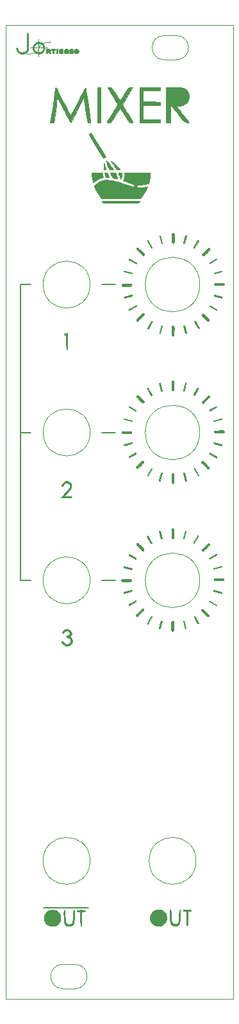
<source format=gbr>
%TF.GenerationSoftware,KiCad,Pcbnew,(6.0.1)*%
%TF.CreationDate,2023-06-10T19:21:26+02:00*%
%TF.ProjectId,mixerfront,6d697865-7266-4726-9f6e-742e6b696361,rev?*%
%TF.SameCoordinates,Original*%
%TF.FileFunction,Legend,Top*%
%TF.FilePolarity,Positive*%
%FSLAX46Y46*%
G04 Gerber Fmt 4.6, Leading zero omitted, Abs format (unit mm)*
G04 Created by KiCad (PCBNEW (6.0.1)) date 2023-06-10 19:21:26*
%MOMM*%
%LPD*%
G01*
G04 APERTURE LIST*
%ADD10C,0.092604*%
%ADD11C,0.086743*%
%ADD12C,0.285013*%
%ADD13C,0.285014*%
%ADD14C,0.008261*%
%ADD15C,0.003527*%
%ADD16C,0.008819*%
%ADD17C,0.150000*%
%ADD18C,0.080547*%
%TA.AperFunction,Profile*%
%ADD19C,0.100000*%
%TD*%
G04 APERTURE END LIST*
D10*
X96935999Y-117556641D02*
X96934305Y-117553694D01*
D11*
X78383876Y-53753535D02*
X78312118Y-53769612D01*
D10*
X97045970Y-116499870D02*
X97048299Y-116502313D01*
D12*
X77862560Y-53070742D02*
X77859793Y-53106287D01*
D11*
X78826929Y-53597531D02*
X78770694Y-53624122D01*
D10*
X96951417Y-117574452D02*
X96948863Y-117572240D01*
X97000187Y-78624452D02*
X96997633Y-78622240D01*
D13*
X78612924Y-53166966D02*
X78606747Y-53133331D01*
D11*
X79066735Y-53446063D02*
X79024628Y-53478657D01*
D10*
X97089743Y-78624452D02*
X97087085Y-78626540D01*
D13*
X78602280Y-52959473D02*
X78606747Y-52925288D01*
X79820996Y-52570048D02*
X79843072Y-52594831D01*
D10*
X97016129Y-98090424D02*
X97012553Y-98090152D01*
D13*
X78828781Y-53534909D02*
X78804386Y-53512292D01*
D10*
X97075488Y-78633579D02*
X97072370Y-78634988D01*
X97099281Y-78614914D02*
X97097070Y-78617467D01*
D11*
X77764749Y-53831648D02*
X77681332Y-53832692D01*
D10*
X97056391Y-116513139D02*
X97058085Y-116516087D01*
D13*
X77112425Y-53730444D02*
X77149375Y-53731033D01*
D10*
X97048300Y-117567467D02*
X97045970Y-117569911D01*
X96937828Y-116510284D02*
X96939790Y-116507525D01*
X96996195Y-116479265D02*
X96996195Y-116479265D01*
D11*
X79250106Y-53230217D02*
X79228298Y-53268355D01*
D10*
X97002845Y-77543240D02*
X97005604Y-77541278D01*
X97075488Y-77536201D02*
X97078522Y-77537755D01*
D13*
X79194088Y-52354148D02*
X79229239Y-52349805D01*
D12*
X77859793Y-53106287D02*
X77855235Y-53141312D01*
D11*
X79399110Y-52763896D02*
X79428048Y-52728852D01*
D10*
X96974975Y-98074452D02*
X96972421Y-98072240D01*
X97006918Y-116480075D02*
X97010386Y-116480694D01*
X96956309Y-97019121D02*
X96957863Y-97016087D01*
X97019753Y-96979265D02*
X97023377Y-96979357D01*
X97033944Y-98089086D02*
X97030477Y-98089705D01*
D11*
X78931430Y-53540495D02*
X78880542Y-53569638D01*
D10*
X97030774Y-77530694D02*
X97034241Y-77530075D01*
X97037765Y-78640152D02*
X97034241Y-78639705D01*
X101877118Y-106580835D02*
X101874033Y-106578936D01*
X101874033Y-106578936D02*
X101871080Y-106576905D01*
X101871080Y-106576905D02*
X101868262Y-106574748D01*
X101868262Y-106574748D02*
X101865579Y-106572472D01*
X101865579Y-106572472D02*
X101863033Y-106570083D01*
X101863033Y-106570083D02*
X101860627Y-106567585D01*
X101860627Y-106567585D02*
X101858360Y-106564986D01*
X101858360Y-106564986D02*
X101856235Y-106562291D01*
X101856235Y-106562291D02*
X101854253Y-106559506D01*
X101854253Y-106559506D02*
X101852415Y-106556636D01*
X101852415Y-106556636D02*
X101850724Y-106553688D01*
X101850724Y-106553688D02*
X101849180Y-106550668D01*
X101849180Y-106550668D02*
X101847786Y-106547582D01*
X101847786Y-106547582D02*
X101846541Y-106544435D01*
X101846541Y-106544435D02*
X101845449Y-106541233D01*
X101845449Y-106541233D02*
X101844510Y-106537982D01*
X101844510Y-106537982D02*
X101843726Y-106534689D01*
X101843726Y-106534689D02*
X101843099Y-106531358D01*
X101843099Y-106531358D02*
X101842629Y-106527997D01*
X101842629Y-106527997D02*
X101842318Y-106524610D01*
X101842318Y-106524610D02*
X101842169Y-106521204D01*
X101842169Y-106521204D02*
X101842182Y-106517785D01*
X101842182Y-106517785D02*
X101842358Y-106514358D01*
X101842358Y-106514358D02*
X101842700Y-106510930D01*
X101842700Y-106510930D02*
X101843208Y-106507506D01*
X101843208Y-106507506D02*
X101843885Y-106504093D01*
X101843885Y-106504093D02*
X101844731Y-106500695D01*
X101844731Y-106500695D02*
X101845749Y-106497320D01*
X101845749Y-106497320D02*
X101846939Y-106493972D01*
X101846939Y-106493972D02*
X101848303Y-106490658D01*
X101848303Y-106490658D02*
X101849843Y-106487384D01*
X101849843Y-106487384D02*
X101851560Y-106484156D01*
X101851560Y-106484156D02*
X101853476Y-106481104D01*
X101853476Y-106481104D02*
X101855522Y-106478181D01*
X101855522Y-106478181D02*
X101857693Y-106475390D01*
X101857693Y-106475390D02*
X101859982Y-106472731D01*
X101859982Y-106472731D02*
X101862384Y-106470208D01*
X101862384Y-106470208D02*
X101864892Y-106467821D01*
X101864892Y-106467821D02*
X101867501Y-106465572D01*
X101867501Y-106465572D02*
X101870205Y-106463462D01*
X101870205Y-106463462D02*
X101872997Y-106461494D01*
X101872997Y-106461494D02*
X101875872Y-106459669D01*
X101875872Y-106459669D02*
X101878824Y-106457988D01*
X101878824Y-106457988D02*
X101881846Y-106456454D01*
X101881846Y-106456454D02*
X101884934Y-106455068D01*
X101884934Y-106455068D02*
X101888081Y-106453832D01*
X101888081Y-106453832D02*
X101891281Y-106452746D01*
X101891281Y-106452746D02*
X101894528Y-106451814D01*
X101894528Y-106451814D02*
X101897816Y-106451037D01*
X101897816Y-106451037D02*
X101901140Y-106450415D01*
X101901140Y-106450415D02*
X101904493Y-106449952D01*
X101904493Y-106449952D02*
X101907869Y-106449648D01*
X101907869Y-106449648D02*
X101911263Y-106449506D01*
X101911263Y-106449506D02*
X101914668Y-106449527D01*
X101914668Y-106449527D02*
X101918079Y-106449712D01*
X101918079Y-106449712D02*
X101921490Y-106450063D01*
X101921490Y-106450063D02*
X101924895Y-106450583D01*
X101924895Y-106450583D02*
X101928287Y-106451271D01*
X101928287Y-106451271D02*
X101931661Y-106452132D01*
X101931661Y-106452132D02*
X101935012Y-106453165D01*
X101935012Y-106453165D02*
X101938332Y-106454373D01*
X101938332Y-106454373D02*
X101941616Y-106455757D01*
X101941616Y-106455757D02*
X101944859Y-106457319D01*
X101944859Y-106457319D02*
X101948053Y-106459060D01*
X101948053Y-106459060D02*
X102786584Y-106947084D01*
X102786584Y-106947084D02*
X102789703Y-106948976D01*
X102789703Y-106948976D02*
X102792687Y-106951002D01*
X102792687Y-106951002D02*
X102795535Y-106953155D01*
X102795535Y-106953155D02*
X102798245Y-106955430D01*
X102798245Y-106955430D02*
X102800816Y-106957821D01*
X102800816Y-106957821D02*
X102803246Y-106960320D01*
X102803246Y-106960320D02*
X102805533Y-106962922D01*
X102805533Y-106962922D02*
X102807678Y-106965621D01*
X102807678Y-106965621D02*
X102809676Y-106968410D01*
X102809676Y-106968410D02*
X102811529Y-106971283D01*
X102811529Y-106971283D02*
X102813233Y-106974235D01*
X102813233Y-106974235D02*
X102814788Y-106977259D01*
X102814788Y-106977259D02*
X102816191Y-106980348D01*
X102816191Y-106980348D02*
X102817442Y-106983497D01*
X102817442Y-106983497D02*
X102818540Y-106986699D01*
X102818540Y-106986699D02*
X102819482Y-106989948D01*
X102819482Y-106989948D02*
X102820267Y-106993238D01*
X102820267Y-106993238D02*
X102820894Y-106996563D01*
X102820894Y-106996563D02*
X102821361Y-106999917D01*
X102821361Y-106999917D02*
X102821667Y-107003293D01*
X102821667Y-107003293D02*
X102821810Y-107006685D01*
X102821810Y-107006685D02*
X102821790Y-107010088D01*
X102821790Y-107010088D02*
X102821603Y-107013494D01*
X102821603Y-107013494D02*
X102821250Y-107016897D01*
X102821250Y-107016897D02*
X102820728Y-107020293D01*
X102820728Y-107020293D02*
X102820036Y-107023673D01*
X102820036Y-107023673D02*
X102819173Y-107027033D01*
X102819173Y-107027033D02*
X102818137Y-107030365D01*
X102818137Y-107030365D02*
X102816926Y-107033664D01*
X102816926Y-107033664D02*
X102815540Y-107036924D01*
X102815540Y-107036924D02*
X102813977Y-107040138D01*
X102813977Y-107040138D02*
X102812235Y-107043300D01*
X102812235Y-107043300D02*
X102810318Y-107046386D01*
X102810318Y-107046386D02*
X102808271Y-107049341D01*
X102808271Y-107049341D02*
X102806099Y-107052163D01*
X102806099Y-107052163D02*
X102803808Y-107054851D01*
X102803808Y-107054851D02*
X102801405Y-107057402D01*
X102801405Y-107057402D02*
X102798896Y-107059816D01*
X102798896Y-107059816D02*
X102796286Y-107062090D01*
X102796286Y-107062090D02*
X102793581Y-107064223D01*
X102793581Y-107064223D02*
X102790788Y-107066213D01*
X102790788Y-107066213D02*
X102787912Y-107068059D01*
X102787912Y-107068059D02*
X102784960Y-107069759D01*
X102784960Y-107069759D02*
X102781938Y-107071311D01*
X102781938Y-107071311D02*
X102778852Y-107072714D01*
X102778852Y-107072714D02*
X102775707Y-107073967D01*
X102775707Y-107073967D02*
X102772510Y-107075066D01*
X102772510Y-107075066D02*
X102769267Y-107076012D01*
X102769267Y-107076012D02*
X102765983Y-107076802D01*
X102765983Y-107076802D02*
X102762666Y-107077435D01*
X102762666Y-107077435D02*
X102759320Y-107077909D01*
X102759320Y-107077909D02*
X102755953Y-107078222D01*
X102755953Y-107078222D02*
X102752569Y-107078373D01*
X102752569Y-107078373D02*
X102749175Y-107078360D01*
X102749175Y-107078360D02*
X102745778Y-107078181D01*
X102745778Y-107078181D02*
X102742382Y-107077835D01*
X102742382Y-107077835D02*
X102738995Y-107077321D01*
X102738995Y-107077321D02*
X102735622Y-107076636D01*
X102735622Y-107076636D02*
X102732269Y-107075779D01*
X102732269Y-107075779D02*
X102728942Y-107074749D01*
X102728942Y-107074749D02*
X102725648Y-107073543D01*
X102725648Y-107073543D02*
X102722392Y-107072161D01*
X102722392Y-107072161D02*
X102719180Y-107070600D01*
X102719180Y-107070600D02*
X102716019Y-107068858D01*
X102716019Y-107068858D02*
X101877118Y-106580835D01*
X101877118Y-106580835D02*
X101877118Y-106580835D01*
G36*
X101914668Y-106449527D02*
G01*
X101918079Y-106449712D01*
X101921490Y-106450063D01*
X101924895Y-106450583D01*
X101928287Y-106451271D01*
X101931661Y-106452132D01*
X101935012Y-106453165D01*
X101938332Y-106454373D01*
X101941616Y-106455757D01*
X101944859Y-106457319D01*
X101948053Y-106459060D01*
X102786584Y-106947084D01*
X102789703Y-106948976D01*
X102792687Y-106951002D01*
X102795535Y-106953155D01*
X102798245Y-106955430D01*
X102800816Y-106957821D01*
X102803246Y-106960320D01*
X102805533Y-106962922D01*
X102807678Y-106965621D01*
X102809676Y-106968410D01*
X102811529Y-106971283D01*
X102813233Y-106974235D01*
X102814788Y-106977259D01*
X102816191Y-106980348D01*
X102817442Y-106983497D01*
X102818540Y-106986699D01*
X102819482Y-106989948D01*
X102820267Y-106993238D01*
X102820894Y-106996563D01*
X102821361Y-106999917D01*
X102821667Y-107003293D01*
X102821810Y-107006685D01*
X102821790Y-107010088D01*
X102821603Y-107013494D01*
X102821250Y-107016897D01*
X102820728Y-107020293D01*
X102820036Y-107023673D01*
X102819173Y-107027033D01*
X102818137Y-107030365D01*
X102816926Y-107033664D01*
X102815540Y-107036924D01*
X102813977Y-107040138D01*
X102812235Y-107043300D01*
X102810318Y-107046386D01*
X102808271Y-107049341D01*
X102806099Y-107052163D01*
X102803808Y-107054851D01*
X102801405Y-107057402D01*
X102798896Y-107059816D01*
X102796286Y-107062090D01*
X102793581Y-107064223D01*
X102790788Y-107066213D01*
X102787912Y-107068059D01*
X102784960Y-107069759D01*
X102781938Y-107071311D01*
X102778852Y-107072714D01*
X102775707Y-107073967D01*
X102772510Y-107075066D01*
X102769267Y-107076012D01*
X102765983Y-107076802D01*
X102762666Y-107077435D01*
X102759320Y-107077909D01*
X102755953Y-107078222D01*
X102752569Y-107078373D01*
X102749175Y-107078360D01*
X102745778Y-107078181D01*
X102742382Y-107077835D01*
X102738995Y-107077321D01*
X102735622Y-107076636D01*
X102732269Y-107075779D01*
X102728942Y-107074749D01*
X102725648Y-107073543D01*
X102722392Y-107072161D01*
X102719180Y-107070600D01*
X102716019Y-107068858D01*
X101877118Y-106580835D01*
X101874033Y-106578936D01*
X101871080Y-106576905D01*
X101868262Y-106574748D01*
X101865579Y-106572472D01*
X101863033Y-106570083D01*
X101860627Y-106567585D01*
X101858360Y-106564986D01*
X101856235Y-106562291D01*
X101854253Y-106559506D01*
X101852415Y-106556636D01*
X101850724Y-106553688D01*
X101849180Y-106550668D01*
X101847786Y-106547582D01*
X101846541Y-106544435D01*
X101845449Y-106541233D01*
X101844510Y-106537982D01*
X101843726Y-106534689D01*
X101843099Y-106531358D01*
X101842629Y-106527997D01*
X101842318Y-106524610D01*
X101842169Y-106521204D01*
X101842182Y-106517785D01*
X101842358Y-106514358D01*
X101842700Y-106510930D01*
X101843208Y-106507506D01*
X101843885Y-106504093D01*
X101844731Y-106500695D01*
X101845749Y-106497320D01*
X101846939Y-106493972D01*
X101848303Y-106490658D01*
X101849843Y-106487384D01*
X101851560Y-106484156D01*
X101853476Y-106481104D01*
X101855522Y-106478181D01*
X101857693Y-106475390D01*
X101859982Y-106472731D01*
X101862384Y-106470208D01*
X101864892Y-106467821D01*
X101867501Y-106465572D01*
X101870205Y-106463462D01*
X101872997Y-106461494D01*
X101875872Y-106459669D01*
X101878824Y-106457988D01*
X101881846Y-106456454D01*
X101884934Y-106455068D01*
X101888081Y-106453832D01*
X101891281Y-106452746D01*
X101894528Y-106451814D01*
X101897816Y-106451037D01*
X101901140Y-106450415D01*
X101904493Y-106449952D01*
X101907869Y-106449648D01*
X101911263Y-106449506D01*
X101914668Y-106449527D01*
G37*
X101914668Y-106449527D02*
X101918079Y-106449712D01*
X101921490Y-106450063D01*
X101924895Y-106450583D01*
X101928287Y-106451271D01*
X101931661Y-106452132D01*
X101935012Y-106453165D01*
X101938332Y-106454373D01*
X101941616Y-106455757D01*
X101944859Y-106457319D01*
X101948053Y-106459060D01*
X102786584Y-106947084D01*
X102789703Y-106948976D01*
X102792687Y-106951002D01*
X102795535Y-106953155D01*
X102798245Y-106955430D01*
X102800816Y-106957821D01*
X102803246Y-106960320D01*
X102805533Y-106962922D01*
X102807678Y-106965621D01*
X102809676Y-106968410D01*
X102811529Y-106971283D01*
X102813233Y-106974235D01*
X102814788Y-106977259D01*
X102816191Y-106980348D01*
X102817442Y-106983497D01*
X102818540Y-106986699D01*
X102819482Y-106989948D01*
X102820267Y-106993238D01*
X102820894Y-106996563D01*
X102821361Y-106999917D01*
X102821667Y-107003293D01*
X102821810Y-107006685D01*
X102821790Y-107010088D01*
X102821603Y-107013494D01*
X102821250Y-107016897D01*
X102820728Y-107020293D01*
X102820036Y-107023673D01*
X102819173Y-107027033D01*
X102818137Y-107030365D01*
X102816926Y-107033664D01*
X102815540Y-107036924D01*
X102813977Y-107040138D01*
X102812235Y-107043300D01*
X102810318Y-107046386D01*
X102808271Y-107049341D01*
X102806099Y-107052163D01*
X102803808Y-107054851D01*
X102801405Y-107057402D01*
X102798896Y-107059816D01*
X102796286Y-107062090D01*
X102793581Y-107064223D01*
X102790788Y-107066213D01*
X102787912Y-107068059D01*
X102784960Y-107069759D01*
X102781938Y-107071311D01*
X102778852Y-107072714D01*
X102775707Y-107073967D01*
X102772510Y-107075066D01*
X102769267Y-107076012D01*
X102765983Y-107076802D01*
X102762666Y-107077435D01*
X102759320Y-107077909D01*
X102755953Y-107078222D01*
X102752569Y-107078373D01*
X102749175Y-107078360D01*
X102745778Y-107078181D01*
X102742382Y-107077835D01*
X102738995Y-107077321D01*
X102735622Y-107076636D01*
X102732269Y-107075779D01*
X102728942Y-107074749D01*
X102725648Y-107073543D01*
X102722392Y-107072161D01*
X102719180Y-107070600D01*
X102716019Y-107068858D01*
X101877118Y-106580835D01*
X101874033Y-106578936D01*
X101871080Y-106576905D01*
X101868262Y-106574748D01*
X101865579Y-106572472D01*
X101863033Y-106570083D01*
X101860627Y-106567585D01*
X101858360Y-106564986D01*
X101856235Y-106562291D01*
X101854253Y-106559506D01*
X101852415Y-106556636D01*
X101850724Y-106553688D01*
X101849180Y-106550668D01*
X101847786Y-106547582D01*
X101846541Y-106544435D01*
X101845449Y-106541233D01*
X101844510Y-106537982D01*
X101843726Y-106534689D01*
X101843099Y-106531358D01*
X101842629Y-106527997D01*
X101842318Y-106524610D01*
X101842169Y-106521204D01*
X101842182Y-106517785D01*
X101842358Y-106514358D01*
X101842700Y-106510930D01*
X101843208Y-106507506D01*
X101843885Y-106504093D01*
X101844731Y-106500695D01*
X101845749Y-106497320D01*
X101846939Y-106493972D01*
X101848303Y-106490658D01*
X101849843Y-106487384D01*
X101851560Y-106484156D01*
X101853476Y-106481104D01*
X101855522Y-106478181D01*
X101857693Y-106475390D01*
X101859982Y-106472731D01*
X101862384Y-106470208D01*
X101864892Y-106467821D01*
X101867501Y-106465572D01*
X101870205Y-106463462D01*
X101872997Y-106461494D01*
X101875872Y-106459669D01*
X101878824Y-106457988D01*
X101881846Y-106456454D01*
X101884934Y-106455068D01*
X101888081Y-106453832D01*
X101891281Y-106452746D01*
X101894528Y-106451814D01*
X101897816Y-106451037D01*
X101901140Y-106450415D01*
X101904493Y-106449952D01*
X101907869Y-106449648D01*
X101911263Y-106449506D01*
X101914668Y-106449527D01*
D13*
X79408028Y-52354148D02*
X79442619Y-52360154D01*
D10*
X97029752Y-116487755D02*
X97032700Y-116489448D01*
X96959557Y-98056641D02*
X96957863Y-98053694D01*
D13*
X78804387Y-52546327D02*
X78828781Y-52523711D01*
X78641276Y-52794454D02*
X78653853Y-52763436D01*
D10*
X97008459Y-77539448D02*
X97011407Y-77537755D01*
X97067084Y-96997540D02*
X97069528Y-96999870D01*
X96983075Y-78603694D02*
X96981521Y-78600659D01*
X97089769Y-98027336D02*
X97089322Y-98030860D01*
X97109817Y-78597541D02*
X97108408Y-78600659D01*
D13*
X79999834Y-52959473D02*
X80002546Y-52994161D01*
D14*
X84435809Y-53471924D02*
X84435599Y-53463783D01*
X84435599Y-53463783D02*
X84434973Y-53455752D01*
X84434973Y-53455752D02*
X84433942Y-53447838D01*
X84433942Y-53447838D02*
X84432517Y-53440053D01*
X84432517Y-53440053D02*
X84430707Y-53432405D01*
X84430707Y-53432405D02*
X84428523Y-53424906D01*
X84428523Y-53424906D02*
X84425974Y-53417564D01*
X84425974Y-53417564D02*
X84423071Y-53410389D01*
X84423071Y-53410389D02*
X84419824Y-53403392D01*
X84419824Y-53403392D02*
X84416243Y-53396582D01*
X84416243Y-53396582D02*
X84412338Y-53389968D01*
X84412338Y-53389968D02*
X84408120Y-53383562D01*
X84408120Y-53383562D02*
X84403597Y-53377372D01*
X84403597Y-53377372D02*
X84398782Y-53371409D01*
X84398782Y-53371409D02*
X84393683Y-53365682D01*
X84393683Y-53365682D02*
X84388310Y-53360201D01*
X84388310Y-53360201D02*
X84382675Y-53354977D01*
X84382675Y-53354977D02*
X84376786Y-53350018D01*
X84376786Y-53350018D02*
X84370654Y-53345334D01*
X84370654Y-53345334D02*
X84364290Y-53340936D01*
X84364290Y-53340936D02*
X84357703Y-53336834D01*
X84357703Y-53336834D02*
X84350903Y-53333036D01*
X84350903Y-53333036D02*
X84343901Y-53329554D01*
X84343901Y-53329554D02*
X84336707Y-53326396D01*
X84336707Y-53326396D02*
X84329331Y-53323573D01*
X84329331Y-53323573D02*
X84321782Y-53321095D01*
X84321782Y-53321095D02*
X84314071Y-53318971D01*
X84314071Y-53318971D02*
X84306209Y-53317211D01*
X84306209Y-53317211D02*
X84298205Y-53315825D01*
X84298205Y-53315825D02*
X84290069Y-53314823D01*
X84290069Y-53314823D02*
X84281812Y-53314214D01*
X84281812Y-53314214D02*
X84273443Y-53314009D01*
X84273443Y-53314009D02*
X84265149Y-53314214D01*
X84265149Y-53314214D02*
X84256957Y-53314823D01*
X84256957Y-53314823D02*
X84248878Y-53315825D01*
X84248878Y-53315825D02*
X84240921Y-53317211D01*
X84240921Y-53317211D02*
X84233097Y-53318971D01*
X84233097Y-53318971D02*
X84225418Y-53321095D01*
X84225418Y-53321095D02*
X84217893Y-53323573D01*
X84217893Y-53323573D02*
X84210534Y-53326396D01*
X84210534Y-53326396D02*
X84203350Y-53329554D01*
X84203350Y-53329554D02*
X84196353Y-53333036D01*
X84196353Y-53333036D02*
X84189553Y-53336834D01*
X84189553Y-53336834D02*
X84182961Y-53340936D01*
X84182961Y-53340936D02*
X84176586Y-53345334D01*
X84176586Y-53345334D02*
X84170441Y-53350018D01*
X84170441Y-53350018D02*
X84164535Y-53354977D01*
X84164535Y-53354977D02*
X84158879Y-53360201D01*
X84158879Y-53360201D02*
X84153484Y-53365682D01*
X84153484Y-53365682D02*
X84148360Y-53371409D01*
X84148360Y-53371409D02*
X84143518Y-53377372D01*
X84143518Y-53377372D02*
X84138968Y-53383562D01*
X84138968Y-53383562D02*
X84134722Y-53389968D01*
X84134722Y-53389968D02*
X84130789Y-53396582D01*
X84130789Y-53396582D02*
X84127180Y-53403392D01*
X84127180Y-53403392D02*
X84123907Y-53410389D01*
X84123907Y-53410389D02*
X84120978Y-53417564D01*
X84120978Y-53417564D02*
X84118406Y-53424906D01*
X84118406Y-53424906D02*
X84116200Y-53432405D01*
X84116200Y-53432405D02*
X84114372Y-53440053D01*
X84114372Y-53440053D02*
X84112931Y-53447838D01*
X84112931Y-53447838D02*
X84111889Y-53455752D01*
X84111889Y-53455752D02*
X84111256Y-53463783D01*
X84111256Y-53463783D02*
X84111043Y-53471924D01*
X84111043Y-53471924D02*
X84111256Y-53480062D01*
X84111256Y-53480062D02*
X84111889Y-53488091D01*
X84111889Y-53488091D02*
X84112931Y-53496003D01*
X84112931Y-53496003D02*
X84114372Y-53503786D01*
X84114372Y-53503786D02*
X84116200Y-53511432D01*
X84116200Y-53511432D02*
X84118406Y-53518930D01*
X84118406Y-53518930D02*
X84120978Y-53526271D01*
X84120978Y-53526271D02*
X84123907Y-53533444D01*
X84123907Y-53533444D02*
X84127180Y-53540440D01*
X84127180Y-53540440D02*
X84130789Y-53547249D01*
X84130789Y-53547249D02*
X84134722Y-53553861D01*
X84134722Y-53553861D02*
X84138968Y-53560266D01*
X84138968Y-53560266D02*
X84143518Y-53566455D01*
X84143518Y-53566455D02*
X84148360Y-53572418D01*
X84148360Y-53572418D02*
X84153484Y-53578144D01*
X84153484Y-53578144D02*
X84158879Y-53583624D01*
X84158879Y-53583624D02*
X84164535Y-53588849D01*
X84164535Y-53588849D02*
X84170441Y-53593807D01*
X84170441Y-53593807D02*
X84176586Y-53598490D01*
X84176586Y-53598490D02*
X84182961Y-53602888D01*
X84182961Y-53602888D02*
X84189553Y-53606990D01*
X84189553Y-53606990D02*
X84196353Y-53610787D01*
X84196353Y-53610787D02*
X84203350Y-53614269D01*
X84203350Y-53614269D02*
X84210534Y-53617427D01*
X84210534Y-53617427D02*
X84217893Y-53620250D01*
X84217893Y-53620250D02*
X84225418Y-53622728D01*
X84225418Y-53622728D02*
X84233097Y-53624852D01*
X84233097Y-53624852D02*
X84240921Y-53626612D01*
X84240921Y-53626612D02*
X84248878Y-53627998D01*
X84248878Y-53627998D02*
X84256957Y-53629001D01*
X84256957Y-53629001D02*
X84265149Y-53629609D01*
X84265149Y-53629609D02*
X84273443Y-53629814D01*
X84273443Y-53629814D02*
X84281812Y-53629609D01*
X84281812Y-53629609D02*
X84290069Y-53629001D01*
X84290069Y-53629001D02*
X84298205Y-53627998D01*
X84298205Y-53627998D02*
X84306209Y-53626612D01*
X84306209Y-53626612D02*
X84314071Y-53624852D01*
X84314071Y-53624852D02*
X84321782Y-53622728D01*
X84321782Y-53622728D02*
X84329331Y-53620250D01*
X84329331Y-53620250D02*
X84336707Y-53617427D01*
X84336707Y-53617427D02*
X84343901Y-53614269D01*
X84343901Y-53614269D02*
X84350903Y-53610787D01*
X84350903Y-53610787D02*
X84357703Y-53606990D01*
X84357703Y-53606990D02*
X84364290Y-53602888D01*
X84364290Y-53602888D02*
X84370654Y-53598490D01*
X84370654Y-53598490D02*
X84376786Y-53593807D01*
X84376786Y-53593807D02*
X84382675Y-53588849D01*
X84382675Y-53588849D02*
X84388310Y-53583624D01*
X84388310Y-53583624D02*
X84393683Y-53578144D01*
X84393683Y-53578144D02*
X84398782Y-53572418D01*
X84398782Y-53572418D02*
X84403597Y-53566455D01*
X84403597Y-53566455D02*
X84408120Y-53560266D01*
X84408120Y-53560266D02*
X84412338Y-53553861D01*
X84412338Y-53553861D02*
X84416243Y-53547249D01*
X84416243Y-53547249D02*
X84419824Y-53540440D01*
X84419824Y-53540440D02*
X84423071Y-53533444D01*
X84423071Y-53533444D02*
X84425974Y-53526271D01*
X84425974Y-53526271D02*
X84428523Y-53518930D01*
X84428523Y-53518930D02*
X84430707Y-53511432D01*
X84430707Y-53511432D02*
X84432517Y-53503786D01*
X84432517Y-53503786D02*
X84433942Y-53496003D01*
X84433942Y-53496003D02*
X84434973Y-53488091D01*
X84434973Y-53488091D02*
X84435599Y-53480062D01*
X84435599Y-53480062D02*
X84435809Y-53471924D01*
X84435809Y-53471924D02*
X84435809Y-53471924D01*
G36*
X84281812Y-53314214D02*
G01*
X84290069Y-53314823D01*
X84298205Y-53315825D01*
X84306209Y-53317211D01*
X84314071Y-53318971D01*
X84321782Y-53321095D01*
X84329331Y-53323573D01*
X84336707Y-53326396D01*
X84343901Y-53329554D01*
X84350903Y-53333036D01*
X84357703Y-53336834D01*
X84364290Y-53340936D01*
X84370654Y-53345334D01*
X84376786Y-53350018D01*
X84382675Y-53354977D01*
X84388310Y-53360201D01*
X84393683Y-53365682D01*
X84398782Y-53371409D01*
X84403597Y-53377372D01*
X84408120Y-53383562D01*
X84412338Y-53389968D01*
X84416243Y-53396582D01*
X84419824Y-53403392D01*
X84423071Y-53410389D01*
X84425974Y-53417564D01*
X84428523Y-53424906D01*
X84430707Y-53432405D01*
X84432517Y-53440053D01*
X84433942Y-53447838D01*
X84434973Y-53455752D01*
X84435599Y-53463783D01*
X84435809Y-53471924D01*
X84435599Y-53480062D01*
X84434973Y-53488091D01*
X84433942Y-53496003D01*
X84432517Y-53503786D01*
X84430707Y-53511432D01*
X84428523Y-53518930D01*
X84425974Y-53526271D01*
X84423071Y-53533444D01*
X84419824Y-53540440D01*
X84416243Y-53547249D01*
X84412338Y-53553861D01*
X84408120Y-53560266D01*
X84403597Y-53566455D01*
X84398782Y-53572418D01*
X84393683Y-53578144D01*
X84388310Y-53583624D01*
X84382675Y-53588849D01*
X84376786Y-53593807D01*
X84370654Y-53598490D01*
X84364290Y-53602888D01*
X84357703Y-53606990D01*
X84350903Y-53610787D01*
X84343901Y-53614269D01*
X84336707Y-53617427D01*
X84329331Y-53620250D01*
X84321782Y-53622728D01*
X84314071Y-53624852D01*
X84306209Y-53626612D01*
X84298205Y-53627998D01*
X84290069Y-53629001D01*
X84281812Y-53629609D01*
X84273443Y-53629814D01*
X84265149Y-53629609D01*
X84256957Y-53629001D01*
X84248878Y-53627998D01*
X84240921Y-53626612D01*
X84233097Y-53624852D01*
X84225418Y-53622728D01*
X84217893Y-53620250D01*
X84210534Y-53617427D01*
X84203350Y-53614269D01*
X84196353Y-53610787D01*
X84189553Y-53606990D01*
X84182961Y-53602888D01*
X84176586Y-53598490D01*
X84170441Y-53593807D01*
X84164535Y-53588849D01*
X84158879Y-53583624D01*
X84153484Y-53578144D01*
X84148360Y-53572418D01*
X84143518Y-53566455D01*
X84138968Y-53560266D01*
X84134722Y-53553861D01*
X84130789Y-53547249D01*
X84127180Y-53540440D01*
X84123907Y-53533444D01*
X84120978Y-53526271D01*
X84118406Y-53518930D01*
X84116200Y-53511432D01*
X84114372Y-53503786D01*
X84112931Y-53496003D01*
X84111889Y-53488091D01*
X84111256Y-53480062D01*
X84111043Y-53471924D01*
X84111256Y-53463783D01*
X84111889Y-53455752D01*
X84112931Y-53447838D01*
X84114372Y-53440053D01*
X84116200Y-53432405D01*
X84118406Y-53424906D01*
X84120978Y-53417564D01*
X84123907Y-53410389D01*
X84127180Y-53403392D01*
X84130789Y-53396582D01*
X84134722Y-53389968D01*
X84138968Y-53383562D01*
X84143518Y-53377372D01*
X84148360Y-53371409D01*
X84153484Y-53365682D01*
X84158879Y-53360201D01*
X84164535Y-53354977D01*
X84170441Y-53350018D01*
X84176586Y-53345334D01*
X84182961Y-53340936D01*
X84189553Y-53336834D01*
X84196353Y-53333036D01*
X84203350Y-53329554D01*
X84210534Y-53326396D01*
X84217893Y-53323573D01*
X84225418Y-53321095D01*
X84233097Y-53318971D01*
X84240921Y-53317211D01*
X84248878Y-53315825D01*
X84256957Y-53314823D01*
X84265149Y-53314214D01*
X84273443Y-53314009D01*
X84281812Y-53314214D01*
G37*
X84281812Y-53314214D02*
X84290069Y-53314823D01*
X84298205Y-53315825D01*
X84306209Y-53317211D01*
X84314071Y-53318971D01*
X84321782Y-53321095D01*
X84329331Y-53323573D01*
X84336707Y-53326396D01*
X84343901Y-53329554D01*
X84350903Y-53333036D01*
X84357703Y-53336834D01*
X84364290Y-53340936D01*
X84370654Y-53345334D01*
X84376786Y-53350018D01*
X84382675Y-53354977D01*
X84388310Y-53360201D01*
X84393683Y-53365682D01*
X84398782Y-53371409D01*
X84403597Y-53377372D01*
X84408120Y-53383562D01*
X84412338Y-53389968D01*
X84416243Y-53396582D01*
X84419824Y-53403392D01*
X84423071Y-53410389D01*
X84425974Y-53417564D01*
X84428523Y-53424906D01*
X84430707Y-53432405D01*
X84432517Y-53440053D01*
X84433942Y-53447838D01*
X84434973Y-53455752D01*
X84435599Y-53463783D01*
X84435809Y-53471924D01*
X84435599Y-53480062D01*
X84434973Y-53488091D01*
X84433942Y-53496003D01*
X84432517Y-53503786D01*
X84430707Y-53511432D01*
X84428523Y-53518930D01*
X84425974Y-53526271D01*
X84423071Y-53533444D01*
X84419824Y-53540440D01*
X84416243Y-53547249D01*
X84412338Y-53553861D01*
X84408120Y-53560266D01*
X84403597Y-53566455D01*
X84398782Y-53572418D01*
X84393683Y-53578144D01*
X84388310Y-53583624D01*
X84382675Y-53588849D01*
X84376786Y-53593807D01*
X84370654Y-53598490D01*
X84364290Y-53602888D01*
X84357703Y-53606990D01*
X84350903Y-53610787D01*
X84343901Y-53614269D01*
X84336707Y-53617427D01*
X84329331Y-53620250D01*
X84321782Y-53622728D01*
X84314071Y-53624852D01*
X84306209Y-53626612D01*
X84298205Y-53627998D01*
X84290069Y-53629001D01*
X84281812Y-53629609D01*
X84273443Y-53629814D01*
X84265149Y-53629609D01*
X84256957Y-53629001D01*
X84248878Y-53627998D01*
X84240921Y-53626612D01*
X84233097Y-53624852D01*
X84225418Y-53622728D01*
X84217893Y-53620250D01*
X84210534Y-53617427D01*
X84203350Y-53614269D01*
X84196353Y-53610787D01*
X84189553Y-53606990D01*
X84182961Y-53602888D01*
X84176586Y-53598490D01*
X84170441Y-53593807D01*
X84164535Y-53588849D01*
X84158879Y-53583624D01*
X84153484Y-53578144D01*
X84148360Y-53572418D01*
X84143518Y-53566455D01*
X84138968Y-53560266D01*
X84134722Y-53553861D01*
X84130789Y-53547249D01*
X84127180Y-53540440D01*
X84123907Y-53533444D01*
X84120978Y-53526271D01*
X84118406Y-53518930D01*
X84116200Y-53511432D01*
X84114372Y-53503786D01*
X84112931Y-53496003D01*
X84111889Y-53488091D01*
X84111256Y-53480062D01*
X84111043Y-53471924D01*
X84111256Y-53463783D01*
X84111889Y-53455752D01*
X84112931Y-53447838D01*
X84114372Y-53440053D01*
X84116200Y-53432405D01*
X84118406Y-53424906D01*
X84120978Y-53417564D01*
X84123907Y-53410389D01*
X84127180Y-53403392D01*
X84130789Y-53396582D01*
X84134722Y-53389968D01*
X84138968Y-53383562D01*
X84143518Y-53377372D01*
X84148360Y-53371409D01*
X84153484Y-53365682D01*
X84158879Y-53360201D01*
X84164535Y-53354977D01*
X84170441Y-53350018D01*
X84176586Y-53345334D01*
X84182961Y-53340936D01*
X84189553Y-53336834D01*
X84196353Y-53333036D01*
X84203350Y-53329554D01*
X84210534Y-53326396D01*
X84217893Y-53323573D01*
X84225418Y-53321095D01*
X84233097Y-53318971D01*
X84240921Y-53317211D01*
X84248878Y-53315825D01*
X84256957Y-53314823D01*
X84265149Y-53314214D01*
X84273443Y-53314009D01*
X84281812Y-53314214D01*
D13*
X79901776Y-53383490D02*
X79883506Y-53411203D01*
D11*
X79105712Y-53412420D02*
X79066735Y-53446063D01*
D10*
X96992860Y-77552313D02*
X96995190Y-77549870D01*
D14*
X80706906Y-53361034D02*
X80706854Y-53359075D01*
X80706854Y-53359075D02*
X80706697Y-53357139D01*
X80706697Y-53357139D02*
X80706440Y-53355228D01*
X80706440Y-53355228D02*
X80706085Y-53353345D01*
X80706085Y-53353345D02*
X80705634Y-53351491D01*
X80705634Y-53351491D02*
X80705091Y-53349671D01*
X80705091Y-53349671D02*
X80704457Y-53347886D01*
X80704457Y-53347886D02*
X80703736Y-53346139D01*
X80703736Y-53346139D02*
X80702931Y-53344433D01*
X80702931Y-53344433D02*
X80702043Y-53342769D01*
X80702043Y-53342769D02*
X80701076Y-53341152D01*
X80701076Y-53341152D02*
X80700032Y-53339583D01*
X80700032Y-53339583D02*
X80698914Y-53338066D01*
X80698914Y-53338066D02*
X80697725Y-53336602D01*
X80697725Y-53336602D02*
X80696467Y-53335194D01*
X80696467Y-53335194D02*
X80695143Y-53333845D01*
X80695143Y-53333845D02*
X80693756Y-53332558D01*
X80693756Y-53332558D02*
X80692308Y-53331335D01*
X80692308Y-53331335D02*
X80690803Y-53330178D01*
X80690803Y-53330178D02*
X80689242Y-53329091D01*
X80689242Y-53329091D02*
X80687629Y-53328076D01*
X80687629Y-53328076D02*
X80685966Y-53327135D01*
X80685966Y-53327135D02*
X80684256Y-53326272D01*
X80684256Y-53326272D02*
X80682501Y-53325489D01*
X80682501Y-53325489D02*
X80680704Y-53324787D01*
X80680704Y-53324787D02*
X80678869Y-53324171D01*
X80678869Y-53324171D02*
X80676996Y-53323643D01*
X80676996Y-53323643D02*
X80675091Y-53323204D01*
X80675091Y-53323204D02*
X80673154Y-53322859D01*
X80673154Y-53322859D02*
X80671189Y-53322609D01*
X80671189Y-53322609D02*
X80669198Y-53322457D01*
X80669198Y-53322457D02*
X80667184Y-53322406D01*
X80667184Y-53322406D02*
X80469383Y-53322406D01*
X80469383Y-53322406D02*
X80469383Y-53400523D01*
X80469383Y-53400523D02*
X80667184Y-53400523D01*
X80667184Y-53400523D02*
X80669198Y-53400472D01*
X80669198Y-53400472D02*
X80671189Y-53400320D01*
X80671189Y-53400320D02*
X80673154Y-53400070D01*
X80673154Y-53400070D02*
X80675091Y-53399723D01*
X80675091Y-53399723D02*
X80676996Y-53399283D01*
X80676996Y-53399283D02*
X80678869Y-53398752D01*
X80678869Y-53398752D02*
X80680704Y-53398133D01*
X80680704Y-53398133D02*
X80682501Y-53397428D01*
X80682501Y-53397428D02*
X80684256Y-53396638D01*
X80684256Y-53396638D02*
X80685966Y-53395768D01*
X80685966Y-53395768D02*
X80687629Y-53394819D01*
X80687629Y-53394819D02*
X80689242Y-53393793D01*
X80689242Y-53393793D02*
X80690803Y-53392694D01*
X80690803Y-53392694D02*
X80692308Y-53391523D01*
X80692308Y-53391523D02*
X80693756Y-53390283D01*
X80693756Y-53390283D02*
X80695143Y-53388977D01*
X80695143Y-53388977D02*
X80696467Y-53387607D01*
X80696467Y-53387607D02*
X80697725Y-53386175D01*
X80697725Y-53386175D02*
X80698914Y-53384684D01*
X80698914Y-53384684D02*
X80700032Y-53383136D01*
X80700032Y-53383136D02*
X80701076Y-53381534D01*
X80701076Y-53381534D02*
X80702043Y-53379880D01*
X80702043Y-53379880D02*
X80702931Y-53378177D01*
X80702931Y-53378177D02*
X80703736Y-53376427D01*
X80703736Y-53376427D02*
X80704457Y-53374633D01*
X80704457Y-53374633D02*
X80705091Y-53372796D01*
X80705091Y-53372796D02*
X80705634Y-53370920D01*
X80705634Y-53370920D02*
X80706085Y-53369007D01*
X80706085Y-53369007D02*
X80706440Y-53367060D01*
X80706440Y-53367060D02*
X80706697Y-53365080D01*
X80706697Y-53365080D02*
X80706854Y-53363070D01*
X80706854Y-53363070D02*
X80706906Y-53361034D01*
X80706906Y-53361034D02*
X80706906Y-53361034D01*
G36*
X80669198Y-53322457D02*
G01*
X80671189Y-53322609D01*
X80673154Y-53322859D01*
X80675091Y-53323204D01*
X80676996Y-53323643D01*
X80678869Y-53324171D01*
X80680704Y-53324787D01*
X80682501Y-53325489D01*
X80684256Y-53326272D01*
X80685966Y-53327135D01*
X80687629Y-53328076D01*
X80689242Y-53329091D01*
X80690803Y-53330178D01*
X80692308Y-53331335D01*
X80693756Y-53332558D01*
X80695143Y-53333845D01*
X80696467Y-53335194D01*
X80697725Y-53336602D01*
X80698914Y-53338066D01*
X80700032Y-53339583D01*
X80701076Y-53341152D01*
X80702043Y-53342769D01*
X80702931Y-53344433D01*
X80703736Y-53346139D01*
X80704457Y-53347886D01*
X80705091Y-53349671D01*
X80705634Y-53351491D01*
X80706085Y-53353345D01*
X80706440Y-53355228D01*
X80706697Y-53357139D01*
X80706854Y-53359075D01*
X80706906Y-53361034D01*
X80706854Y-53363070D01*
X80706697Y-53365080D01*
X80706440Y-53367060D01*
X80706085Y-53369007D01*
X80705634Y-53370920D01*
X80705091Y-53372796D01*
X80704457Y-53374633D01*
X80703736Y-53376427D01*
X80702931Y-53378177D01*
X80702043Y-53379880D01*
X80701076Y-53381534D01*
X80700032Y-53383136D01*
X80698914Y-53384684D01*
X80697725Y-53386175D01*
X80696467Y-53387607D01*
X80695143Y-53388977D01*
X80693756Y-53390283D01*
X80692308Y-53391523D01*
X80690803Y-53392694D01*
X80689242Y-53393793D01*
X80687629Y-53394819D01*
X80685966Y-53395768D01*
X80684256Y-53396638D01*
X80682501Y-53397428D01*
X80680704Y-53398133D01*
X80678869Y-53398752D01*
X80676996Y-53399283D01*
X80675091Y-53399723D01*
X80673154Y-53400070D01*
X80671189Y-53400320D01*
X80669198Y-53400472D01*
X80667184Y-53400523D01*
X80469383Y-53400523D01*
X80469383Y-53322406D01*
X80667184Y-53322406D01*
X80669198Y-53322457D01*
G37*
X80669198Y-53322457D02*
X80671189Y-53322609D01*
X80673154Y-53322859D01*
X80675091Y-53323204D01*
X80676996Y-53323643D01*
X80678869Y-53324171D01*
X80680704Y-53324787D01*
X80682501Y-53325489D01*
X80684256Y-53326272D01*
X80685966Y-53327135D01*
X80687629Y-53328076D01*
X80689242Y-53329091D01*
X80690803Y-53330178D01*
X80692308Y-53331335D01*
X80693756Y-53332558D01*
X80695143Y-53333845D01*
X80696467Y-53335194D01*
X80697725Y-53336602D01*
X80698914Y-53338066D01*
X80700032Y-53339583D01*
X80701076Y-53341152D01*
X80702043Y-53342769D01*
X80702931Y-53344433D01*
X80703736Y-53346139D01*
X80704457Y-53347886D01*
X80705091Y-53349671D01*
X80705634Y-53351491D01*
X80706085Y-53353345D01*
X80706440Y-53355228D01*
X80706697Y-53357139D01*
X80706854Y-53359075D01*
X80706906Y-53361034D01*
X80706854Y-53363070D01*
X80706697Y-53365080D01*
X80706440Y-53367060D01*
X80706085Y-53369007D01*
X80705634Y-53370920D01*
X80705091Y-53372796D01*
X80704457Y-53374633D01*
X80703736Y-53376427D01*
X80702931Y-53378177D01*
X80702043Y-53379880D01*
X80701076Y-53381534D01*
X80700032Y-53383136D01*
X80698914Y-53384684D01*
X80697725Y-53386175D01*
X80696467Y-53387607D01*
X80695143Y-53388977D01*
X80693756Y-53390283D01*
X80692308Y-53391523D01*
X80690803Y-53392694D01*
X80689242Y-53393793D01*
X80687629Y-53394819D01*
X80685966Y-53395768D01*
X80684256Y-53396638D01*
X80682501Y-53397428D01*
X80680704Y-53398133D01*
X80678869Y-53398752D01*
X80676996Y-53399283D01*
X80675091Y-53399723D01*
X80673154Y-53400070D01*
X80671189Y-53400320D01*
X80669198Y-53400472D01*
X80667184Y-53400523D01*
X80469383Y-53400523D01*
X80469383Y-53322406D01*
X80667184Y-53322406D01*
X80669198Y-53322457D01*
D12*
X77547371Y-53614786D02*
X77518268Y-53632969D01*
D10*
X99924676Y-79356160D02*
X99922793Y-79359255D01*
X99922793Y-79359255D02*
X99920778Y-79362219D01*
X99920778Y-79362219D02*
X99918635Y-79365050D01*
X99918635Y-79365050D02*
X99916372Y-79367746D01*
X99916372Y-79367746D02*
X99913993Y-79370306D01*
X99913993Y-79370306D02*
X99911506Y-79372729D01*
X99911506Y-79372729D02*
X99908917Y-79375012D01*
X99908917Y-79375012D02*
X99906231Y-79377155D01*
X99906231Y-79377155D02*
X99903454Y-79379155D01*
X99903454Y-79379155D02*
X99900592Y-79381011D01*
X99900592Y-79381011D02*
X99897652Y-79382722D01*
X99897652Y-79382722D02*
X99894640Y-79384285D01*
X99894640Y-79384285D02*
X99891561Y-79385700D01*
X99891561Y-79385700D02*
X99888422Y-79386964D01*
X99888422Y-79386964D02*
X99885228Y-79388076D01*
X99885228Y-79388076D02*
X99881986Y-79389034D01*
X99881986Y-79389034D02*
X99878701Y-79389838D01*
X99878701Y-79389838D02*
X99875380Y-79390484D01*
X99875380Y-79390484D02*
X99872029Y-79390973D01*
X99872029Y-79390973D02*
X99868654Y-79391301D01*
X99868654Y-79391301D02*
X99865261Y-79391467D01*
X99865261Y-79391467D02*
X99861855Y-79391471D01*
X99861855Y-79391471D02*
X99858444Y-79391310D01*
X99858444Y-79391310D02*
X99855032Y-79390982D01*
X99855032Y-79390982D02*
X99851626Y-79390487D01*
X99851626Y-79390487D02*
X99848233Y-79389821D01*
X99848233Y-79389821D02*
X99844857Y-79388985D01*
X99844857Y-79388985D02*
X99841505Y-79387976D01*
X99841505Y-79387976D02*
X99838184Y-79386793D01*
X99838184Y-79386793D02*
X99834898Y-79385434D01*
X99834898Y-79385434D02*
X99831655Y-79383897D01*
X99831655Y-79383897D02*
X99828460Y-79382182D01*
X99828460Y-79382182D02*
X99825374Y-79380291D01*
X99825374Y-79380291D02*
X99822418Y-79378268D01*
X99822418Y-79378268D02*
X99819595Y-79376119D01*
X99819595Y-79376119D02*
X99816905Y-79373851D01*
X99816905Y-79373851D02*
X99814351Y-79371468D01*
X99814351Y-79371468D02*
X99811935Y-79368978D01*
X99811935Y-79368978D02*
X99809657Y-79366386D01*
X99809657Y-79366386D02*
X99807520Y-79363699D01*
X99807520Y-79363699D02*
X99805525Y-79360921D01*
X99805525Y-79360921D02*
X99803674Y-79358060D01*
X99803674Y-79358060D02*
X99801969Y-79355121D01*
X99801969Y-79355121D02*
X99800410Y-79352110D01*
X99800410Y-79352110D02*
X99799000Y-79349033D01*
X99799000Y-79349033D02*
X99797740Y-79345896D01*
X99797740Y-79345896D02*
X99796633Y-79342706D01*
X99796633Y-79342706D02*
X99795679Y-79339468D01*
X99795679Y-79339468D02*
X99794880Y-79336188D01*
X99794880Y-79336188D02*
X99794237Y-79332873D01*
X99794237Y-79332873D02*
X99793754Y-79329527D01*
X99793754Y-79329527D02*
X99793430Y-79326158D01*
X99793430Y-79326158D02*
X99793268Y-79322771D01*
X99793268Y-79322771D02*
X99793269Y-79319372D01*
X99793269Y-79319372D02*
X99793436Y-79315968D01*
X99793436Y-79315968D02*
X99793769Y-79312564D01*
X99793769Y-79312564D02*
X99794270Y-79309166D01*
X99794270Y-79309166D02*
X99794941Y-79305780D01*
X99794941Y-79305780D02*
X99795783Y-79302412D01*
X99795783Y-79302412D02*
X99796799Y-79299069D01*
X99796799Y-79299069D02*
X99797989Y-79295756D01*
X99797989Y-79295756D02*
X99799355Y-79292479D01*
X99799355Y-79292479D02*
X99800900Y-79289245D01*
X99800900Y-79289245D02*
X99802624Y-79286059D01*
X99802624Y-79286059D02*
X100286110Y-78444657D01*
X100286110Y-78444657D02*
X100287993Y-78441562D01*
X100287993Y-78441562D02*
X100290009Y-78438597D01*
X100290009Y-78438597D02*
X100292152Y-78435765D01*
X100292152Y-78435765D02*
X100294415Y-78433067D01*
X100294415Y-78433067D02*
X100296793Y-78430505D01*
X100296793Y-78430505D02*
X100299280Y-78428080D01*
X100299280Y-78428080D02*
X100301869Y-78425794D01*
X100301869Y-78425794D02*
X100304555Y-78423649D01*
X100304555Y-78423649D02*
X100307331Y-78421646D01*
X100307331Y-78421646D02*
X100310191Y-78419787D01*
X100310191Y-78419787D02*
X100313130Y-78418074D01*
X100313130Y-78418074D02*
X100316142Y-78416507D01*
X100316142Y-78416507D02*
X100319219Y-78415090D01*
X100319219Y-78415090D02*
X100322357Y-78413823D01*
X100322357Y-78413823D02*
X100325549Y-78412709D01*
X100325549Y-78412709D02*
X100328789Y-78411748D01*
X100328789Y-78411748D02*
X100332072Y-78410943D01*
X100332072Y-78410943D02*
X100335390Y-78410294D01*
X100335390Y-78410294D02*
X100338738Y-78409805D01*
X100338738Y-78409805D02*
X100342110Y-78409476D01*
X100342110Y-78409476D02*
X100345500Y-78409309D01*
X100345500Y-78409309D02*
X100348901Y-78409305D01*
X100348901Y-78409305D02*
X100352308Y-78409467D01*
X100352308Y-78409467D02*
X100355715Y-78409796D01*
X100355715Y-78409796D02*
X100359116Y-78410294D01*
X100359116Y-78410294D02*
X100362504Y-78410961D01*
X100362504Y-78410961D02*
X100365874Y-78411801D01*
X100365874Y-78411801D02*
X100369219Y-78412814D01*
X100369219Y-78412814D02*
X100372534Y-78414003D01*
X100372534Y-78414003D02*
X100375812Y-78415368D01*
X100375812Y-78415368D02*
X100379047Y-78416912D01*
X100379047Y-78416912D02*
X100382233Y-78418635D01*
X100382233Y-78418635D02*
X100385328Y-78420526D01*
X100385328Y-78420526D02*
X100388292Y-78422549D01*
X100388292Y-78422549D02*
X100391123Y-78424698D01*
X100391123Y-78424698D02*
X100393819Y-78426966D01*
X100393819Y-78426966D02*
X100396379Y-78429349D01*
X100396379Y-78429349D02*
X100398802Y-78431839D01*
X100398802Y-78431839D02*
X100401085Y-78434431D01*
X100401085Y-78434431D02*
X100403227Y-78437119D01*
X100403227Y-78437119D02*
X100405227Y-78439896D01*
X100405227Y-78439896D02*
X100407082Y-78442757D01*
X100407082Y-78442757D02*
X100408792Y-78445697D01*
X100408792Y-78445697D02*
X100410354Y-78448707D01*
X100410354Y-78448707D02*
X100411767Y-78451784D01*
X100411767Y-78451784D02*
X100413029Y-78454921D01*
X100413029Y-78454921D02*
X100414140Y-78458111D01*
X100414140Y-78458111D02*
X100415096Y-78461349D01*
X100415096Y-78461349D02*
X100415897Y-78464629D01*
X100415897Y-78464629D02*
X100416541Y-78467944D01*
X100416541Y-78467944D02*
X100417027Y-78471290D01*
X100417027Y-78471290D02*
X100417352Y-78474659D01*
X100417352Y-78474659D02*
X100417515Y-78478046D01*
X100417515Y-78478046D02*
X100417514Y-78481445D01*
X100417514Y-78481445D02*
X100417349Y-78484849D01*
X100417349Y-78484849D02*
X100417016Y-78488253D01*
X100417016Y-78488253D02*
X100416516Y-78491651D01*
X100416516Y-78491651D02*
X100415845Y-78495037D01*
X100415845Y-78495037D02*
X100415003Y-78498405D01*
X100415003Y-78498405D02*
X100413988Y-78501748D01*
X100413988Y-78501748D02*
X100412798Y-78505061D01*
X100412798Y-78505061D02*
X100411431Y-78508338D01*
X100411431Y-78508338D02*
X100409887Y-78511572D01*
X100409887Y-78511572D02*
X100408163Y-78514758D01*
X100408163Y-78514758D02*
X99924676Y-79356160D01*
X99924676Y-79356160D02*
X99924676Y-79356160D01*
G36*
X100352308Y-78409467D02*
G01*
X100355715Y-78409796D01*
X100359116Y-78410294D01*
X100362504Y-78410961D01*
X100365874Y-78411801D01*
X100369219Y-78412814D01*
X100372534Y-78414003D01*
X100375812Y-78415368D01*
X100379047Y-78416912D01*
X100382233Y-78418635D01*
X100385328Y-78420526D01*
X100388292Y-78422549D01*
X100391123Y-78424698D01*
X100393819Y-78426966D01*
X100396379Y-78429349D01*
X100398802Y-78431839D01*
X100401085Y-78434431D01*
X100403227Y-78437119D01*
X100405227Y-78439896D01*
X100407082Y-78442757D01*
X100408792Y-78445697D01*
X100410354Y-78448707D01*
X100411767Y-78451784D01*
X100413029Y-78454921D01*
X100414140Y-78458111D01*
X100415096Y-78461349D01*
X100415897Y-78464629D01*
X100416541Y-78467944D01*
X100417027Y-78471290D01*
X100417352Y-78474659D01*
X100417515Y-78478046D01*
X100417514Y-78481445D01*
X100417349Y-78484849D01*
X100417016Y-78488253D01*
X100416516Y-78491651D01*
X100415845Y-78495037D01*
X100415003Y-78498405D01*
X100413988Y-78501748D01*
X100412798Y-78505061D01*
X100411431Y-78508338D01*
X100409887Y-78511572D01*
X100408163Y-78514758D01*
X99924676Y-79356160D01*
X99922793Y-79359255D01*
X99920778Y-79362219D01*
X99918635Y-79365050D01*
X99916372Y-79367746D01*
X99913993Y-79370306D01*
X99911506Y-79372729D01*
X99908917Y-79375012D01*
X99906231Y-79377155D01*
X99903454Y-79379155D01*
X99900592Y-79381011D01*
X99897652Y-79382722D01*
X99894640Y-79384285D01*
X99891561Y-79385700D01*
X99888422Y-79386964D01*
X99885228Y-79388076D01*
X99881986Y-79389034D01*
X99878701Y-79389838D01*
X99875380Y-79390484D01*
X99872029Y-79390973D01*
X99868654Y-79391301D01*
X99865261Y-79391467D01*
X99861855Y-79391471D01*
X99858444Y-79391310D01*
X99855032Y-79390982D01*
X99851626Y-79390487D01*
X99848233Y-79389821D01*
X99844857Y-79388985D01*
X99841505Y-79387976D01*
X99838184Y-79386793D01*
X99834898Y-79385434D01*
X99831655Y-79383897D01*
X99828460Y-79382182D01*
X99825374Y-79380291D01*
X99822418Y-79378268D01*
X99819595Y-79376119D01*
X99816905Y-79373851D01*
X99814351Y-79371468D01*
X99811935Y-79368978D01*
X99809657Y-79366386D01*
X99807520Y-79363699D01*
X99805525Y-79360921D01*
X99803674Y-79358060D01*
X99801969Y-79355121D01*
X99800410Y-79352110D01*
X99799000Y-79349033D01*
X99797740Y-79345896D01*
X99796633Y-79342706D01*
X99795679Y-79339468D01*
X99794880Y-79336188D01*
X99794237Y-79332873D01*
X99793754Y-79329527D01*
X99793430Y-79326158D01*
X99793268Y-79322771D01*
X99793269Y-79319372D01*
X99793436Y-79315968D01*
X99793769Y-79312564D01*
X99794270Y-79309166D01*
X99794941Y-79305780D01*
X99795783Y-79302412D01*
X99796799Y-79299069D01*
X99797989Y-79295756D01*
X99799355Y-79292479D01*
X99800900Y-79289245D01*
X99802624Y-79286059D01*
X100286110Y-78444657D01*
X100287993Y-78441562D01*
X100290009Y-78438597D01*
X100292152Y-78435765D01*
X100294415Y-78433067D01*
X100296793Y-78430505D01*
X100299280Y-78428080D01*
X100301869Y-78425794D01*
X100304555Y-78423649D01*
X100307331Y-78421646D01*
X100310191Y-78419787D01*
X100313130Y-78418074D01*
X100316142Y-78416507D01*
X100319219Y-78415090D01*
X100322357Y-78413823D01*
X100325549Y-78412709D01*
X100328789Y-78411748D01*
X100332072Y-78410943D01*
X100335390Y-78410294D01*
X100338738Y-78409805D01*
X100342110Y-78409476D01*
X100345500Y-78409309D01*
X100348901Y-78409305D01*
X100352308Y-78409467D01*
G37*
X100352308Y-78409467D02*
X100355715Y-78409796D01*
X100359116Y-78410294D01*
X100362504Y-78410961D01*
X100365874Y-78411801D01*
X100369219Y-78412814D01*
X100372534Y-78414003D01*
X100375812Y-78415368D01*
X100379047Y-78416912D01*
X100382233Y-78418635D01*
X100385328Y-78420526D01*
X100388292Y-78422549D01*
X100391123Y-78424698D01*
X100393819Y-78426966D01*
X100396379Y-78429349D01*
X100398802Y-78431839D01*
X100401085Y-78434431D01*
X100403227Y-78437119D01*
X100405227Y-78439896D01*
X100407082Y-78442757D01*
X100408792Y-78445697D01*
X100410354Y-78448707D01*
X100411767Y-78451784D01*
X100413029Y-78454921D01*
X100414140Y-78458111D01*
X100415096Y-78461349D01*
X100415897Y-78464629D01*
X100416541Y-78467944D01*
X100417027Y-78471290D01*
X100417352Y-78474659D01*
X100417515Y-78478046D01*
X100417514Y-78481445D01*
X100417349Y-78484849D01*
X100417016Y-78488253D01*
X100416516Y-78491651D01*
X100415845Y-78495037D01*
X100415003Y-78498405D01*
X100413988Y-78501748D01*
X100412798Y-78505061D01*
X100411431Y-78508338D01*
X100409887Y-78511572D01*
X100408163Y-78514758D01*
X99924676Y-79356160D01*
X99922793Y-79359255D01*
X99920778Y-79362219D01*
X99918635Y-79365050D01*
X99916372Y-79367746D01*
X99913993Y-79370306D01*
X99911506Y-79372729D01*
X99908917Y-79375012D01*
X99906231Y-79377155D01*
X99903454Y-79379155D01*
X99900592Y-79381011D01*
X99897652Y-79382722D01*
X99894640Y-79384285D01*
X99891561Y-79385700D01*
X99888422Y-79386964D01*
X99885228Y-79388076D01*
X99881986Y-79389034D01*
X99878701Y-79389838D01*
X99875380Y-79390484D01*
X99872029Y-79390973D01*
X99868654Y-79391301D01*
X99865261Y-79391467D01*
X99861855Y-79391471D01*
X99858444Y-79391310D01*
X99855032Y-79390982D01*
X99851626Y-79390487D01*
X99848233Y-79389821D01*
X99844857Y-79388985D01*
X99841505Y-79387976D01*
X99838184Y-79386793D01*
X99834898Y-79385434D01*
X99831655Y-79383897D01*
X99828460Y-79382182D01*
X99825374Y-79380291D01*
X99822418Y-79378268D01*
X99819595Y-79376119D01*
X99816905Y-79373851D01*
X99814351Y-79371468D01*
X99811935Y-79368978D01*
X99809657Y-79366386D01*
X99807520Y-79363699D01*
X99805525Y-79360921D01*
X99803674Y-79358060D01*
X99801969Y-79355121D01*
X99800410Y-79352110D01*
X99799000Y-79349033D01*
X99797740Y-79345896D01*
X99796633Y-79342706D01*
X99795679Y-79339468D01*
X99794880Y-79336188D01*
X99794237Y-79332873D01*
X99793754Y-79329527D01*
X99793430Y-79326158D01*
X99793268Y-79322771D01*
X99793269Y-79319372D01*
X99793436Y-79315968D01*
X99793769Y-79312564D01*
X99794270Y-79309166D01*
X99794941Y-79305780D01*
X99795783Y-79302412D01*
X99796799Y-79299069D01*
X99797989Y-79295756D01*
X99799355Y-79292479D01*
X99800900Y-79289245D01*
X99802624Y-79286059D01*
X100286110Y-78444657D01*
X100287993Y-78441562D01*
X100290009Y-78438597D01*
X100292152Y-78435765D01*
X100294415Y-78433067D01*
X100296793Y-78430505D01*
X100299280Y-78428080D01*
X100301869Y-78425794D01*
X100304555Y-78423649D01*
X100307331Y-78421646D01*
X100310191Y-78419787D01*
X100313130Y-78418074D01*
X100316142Y-78416507D01*
X100319219Y-78415090D01*
X100322357Y-78413823D01*
X100325549Y-78412709D01*
X100328789Y-78411748D01*
X100332072Y-78410943D01*
X100335390Y-78410294D01*
X100338738Y-78409805D01*
X100342110Y-78409476D01*
X100345500Y-78409309D01*
X100348901Y-78409305D01*
X100352308Y-78409467D01*
X96941878Y-116504866D02*
X96944090Y-116502313D01*
X96932751Y-117550659D02*
X96931343Y-117547541D01*
X96890964Y-89872381D02*
X96891156Y-89862622D01*
X96891156Y-89862622D02*
X96891724Y-89852992D01*
X96891724Y-89852992D02*
X96893955Y-89834165D01*
X96893955Y-89834165D02*
X96897582Y-89815995D01*
X96897582Y-89815995D02*
X96902529Y-89798577D01*
X96902529Y-89798577D02*
X96908723Y-89782005D01*
X96908723Y-89782005D02*
X96916089Y-89766376D01*
X96916089Y-89766376D02*
X96924551Y-89751784D01*
X96924551Y-89751784D02*
X96934036Y-89738325D01*
X96934036Y-89738325D02*
X96939138Y-89732049D01*
X96939138Y-89732049D02*
X96944468Y-89726093D01*
X96944468Y-89726093D02*
X96950016Y-89720467D01*
X96950016Y-89720467D02*
X96955773Y-89715183D01*
X96955773Y-89715183D02*
X96961729Y-89710254D01*
X96961729Y-89710254D02*
X96967875Y-89705691D01*
X96967875Y-89705691D02*
X96974203Y-89701506D01*
X96974203Y-89701506D02*
X96980701Y-89697711D01*
X96980701Y-89697711D02*
X96987362Y-89694318D01*
X96987362Y-89694318D02*
X96994175Y-89691339D01*
X96994175Y-89691339D02*
X97001132Y-89688786D01*
X97001132Y-89688786D02*
X97008223Y-89686670D01*
X97008223Y-89686670D02*
X97015439Y-89685004D01*
X97015439Y-89685004D02*
X97022770Y-89683799D01*
X97022770Y-89683799D02*
X97030207Y-89683067D01*
X97030207Y-89683067D02*
X97037741Y-89682821D01*
X97037741Y-89682821D02*
X97045282Y-89683085D01*
X97045282Y-89683085D02*
X97052723Y-89683834D01*
X97052723Y-89683834D02*
X97060055Y-89685056D01*
X97060055Y-89685056D02*
X97067269Y-89686740D01*
X97067269Y-89686740D02*
X97074356Y-89688873D01*
X97074356Y-89688873D02*
X97081306Y-89691444D01*
X97081306Y-89691444D02*
X97088110Y-89694441D01*
X97088110Y-89694441D02*
X97094759Y-89697853D01*
X97094759Y-89697853D02*
X97101244Y-89701666D01*
X97101244Y-89701666D02*
X97107556Y-89705870D01*
X97107556Y-89705870D02*
X97113686Y-89710452D01*
X97113686Y-89710452D02*
X97119623Y-89715401D01*
X97119623Y-89715401D02*
X97125360Y-89720704D01*
X97125360Y-89720704D02*
X97130886Y-89726351D01*
X97130886Y-89726351D02*
X97136194Y-89732329D01*
X97136194Y-89732329D02*
X97141273Y-89738626D01*
X97141273Y-89738626D02*
X97146114Y-89745230D01*
X97146114Y-89745230D02*
X97150708Y-89752130D01*
X97150708Y-89752130D02*
X97155047Y-89759314D01*
X97155047Y-89759314D02*
X97159120Y-89766769D01*
X97159120Y-89766769D02*
X97162918Y-89774484D01*
X97162918Y-89774484D02*
X97166433Y-89782448D01*
X97166433Y-89782448D02*
X97169656Y-89790648D01*
X97169656Y-89790648D02*
X97172576Y-89799072D01*
X97172576Y-89799072D02*
X97175185Y-89807708D01*
X97175185Y-89807708D02*
X97177474Y-89816546D01*
X97177474Y-89816546D02*
X97179433Y-89825572D01*
X97179433Y-89825572D02*
X97181053Y-89834775D01*
X97181053Y-89834775D02*
X97182326Y-89844144D01*
X97182326Y-89844144D02*
X97183241Y-89853666D01*
X97183241Y-89853666D02*
X97183790Y-89863329D01*
X97183790Y-89863329D02*
X97183963Y-89873122D01*
X97183963Y-89873122D02*
X97182296Y-90808423D01*
X97182296Y-90808423D02*
X97182089Y-90818199D01*
X97182089Y-90818199D02*
X97181506Y-90827846D01*
X97181506Y-90827846D02*
X97179252Y-90846704D01*
X97179252Y-90846704D02*
X97175610Y-90864903D01*
X97175610Y-90864903D02*
X97170653Y-90882346D01*
X97170653Y-90882346D02*
X97164455Y-90898940D01*
X97164455Y-90898940D02*
X97157090Y-90914588D01*
X97157090Y-90914588D02*
X97148632Y-90929194D01*
X97148632Y-90929194D02*
X97139155Y-90942665D01*
X97139155Y-90942665D02*
X97134057Y-90948944D01*
X97134057Y-90948944D02*
X97128732Y-90954904D01*
X97128732Y-90954904D02*
X97123190Y-90960532D01*
X97123190Y-90960532D02*
X97117439Y-90965816D01*
X97117439Y-90965816D02*
X97111488Y-90970744D01*
X97111488Y-90970744D02*
X97105348Y-90975305D01*
X97105348Y-90975305D02*
X97099026Y-90979486D01*
X97099026Y-90979486D02*
X97092533Y-90983277D01*
X97092533Y-90983277D02*
X97085878Y-90986663D01*
X97085878Y-90986663D02*
X97079069Y-90989635D01*
X97079069Y-90989635D02*
X97072117Y-90992179D01*
X97072117Y-90992179D02*
X97065030Y-90994285D01*
X97065030Y-90994285D02*
X97057817Y-90995939D01*
X97057817Y-90995939D02*
X97050488Y-90997131D01*
X97050488Y-90997131D02*
X97043053Y-90997848D01*
X97043053Y-90997848D02*
X97035519Y-90998078D01*
X97035519Y-90998078D02*
X97027970Y-90997805D01*
X97027970Y-90997805D02*
X97020520Y-90997048D01*
X97020520Y-90997048D02*
X97013179Y-90995819D01*
X97013179Y-90995819D02*
X97005957Y-90994128D01*
X97005957Y-90994128D02*
X96998862Y-90991988D01*
X96998862Y-90991988D02*
X96991904Y-90989412D01*
X96991904Y-90989412D02*
X96985093Y-90986410D01*
X96985093Y-90986410D02*
X96978436Y-90982994D01*
X96978436Y-90982994D02*
X96971944Y-90979177D01*
X96971944Y-90979177D02*
X96965626Y-90974971D01*
X96965626Y-90974971D02*
X96959491Y-90970387D01*
X96959491Y-90970387D02*
X96953548Y-90965436D01*
X96953548Y-90965436D02*
X96947806Y-90960132D01*
X96947806Y-90960132D02*
X96942276Y-90954486D01*
X96942276Y-90954486D02*
X96936965Y-90948509D01*
X96936965Y-90948509D02*
X96931884Y-90942214D01*
X96931884Y-90942214D02*
X96927041Y-90935612D01*
X96927041Y-90935612D02*
X96922445Y-90928715D01*
X96922445Y-90928715D02*
X96918107Y-90921536D01*
X96918107Y-90921536D02*
X96914035Y-90914086D01*
X96914035Y-90914086D02*
X96910238Y-90906376D01*
X96910238Y-90906376D02*
X96906726Y-90898420D01*
X96906726Y-90898420D02*
X96903508Y-90890228D01*
X96903508Y-90890228D02*
X96900593Y-90881812D01*
X96900593Y-90881812D02*
X96897991Y-90873185D01*
X96897991Y-90873185D02*
X96895710Y-90864359D01*
X96895710Y-90864359D02*
X96893760Y-90855344D01*
X96893760Y-90855344D02*
X96892150Y-90846153D01*
X96892150Y-90846153D02*
X96890890Y-90836798D01*
X96890890Y-90836798D02*
X96889988Y-90827291D01*
X96889988Y-90827291D02*
X96889454Y-90817644D01*
X96889454Y-90817644D02*
X96889297Y-90807868D01*
X96889297Y-90807868D02*
X96890964Y-89872381D01*
X96890964Y-89872381D02*
X96890964Y-89872381D01*
G36*
X97045282Y-89683085D02*
G01*
X97052723Y-89683834D01*
X97060055Y-89685056D01*
X97067269Y-89686740D01*
X97074356Y-89688873D01*
X97081306Y-89691444D01*
X97088110Y-89694441D01*
X97094759Y-89697853D01*
X97101244Y-89701666D01*
X97107556Y-89705870D01*
X97113686Y-89710452D01*
X97119623Y-89715401D01*
X97125360Y-89720704D01*
X97130886Y-89726351D01*
X97136194Y-89732329D01*
X97141273Y-89738626D01*
X97146114Y-89745230D01*
X97150708Y-89752130D01*
X97155047Y-89759314D01*
X97159120Y-89766769D01*
X97162918Y-89774484D01*
X97166433Y-89782448D01*
X97169656Y-89790648D01*
X97172576Y-89799072D01*
X97175185Y-89807708D01*
X97177474Y-89816546D01*
X97179433Y-89825572D01*
X97181053Y-89834775D01*
X97182326Y-89844144D01*
X97183241Y-89853666D01*
X97183790Y-89863329D01*
X97183963Y-89873122D01*
X97182296Y-90808423D01*
X97182089Y-90818199D01*
X97181506Y-90827846D01*
X97179252Y-90846704D01*
X97175610Y-90864903D01*
X97170653Y-90882346D01*
X97164455Y-90898940D01*
X97157090Y-90914588D01*
X97148632Y-90929194D01*
X97139155Y-90942665D01*
X97134057Y-90948944D01*
X97128732Y-90954904D01*
X97123190Y-90960532D01*
X97117439Y-90965816D01*
X97111488Y-90970744D01*
X97105348Y-90975305D01*
X97099026Y-90979486D01*
X97092533Y-90983277D01*
X97085878Y-90986663D01*
X97079069Y-90989635D01*
X97072117Y-90992179D01*
X97065030Y-90994285D01*
X97057817Y-90995939D01*
X97050488Y-90997131D01*
X97043053Y-90997848D01*
X97035519Y-90998078D01*
X97027970Y-90997805D01*
X97020520Y-90997048D01*
X97013179Y-90995819D01*
X97005957Y-90994128D01*
X96998862Y-90991988D01*
X96991904Y-90989412D01*
X96985093Y-90986410D01*
X96978436Y-90982994D01*
X96971944Y-90979177D01*
X96965626Y-90974971D01*
X96959491Y-90970387D01*
X96953548Y-90965436D01*
X96947806Y-90960132D01*
X96942276Y-90954486D01*
X96936965Y-90948509D01*
X96931884Y-90942214D01*
X96927041Y-90935612D01*
X96922445Y-90928715D01*
X96918107Y-90921536D01*
X96914035Y-90914086D01*
X96910238Y-90906376D01*
X96906726Y-90898420D01*
X96903508Y-90890228D01*
X96900593Y-90881812D01*
X96897991Y-90873185D01*
X96895710Y-90864359D01*
X96893760Y-90855344D01*
X96892150Y-90846153D01*
X96890890Y-90836798D01*
X96889988Y-90827291D01*
X96889454Y-90817644D01*
X96889297Y-90807868D01*
X96890964Y-89872381D01*
X96891156Y-89862622D01*
X96891724Y-89852992D01*
X96893955Y-89834165D01*
X96897582Y-89815995D01*
X96902529Y-89798577D01*
X96908723Y-89782005D01*
X96916089Y-89766376D01*
X96924551Y-89751784D01*
X96934036Y-89738325D01*
X96939138Y-89732049D01*
X96944468Y-89726093D01*
X96950016Y-89720467D01*
X96955773Y-89715183D01*
X96961729Y-89710254D01*
X96967875Y-89705691D01*
X96974203Y-89701506D01*
X96980701Y-89697711D01*
X96987362Y-89694318D01*
X96994175Y-89691339D01*
X97001132Y-89688786D01*
X97008223Y-89686670D01*
X97015439Y-89685004D01*
X97022770Y-89683799D01*
X97030207Y-89683067D01*
X97037741Y-89682821D01*
X97045282Y-89683085D01*
G37*
X97045282Y-89683085D02*
X97052723Y-89683834D01*
X97060055Y-89685056D01*
X97067269Y-89686740D01*
X97074356Y-89688873D01*
X97081306Y-89691444D01*
X97088110Y-89694441D01*
X97094759Y-89697853D01*
X97101244Y-89701666D01*
X97107556Y-89705870D01*
X97113686Y-89710452D01*
X97119623Y-89715401D01*
X97125360Y-89720704D01*
X97130886Y-89726351D01*
X97136194Y-89732329D01*
X97141273Y-89738626D01*
X97146114Y-89745230D01*
X97150708Y-89752130D01*
X97155047Y-89759314D01*
X97159120Y-89766769D01*
X97162918Y-89774484D01*
X97166433Y-89782448D01*
X97169656Y-89790648D01*
X97172576Y-89799072D01*
X97175185Y-89807708D01*
X97177474Y-89816546D01*
X97179433Y-89825572D01*
X97181053Y-89834775D01*
X97182326Y-89844144D01*
X97183241Y-89853666D01*
X97183790Y-89863329D01*
X97183963Y-89873122D01*
X97182296Y-90808423D01*
X97182089Y-90818199D01*
X97181506Y-90827846D01*
X97179252Y-90846704D01*
X97175610Y-90864903D01*
X97170653Y-90882346D01*
X97164455Y-90898940D01*
X97157090Y-90914588D01*
X97148632Y-90929194D01*
X97139155Y-90942665D01*
X97134057Y-90948944D01*
X97128732Y-90954904D01*
X97123190Y-90960532D01*
X97117439Y-90965816D01*
X97111488Y-90970744D01*
X97105348Y-90975305D01*
X97099026Y-90979486D01*
X97092533Y-90983277D01*
X97085878Y-90986663D01*
X97079069Y-90989635D01*
X97072117Y-90992179D01*
X97065030Y-90994285D01*
X97057817Y-90995939D01*
X97050488Y-90997131D01*
X97043053Y-90997848D01*
X97035519Y-90998078D01*
X97027970Y-90997805D01*
X97020520Y-90997048D01*
X97013179Y-90995819D01*
X97005957Y-90994128D01*
X96998862Y-90991988D01*
X96991904Y-90989412D01*
X96985093Y-90986410D01*
X96978436Y-90982994D01*
X96971944Y-90979177D01*
X96965626Y-90974971D01*
X96959491Y-90970387D01*
X96953548Y-90965436D01*
X96947806Y-90960132D01*
X96942276Y-90954486D01*
X96936965Y-90948509D01*
X96931884Y-90942214D01*
X96927041Y-90935612D01*
X96922445Y-90928715D01*
X96918107Y-90921536D01*
X96914035Y-90914086D01*
X96910238Y-90906376D01*
X96906726Y-90898420D01*
X96903508Y-90890228D01*
X96900593Y-90881812D01*
X96897991Y-90873185D01*
X96895710Y-90864359D01*
X96893760Y-90855344D01*
X96892150Y-90846153D01*
X96890890Y-90836798D01*
X96889988Y-90827291D01*
X96889454Y-90817644D01*
X96889297Y-90807868D01*
X96890964Y-89872381D01*
X96891156Y-89862622D01*
X96891724Y-89852992D01*
X96893955Y-89834165D01*
X96897582Y-89815995D01*
X96902529Y-89798577D01*
X96908723Y-89782005D01*
X96916089Y-89766376D01*
X96924551Y-89751784D01*
X96934036Y-89738325D01*
X96939138Y-89732049D01*
X96944468Y-89726093D01*
X96950016Y-89720467D01*
X96955773Y-89715183D01*
X96961729Y-89710254D01*
X96967875Y-89705691D01*
X96974203Y-89701506D01*
X96980701Y-89697711D01*
X96987362Y-89694318D01*
X96994175Y-89691339D01*
X97001132Y-89688786D01*
X97008223Y-89686670D01*
X97015439Y-89685004D01*
X97022770Y-89683799D01*
X97030207Y-89683067D01*
X97037741Y-89682821D01*
X97045282Y-89683085D01*
X97066574Y-116549644D02*
X97066574Y-117520136D01*
D13*
X79059550Y-53670906D02*
X79027653Y-53658676D01*
X80003460Y-53029312D02*
X80003460Y-53029312D01*
D15*
X86303351Y-64337214D02*
X86331663Y-64379147D01*
X86331663Y-64379147D02*
X86392923Y-64476891D01*
X86392923Y-64476891D02*
X86599243Y-64814345D01*
X86599243Y-64814345D02*
X87241740Y-65878852D01*
X87241740Y-65878852D02*
X88130740Y-67360518D01*
X88130740Y-67360518D02*
X87968462Y-67462824D01*
X87968462Y-67462824D02*
X87936154Y-67483260D01*
X87936154Y-67483260D02*
X87905789Y-67501960D01*
X87905789Y-67501960D02*
X87877987Y-67518511D01*
X87877987Y-67518511D02*
X87853368Y-67532498D01*
X87853368Y-67532498D02*
X87832553Y-67543508D01*
X87832553Y-67543508D02*
X87816161Y-67551129D01*
X87816161Y-67551129D02*
X87809818Y-67553539D01*
X87809818Y-67553539D02*
X87804813Y-67554946D01*
X87804813Y-67554946D02*
X87801224Y-67555299D01*
X87801224Y-67555299D02*
X87799985Y-67555064D01*
X87799985Y-67555064D02*
X87799129Y-67554546D01*
X87799129Y-67554546D02*
X87470604Y-67016670D01*
X87470604Y-67016670D02*
X86851038Y-65971456D01*
X86851038Y-65971456D02*
X86251316Y-64946085D01*
X86251316Y-64946085D02*
X86056048Y-64605586D01*
X86056048Y-64605586D02*
X85982323Y-64467741D01*
X85982323Y-64467741D02*
X85982973Y-64453379D01*
X85982973Y-64453379D02*
X85984881Y-64439416D01*
X85984881Y-64439416D02*
X85987982Y-64425878D01*
X85987982Y-64425878D02*
X85992210Y-64412791D01*
X85992210Y-64412791D02*
X85997500Y-64400183D01*
X85997500Y-64400183D02*
X86003786Y-64388079D01*
X86003786Y-64388079D02*
X86011004Y-64376506D01*
X86011004Y-64376506D02*
X86019089Y-64365490D01*
X86019089Y-64365490D02*
X86027974Y-64355059D01*
X86027974Y-64355059D02*
X86037595Y-64345238D01*
X86037595Y-64345238D02*
X86047886Y-64336053D01*
X86047886Y-64336053D02*
X86058783Y-64327532D01*
X86058783Y-64327532D02*
X86070220Y-64319701D01*
X86070220Y-64319701D02*
X86082131Y-64312587D01*
X86082131Y-64312587D02*
X86094453Y-64306215D01*
X86094453Y-64306215D02*
X86107118Y-64300612D01*
X86107118Y-64300612D02*
X86120062Y-64295806D01*
X86120062Y-64295806D02*
X86133221Y-64291821D01*
X86133221Y-64291821D02*
X86146527Y-64288686D01*
X86146527Y-64288686D02*
X86159917Y-64286426D01*
X86159917Y-64286426D02*
X86173326Y-64285067D01*
X86173326Y-64285067D02*
X86186687Y-64284637D01*
X86186687Y-64284637D02*
X86199935Y-64285161D01*
X86199935Y-64285161D02*
X86213006Y-64286667D01*
X86213006Y-64286667D02*
X86225835Y-64289180D01*
X86225835Y-64289180D02*
X86238355Y-64292728D01*
X86238355Y-64292728D02*
X86250501Y-64297336D01*
X86250501Y-64297336D02*
X86262209Y-64303031D01*
X86262209Y-64303031D02*
X86273414Y-64309840D01*
X86273414Y-64309840D02*
X86284049Y-64317789D01*
X86284049Y-64317789D02*
X86294049Y-64326905D01*
X86294049Y-64326905D02*
X86303351Y-64337214D01*
X86303351Y-64337214D02*
X86303351Y-64337214D01*
G36*
X86199935Y-64285161D02*
G01*
X86213006Y-64286667D01*
X86225835Y-64289180D01*
X86238355Y-64292728D01*
X86250501Y-64297336D01*
X86262209Y-64303031D01*
X86273414Y-64309840D01*
X86284049Y-64317789D01*
X86294049Y-64326905D01*
X86303351Y-64337214D01*
X86331663Y-64379147D01*
X86392923Y-64476891D01*
X86599243Y-64814345D01*
X87241740Y-65878852D01*
X88130740Y-67360518D01*
X87968462Y-67462824D01*
X87936154Y-67483260D01*
X87905789Y-67501960D01*
X87877987Y-67518511D01*
X87853368Y-67532498D01*
X87832553Y-67543508D01*
X87816161Y-67551129D01*
X87809818Y-67553539D01*
X87804813Y-67554946D01*
X87801224Y-67555299D01*
X87799985Y-67555064D01*
X87799129Y-67554546D01*
X87470604Y-67016670D01*
X86851038Y-65971456D01*
X86251316Y-64946085D01*
X86056048Y-64605586D01*
X85982323Y-64467741D01*
X85982973Y-64453379D01*
X85984881Y-64439416D01*
X85987982Y-64425878D01*
X85992210Y-64412791D01*
X85997500Y-64400183D01*
X86003786Y-64388079D01*
X86011004Y-64376506D01*
X86019089Y-64365490D01*
X86027974Y-64355059D01*
X86037595Y-64345238D01*
X86047886Y-64336053D01*
X86058783Y-64327532D01*
X86070220Y-64319701D01*
X86082131Y-64312587D01*
X86094453Y-64306215D01*
X86107118Y-64300612D01*
X86120062Y-64295806D01*
X86133221Y-64291821D01*
X86146527Y-64288686D01*
X86159917Y-64286426D01*
X86173326Y-64285067D01*
X86186687Y-64284637D01*
X86199935Y-64285161D01*
G37*
X86199935Y-64285161D02*
X86213006Y-64286667D01*
X86225835Y-64289180D01*
X86238355Y-64292728D01*
X86250501Y-64297336D01*
X86262209Y-64303031D01*
X86273414Y-64309840D01*
X86284049Y-64317789D01*
X86294049Y-64326905D01*
X86303351Y-64337214D01*
X86331663Y-64379147D01*
X86392923Y-64476891D01*
X86599243Y-64814345D01*
X87241740Y-65878852D01*
X88130740Y-67360518D01*
X87968462Y-67462824D01*
X87936154Y-67483260D01*
X87905789Y-67501960D01*
X87877987Y-67518511D01*
X87853368Y-67532498D01*
X87832553Y-67543508D01*
X87816161Y-67551129D01*
X87809818Y-67553539D01*
X87804813Y-67554946D01*
X87801224Y-67555299D01*
X87799985Y-67555064D01*
X87799129Y-67554546D01*
X87470604Y-67016670D01*
X86851038Y-65971456D01*
X86251316Y-64946085D01*
X86056048Y-64605586D01*
X85982323Y-64467741D01*
X85982973Y-64453379D01*
X85984881Y-64439416D01*
X85987982Y-64425878D01*
X85992210Y-64412791D01*
X85997500Y-64400183D01*
X86003786Y-64388079D01*
X86011004Y-64376506D01*
X86019089Y-64365490D01*
X86027974Y-64355059D01*
X86037595Y-64345238D01*
X86047886Y-64336053D01*
X86058783Y-64327532D01*
X86070220Y-64319701D01*
X86082131Y-64312587D01*
X86094453Y-64306215D01*
X86107118Y-64300612D01*
X86120062Y-64295806D01*
X86133221Y-64291821D01*
X86146527Y-64288686D01*
X86159917Y-64286426D01*
X86173326Y-64285067D01*
X86186687Y-64284637D01*
X86199935Y-64285161D01*
D10*
X97078119Y-97010284D02*
X97079949Y-97013139D01*
D12*
X77699794Y-53479759D02*
X77677256Y-53505131D01*
D10*
X96976800Y-77582047D02*
X96977747Y-77578707D01*
D13*
X77075947Y-53728062D02*
X77112425Y-53730444D01*
D10*
X96925815Y-117520136D02*
X96925815Y-116549644D01*
D12*
X77255482Y-53726102D02*
X77219562Y-53730545D01*
D10*
X97065764Y-117530860D02*
X97065145Y-117534327D01*
X97008460Y-78630332D02*
X97005604Y-78628502D01*
X97064531Y-98074452D02*
X97061873Y-98076540D01*
X96990649Y-78614914D02*
X96988560Y-78612255D01*
X97038314Y-116493240D02*
X97040973Y-116495328D01*
X97066483Y-116546020D02*
X97066574Y-116549644D01*
D12*
X77602586Y-53574541D02*
X77575492Y-53595296D01*
D10*
X91374788Y-103600000D02*
X91384541Y-103600062D01*
X91384541Y-103600062D02*
X91394171Y-103600502D01*
X91394171Y-103600502D02*
X91413015Y-103602480D01*
X91413015Y-103602480D02*
X91431224Y-103605862D01*
X91431224Y-103605862D02*
X91448701Y-103610573D01*
X91448701Y-103610573D02*
X91465349Y-103616540D01*
X91465349Y-103616540D02*
X91481074Y-103623689D01*
X91481074Y-103623689D02*
X91495778Y-103631948D01*
X91495778Y-103631948D02*
X91509365Y-103641243D01*
X91509365Y-103641243D02*
X91521739Y-103651501D01*
X91521739Y-103651501D02*
X91527440Y-103656968D01*
X91527440Y-103656968D02*
X91532803Y-103662648D01*
X91532803Y-103662648D02*
X91537814Y-103668532D01*
X91537814Y-103668532D02*
X91542461Y-103674610D01*
X91542461Y-103674610D02*
X91546733Y-103680875D01*
X91546733Y-103680875D02*
X91550617Y-103687315D01*
X91550617Y-103687315D02*
X91554102Y-103693923D01*
X91554102Y-103693923D02*
X91557175Y-103700689D01*
X91557175Y-103700689D02*
X91559824Y-103707604D01*
X91559824Y-103707604D02*
X91562038Y-103714659D01*
X91562038Y-103714659D02*
X91563803Y-103721844D01*
X91563803Y-103721844D02*
X91565109Y-103729151D01*
X91565109Y-103729151D02*
X91565943Y-103736570D01*
X91565943Y-103736570D02*
X91566293Y-103744092D01*
X91566293Y-103744092D02*
X91566133Y-103751645D01*
X91566133Y-103751645D02*
X91565486Y-103759105D01*
X91565486Y-103759105D02*
X91564365Y-103766463D01*
X91564365Y-103766463D02*
X91562781Y-103773709D01*
X91562781Y-103773709D02*
X91560746Y-103780834D01*
X91560746Y-103780834D02*
X91558271Y-103787828D01*
X91558271Y-103787828D02*
X91555368Y-103794683D01*
X91555368Y-103794683D02*
X91552050Y-103801388D01*
X91552050Y-103801388D02*
X91548327Y-103807934D01*
X91548327Y-103807934D02*
X91544212Y-103814313D01*
X91544212Y-103814313D02*
X91539716Y-103820513D01*
X91539716Y-103820513D02*
X91534851Y-103826527D01*
X91534851Y-103826527D02*
X91529628Y-103832345D01*
X91529628Y-103832345D02*
X91524060Y-103837957D01*
X91524060Y-103837957D02*
X91518159Y-103843354D01*
X91518159Y-103843354D02*
X91511935Y-103848526D01*
X91511935Y-103848526D02*
X91505400Y-103853465D01*
X91505400Y-103853465D02*
X91498568Y-103858160D01*
X91498568Y-103858160D02*
X91491448Y-103862603D01*
X91491448Y-103862603D02*
X91484053Y-103866783D01*
X91484053Y-103866783D02*
X91476395Y-103870693D01*
X91476395Y-103870693D02*
X91468484Y-103874321D01*
X91468484Y-103874321D02*
X91460334Y-103877659D01*
X91460334Y-103877659D02*
X91451956Y-103880698D01*
X91451956Y-103880698D02*
X91443361Y-103883427D01*
X91443361Y-103883427D02*
X91434562Y-103885838D01*
X91434562Y-103885838D02*
X91425569Y-103887921D01*
X91425569Y-103887921D02*
X91416395Y-103889668D01*
X91416395Y-103889668D02*
X91407052Y-103891067D01*
X91407052Y-103891067D02*
X91397551Y-103892111D01*
X91397551Y-103892111D02*
X91387903Y-103892789D01*
X91387903Y-103892789D02*
X91378122Y-103893092D01*
X91378122Y-103893092D02*
X90442820Y-103904483D01*
X90442820Y-103904483D02*
X90423418Y-103903965D01*
X90423418Y-103903965D02*
X90404554Y-103901976D01*
X90404554Y-103901976D02*
X90386325Y-103898586D01*
X90386325Y-103898586D02*
X90368826Y-103893871D01*
X90368826Y-103893871D02*
X90352156Y-103887902D01*
X90352156Y-103887902D02*
X90336410Y-103880753D01*
X90336410Y-103880753D02*
X90321686Y-103872496D01*
X90321686Y-103872496D02*
X90308081Y-103863204D01*
X90308081Y-103863204D02*
X90295691Y-103852952D01*
X90295691Y-103852952D02*
X90289982Y-103847488D01*
X90289982Y-103847488D02*
X90284613Y-103841810D01*
X90284613Y-103841810D02*
X90279597Y-103835929D01*
X90279597Y-103835929D02*
X90274945Y-103829854D01*
X90274945Y-103829854D02*
X90270669Y-103823592D01*
X90270669Y-103823592D02*
X90266782Y-103817154D01*
X90266782Y-103817154D02*
X90263296Y-103810549D01*
X90263296Y-103810549D02*
X90260222Y-103803785D01*
X90260222Y-103803785D02*
X90257574Y-103796872D01*
X90257574Y-103796872D02*
X90255362Y-103789820D01*
X90255362Y-103789820D02*
X90253600Y-103782636D01*
X90253600Y-103782636D02*
X90252299Y-103775331D01*
X90252299Y-103775331D02*
X90251471Y-103767912D01*
X90251471Y-103767912D02*
X90251129Y-103760391D01*
X90251129Y-103760391D02*
X90251306Y-103752829D01*
X90251306Y-103752829D02*
X90251968Y-103745362D01*
X90251968Y-103745362D02*
X90253102Y-103737998D01*
X90253102Y-103737998D02*
X90254698Y-103730747D01*
X90254698Y-103730747D02*
X90256744Y-103723618D01*
X90256744Y-103723618D02*
X90259228Y-103716621D01*
X90259228Y-103716621D02*
X90262139Y-103709764D01*
X90262139Y-103709764D02*
X90265464Y-103703057D01*
X90265464Y-103703057D02*
X90269192Y-103696510D01*
X90269192Y-103696510D02*
X90273311Y-103690132D01*
X90273311Y-103690132D02*
X90277811Y-103683932D01*
X90277811Y-103683932D02*
X90282678Y-103677919D01*
X90282678Y-103677919D02*
X90287901Y-103672104D01*
X90287901Y-103672104D02*
X90293469Y-103666495D01*
X90293469Y-103666495D02*
X90299370Y-103661101D01*
X90299370Y-103661101D02*
X90305592Y-103655933D01*
X90305592Y-103655933D02*
X90312124Y-103650999D01*
X90312124Y-103650999D02*
X90318953Y-103646309D01*
X90318953Y-103646309D02*
X90326069Y-103641872D01*
X90326069Y-103641872D02*
X90333459Y-103637697D01*
X90333459Y-103637697D02*
X90341112Y-103633794D01*
X90341112Y-103633794D02*
X90349016Y-103630173D01*
X90349016Y-103630173D02*
X90357160Y-103626842D01*
X90357160Y-103626842D02*
X90365531Y-103623811D01*
X90365531Y-103623811D02*
X90374119Y-103621089D01*
X90374119Y-103621089D02*
X90382911Y-103618686D01*
X90382911Y-103618686D02*
X90391895Y-103616611D01*
X90391895Y-103616611D02*
X90401061Y-103614873D01*
X90401061Y-103614873D02*
X90410396Y-103613482D01*
X90410396Y-103613482D02*
X90419889Y-103612447D01*
X90419889Y-103612447D02*
X90429528Y-103611778D01*
X90429528Y-103611778D02*
X90439301Y-103611483D01*
X90439301Y-103611483D02*
X91374788Y-103600000D01*
X91374788Y-103600000D02*
X91374788Y-103600000D01*
G36*
X91384541Y-103600062D02*
G01*
X91394171Y-103600502D01*
X91413015Y-103602480D01*
X91431224Y-103605862D01*
X91448701Y-103610573D01*
X91465349Y-103616540D01*
X91481074Y-103623689D01*
X91495778Y-103631948D01*
X91509365Y-103641243D01*
X91521739Y-103651501D01*
X91527440Y-103656968D01*
X91532803Y-103662648D01*
X91537814Y-103668532D01*
X91542461Y-103674610D01*
X91546733Y-103680875D01*
X91550617Y-103687315D01*
X91554102Y-103693923D01*
X91557175Y-103700689D01*
X91559824Y-103707604D01*
X91562038Y-103714659D01*
X91563803Y-103721844D01*
X91565109Y-103729151D01*
X91565943Y-103736570D01*
X91566293Y-103744092D01*
X91566133Y-103751645D01*
X91565486Y-103759105D01*
X91564365Y-103766463D01*
X91562781Y-103773709D01*
X91560746Y-103780834D01*
X91558271Y-103787828D01*
X91555368Y-103794683D01*
X91552050Y-103801388D01*
X91548327Y-103807934D01*
X91544212Y-103814313D01*
X91539716Y-103820513D01*
X91534851Y-103826527D01*
X91529628Y-103832345D01*
X91524060Y-103837957D01*
X91518159Y-103843354D01*
X91511935Y-103848526D01*
X91505400Y-103853465D01*
X91498568Y-103858160D01*
X91491448Y-103862603D01*
X91484053Y-103866783D01*
X91476395Y-103870693D01*
X91468484Y-103874321D01*
X91460334Y-103877659D01*
X91451956Y-103880698D01*
X91443361Y-103883427D01*
X91434562Y-103885838D01*
X91425569Y-103887921D01*
X91416395Y-103889668D01*
X91407052Y-103891067D01*
X91397551Y-103892111D01*
X91387903Y-103892789D01*
X91378122Y-103893092D01*
X90442820Y-103904483D01*
X90423418Y-103903965D01*
X90404554Y-103901976D01*
X90386325Y-103898586D01*
X90368826Y-103893871D01*
X90352156Y-103887902D01*
X90336410Y-103880753D01*
X90321686Y-103872496D01*
X90308081Y-103863204D01*
X90295691Y-103852952D01*
X90289982Y-103847488D01*
X90284613Y-103841810D01*
X90279597Y-103835929D01*
X90274945Y-103829854D01*
X90270669Y-103823592D01*
X90266782Y-103817154D01*
X90263296Y-103810549D01*
X90260222Y-103803785D01*
X90257574Y-103796872D01*
X90255362Y-103789820D01*
X90253600Y-103782636D01*
X90252299Y-103775331D01*
X90251471Y-103767912D01*
X90251129Y-103760391D01*
X90251306Y-103752829D01*
X90251968Y-103745362D01*
X90253102Y-103737998D01*
X90254698Y-103730747D01*
X90256744Y-103723618D01*
X90259228Y-103716621D01*
X90262139Y-103709764D01*
X90265464Y-103703057D01*
X90269192Y-103696510D01*
X90273311Y-103690132D01*
X90277811Y-103683932D01*
X90282678Y-103677919D01*
X90287901Y-103672104D01*
X90293469Y-103666495D01*
X90299370Y-103661101D01*
X90305592Y-103655933D01*
X90312124Y-103650999D01*
X90318953Y-103646309D01*
X90326069Y-103641872D01*
X90333459Y-103637697D01*
X90341112Y-103633794D01*
X90349016Y-103630173D01*
X90357160Y-103626842D01*
X90365531Y-103623811D01*
X90374119Y-103621089D01*
X90382911Y-103618686D01*
X90391895Y-103616611D01*
X90401061Y-103614873D01*
X90410396Y-103613482D01*
X90419889Y-103612447D01*
X90429528Y-103611778D01*
X90439301Y-103611483D01*
X91374788Y-103600000D01*
X91384541Y-103600062D01*
G37*
X91384541Y-103600062D02*
X91394171Y-103600502D01*
X91413015Y-103602480D01*
X91431224Y-103605862D01*
X91448701Y-103610573D01*
X91465349Y-103616540D01*
X91481074Y-103623689D01*
X91495778Y-103631948D01*
X91509365Y-103641243D01*
X91521739Y-103651501D01*
X91527440Y-103656968D01*
X91532803Y-103662648D01*
X91537814Y-103668532D01*
X91542461Y-103674610D01*
X91546733Y-103680875D01*
X91550617Y-103687315D01*
X91554102Y-103693923D01*
X91557175Y-103700689D01*
X91559824Y-103707604D01*
X91562038Y-103714659D01*
X91563803Y-103721844D01*
X91565109Y-103729151D01*
X91565943Y-103736570D01*
X91566293Y-103744092D01*
X91566133Y-103751645D01*
X91565486Y-103759105D01*
X91564365Y-103766463D01*
X91562781Y-103773709D01*
X91560746Y-103780834D01*
X91558271Y-103787828D01*
X91555368Y-103794683D01*
X91552050Y-103801388D01*
X91548327Y-103807934D01*
X91544212Y-103814313D01*
X91539716Y-103820513D01*
X91534851Y-103826527D01*
X91529628Y-103832345D01*
X91524060Y-103837957D01*
X91518159Y-103843354D01*
X91511935Y-103848526D01*
X91505400Y-103853465D01*
X91498568Y-103858160D01*
X91491448Y-103862603D01*
X91484053Y-103866783D01*
X91476395Y-103870693D01*
X91468484Y-103874321D01*
X91460334Y-103877659D01*
X91451956Y-103880698D01*
X91443361Y-103883427D01*
X91434562Y-103885838D01*
X91425569Y-103887921D01*
X91416395Y-103889668D01*
X91407052Y-103891067D01*
X91397551Y-103892111D01*
X91387903Y-103892789D01*
X91378122Y-103893092D01*
X90442820Y-103904483D01*
X90423418Y-103903965D01*
X90404554Y-103901976D01*
X90386325Y-103898586D01*
X90368826Y-103893871D01*
X90352156Y-103887902D01*
X90336410Y-103880753D01*
X90321686Y-103872496D01*
X90308081Y-103863204D01*
X90295691Y-103852952D01*
X90289982Y-103847488D01*
X90284613Y-103841810D01*
X90279597Y-103835929D01*
X90274945Y-103829854D01*
X90270669Y-103823592D01*
X90266782Y-103817154D01*
X90263296Y-103810549D01*
X90260222Y-103803785D01*
X90257574Y-103796872D01*
X90255362Y-103789820D01*
X90253600Y-103782636D01*
X90252299Y-103775331D01*
X90251471Y-103767912D01*
X90251129Y-103760391D01*
X90251306Y-103752829D01*
X90251968Y-103745362D01*
X90253102Y-103737998D01*
X90254698Y-103730747D01*
X90256744Y-103723618D01*
X90259228Y-103716621D01*
X90262139Y-103709764D01*
X90265464Y-103703057D01*
X90269192Y-103696510D01*
X90273311Y-103690132D01*
X90277811Y-103683932D01*
X90282678Y-103677919D01*
X90287901Y-103672104D01*
X90293469Y-103666495D01*
X90299370Y-103661101D01*
X90305592Y-103655933D01*
X90312124Y-103650999D01*
X90318953Y-103646309D01*
X90326069Y-103641872D01*
X90333459Y-103637697D01*
X90341112Y-103633794D01*
X90349016Y-103630173D01*
X90357160Y-103626842D01*
X90365531Y-103623811D01*
X90374119Y-103621089D01*
X90382911Y-103618686D01*
X90391895Y-103616611D01*
X90401061Y-103614873D01*
X90410396Y-103613482D01*
X90419889Y-103612447D01*
X90429528Y-103611778D01*
X90439301Y-103611483D01*
X91374788Y-103600000D01*
X91384541Y-103600062D01*
D12*
X77848932Y-53175774D02*
X77840929Y-53209628D01*
D13*
X78653853Y-53295179D02*
X78641276Y-53264161D01*
D10*
X96981521Y-78600659D02*
X96980113Y-78597541D01*
X96956834Y-116491278D02*
X96959689Y-116489448D01*
D16*
X82547839Y-110404740D02*
X82502064Y-110453394D01*
X82502064Y-110453394D02*
X82460694Y-110500032D01*
X82460694Y-110500032D02*
X82423794Y-110544500D01*
X82423794Y-110544500D02*
X82391429Y-110586642D01*
X82391429Y-110586642D02*
X82363663Y-110626304D01*
X82363663Y-110626304D02*
X82340562Y-110663330D01*
X82340562Y-110663330D02*
X82322188Y-110697566D01*
X82322188Y-110697566D02*
X82308608Y-110728855D01*
X82308608Y-110728855D02*
X82303635Y-110743347D01*
X82303635Y-110743347D02*
X82299885Y-110757045D01*
X82299885Y-110757045D02*
X82297366Y-110769928D01*
X82297366Y-110769928D02*
X82296085Y-110781978D01*
X82296085Y-110781978D02*
X82296050Y-110793176D01*
X82296050Y-110793176D02*
X82297271Y-110803501D01*
X82297271Y-110803501D02*
X82299755Y-110812935D01*
X82299755Y-110812935D02*
X82303509Y-110821458D01*
X82303509Y-110821458D02*
X82308542Y-110829051D01*
X82308542Y-110829051D02*
X82314863Y-110835695D01*
X82314863Y-110835695D02*
X82322479Y-110841370D01*
X82322479Y-110841370D02*
X82331397Y-110846056D01*
X82331397Y-110846056D02*
X82341628Y-110849734D01*
X82341628Y-110849734D02*
X82353177Y-110852386D01*
X82353177Y-110852386D02*
X82366054Y-110853991D01*
X82366054Y-110853991D02*
X82380267Y-110854531D01*
X82380267Y-110854531D02*
X82384503Y-110854300D01*
X82384503Y-110854300D02*
X82388934Y-110853615D01*
X82388934Y-110853615D02*
X82393549Y-110852489D01*
X82393549Y-110852489D02*
X82398337Y-110850930D01*
X82398337Y-110850930D02*
X82403286Y-110848952D01*
X82403286Y-110848952D02*
X82408386Y-110846566D01*
X82408386Y-110846566D02*
X82413624Y-110843782D01*
X82413624Y-110843782D02*
X82418990Y-110840612D01*
X82418990Y-110840612D02*
X82430060Y-110833160D01*
X82430060Y-110833160D02*
X82441504Y-110824300D01*
X82441504Y-110824300D02*
X82453233Y-110814122D01*
X82453233Y-110814122D02*
X82465155Y-110802717D01*
X82465155Y-110802717D02*
X82477181Y-110790174D01*
X82477181Y-110790174D02*
X82489220Y-110776586D01*
X82489220Y-110776586D02*
X82501181Y-110762042D01*
X82501181Y-110762042D02*
X82512974Y-110746632D01*
X82512974Y-110746632D02*
X82524509Y-110730447D01*
X82524509Y-110730447D02*
X82535695Y-110713577D01*
X82535695Y-110713577D02*
X82546441Y-110696114D01*
X82546441Y-110696114D02*
X82556658Y-110678147D01*
X82556658Y-110678147D02*
X82571848Y-110650656D01*
X82571848Y-110650656D02*
X82587635Y-110624413D01*
X82587635Y-110624413D02*
X82603996Y-110599427D01*
X82603996Y-110599427D02*
X82620910Y-110575705D01*
X82620910Y-110575705D02*
X82638354Y-110553256D01*
X82638354Y-110553256D02*
X82656305Y-110532087D01*
X82656305Y-110532087D02*
X82674740Y-110512208D01*
X82674740Y-110512208D02*
X82693637Y-110493624D01*
X82693637Y-110493624D02*
X82712974Y-110476346D01*
X82712974Y-110476346D02*
X82732727Y-110460381D01*
X82732727Y-110460381D02*
X82752874Y-110445737D01*
X82752874Y-110445737D02*
X82773392Y-110432421D01*
X82773392Y-110432421D02*
X82794259Y-110420443D01*
X82794259Y-110420443D02*
X82815452Y-110409810D01*
X82815452Y-110409810D02*
X82836949Y-110400531D01*
X82836949Y-110400531D02*
X82858727Y-110392613D01*
X82858727Y-110392613D02*
X82880763Y-110386064D01*
X82880763Y-110386064D02*
X82903035Y-110380893D01*
X82903035Y-110380893D02*
X82925520Y-110377107D01*
X82925520Y-110377107D02*
X82948196Y-110374715D01*
X82948196Y-110374715D02*
X82971039Y-110373725D01*
X82971039Y-110373725D02*
X82994028Y-110374145D01*
X82994028Y-110374145D02*
X83017139Y-110375982D01*
X83017139Y-110375982D02*
X83040351Y-110379246D01*
X83040351Y-110379246D02*
X83063640Y-110383943D01*
X83063640Y-110383943D02*
X83086984Y-110390083D01*
X83086984Y-110390083D02*
X83110359Y-110397673D01*
X83110359Y-110397673D02*
X83133745Y-110406721D01*
X83133745Y-110406721D02*
X83157118Y-110417235D01*
X83157118Y-110417235D02*
X83180455Y-110429224D01*
X83180455Y-110429224D02*
X83203733Y-110442695D01*
X83203733Y-110442695D02*
X83226931Y-110457657D01*
X83226931Y-110457657D02*
X83256412Y-110477764D01*
X83256412Y-110477764D02*
X83283662Y-110498413D01*
X83283662Y-110498413D02*
X83308674Y-110519631D01*
X83308674Y-110519631D02*
X83331440Y-110541442D01*
X83331440Y-110541442D02*
X83351951Y-110563874D01*
X83351951Y-110563874D02*
X83370200Y-110586952D01*
X83370200Y-110586952D02*
X83386178Y-110610702D01*
X83386178Y-110610702D02*
X83399878Y-110635149D01*
X83399878Y-110635149D02*
X83411291Y-110660319D01*
X83411291Y-110660319D02*
X83420409Y-110686239D01*
X83420409Y-110686239D02*
X83427224Y-110712934D01*
X83427224Y-110712934D02*
X83431729Y-110740430D01*
X83431729Y-110740430D02*
X83433914Y-110768752D01*
X83433914Y-110768752D02*
X83433773Y-110797928D01*
X83433773Y-110797928D02*
X83431296Y-110827981D01*
X83431296Y-110827981D02*
X83426476Y-110858939D01*
X83426476Y-110858939D02*
X83419305Y-110890828D01*
X83419305Y-110890828D02*
X83409774Y-110923672D01*
X83409774Y-110923672D02*
X83397877Y-110957498D01*
X83397877Y-110957498D02*
X83383603Y-110992332D01*
X83383603Y-110992332D02*
X83366946Y-111028199D01*
X83366946Y-111028199D02*
X83347898Y-111065126D01*
X83347898Y-111065126D02*
X83326449Y-111103138D01*
X83326449Y-111103138D02*
X83302593Y-111142261D01*
X83302593Y-111142261D02*
X83276321Y-111182521D01*
X83276321Y-111182521D02*
X83247625Y-111223944D01*
X83247625Y-111223944D02*
X83216498Y-111266555D01*
X83216498Y-111266555D02*
X83182930Y-111310381D01*
X83182930Y-111310381D02*
X83146914Y-111355447D01*
X83146914Y-111355447D02*
X83108442Y-111401779D01*
X83108442Y-111401779D02*
X83024096Y-111498345D01*
X83024096Y-111498345D02*
X82679030Y-111880893D01*
X82679030Y-111880893D02*
X82433184Y-112150986D01*
X82433184Y-112150986D02*
X82265612Y-112353836D01*
X82265612Y-112353836D02*
X82979998Y-112353836D01*
X82979998Y-112353836D02*
X83126067Y-112352142D01*
X83126067Y-112352142D02*
X83256427Y-112347308D01*
X83256427Y-112347308D02*
X83370664Y-112339709D01*
X83370664Y-112339709D02*
X83468365Y-112329720D01*
X83468365Y-112329720D02*
X83549117Y-112317716D01*
X83549117Y-112317716D02*
X83612505Y-112304071D01*
X83612505Y-112304071D02*
X83658118Y-112289160D01*
X83658118Y-112289160D02*
X83674128Y-112281347D01*
X83674128Y-112281347D02*
X83685540Y-112273358D01*
X83685540Y-112273358D02*
X83692301Y-112265239D01*
X83692301Y-112265239D02*
X83694359Y-112257038D01*
X83694359Y-112257038D02*
X83691663Y-112248802D01*
X83691663Y-112248802D02*
X83684161Y-112240577D01*
X83684161Y-112240577D02*
X83671802Y-112232410D01*
X83671802Y-112232410D02*
X83654534Y-112224348D01*
X83654534Y-112224348D02*
X83605062Y-112208727D01*
X83605062Y-112208727D02*
X83535334Y-112194087D01*
X83535334Y-112194087D02*
X83444935Y-112180804D01*
X83444935Y-112180804D02*
X83333453Y-112169252D01*
X83333453Y-112169252D02*
X83200473Y-112159806D01*
X83200473Y-112159806D02*
X82697756Y-112133354D01*
X82697756Y-112133354D02*
X83156375Y-111621819D01*
X83156375Y-111621819D02*
X83219662Y-111551475D01*
X83219662Y-111551475D02*
X83277368Y-111485704D01*
X83277368Y-111485704D02*
X83329700Y-111424118D01*
X83329700Y-111424118D02*
X83376864Y-111366331D01*
X83376864Y-111366331D02*
X83419067Y-111311955D01*
X83419067Y-111311955D02*
X83456516Y-111260601D01*
X83456516Y-111260601D02*
X83489417Y-111211883D01*
X83489417Y-111211883D02*
X83517977Y-111165413D01*
X83517977Y-111165413D02*
X83542404Y-111120804D01*
X83542404Y-111120804D02*
X83562902Y-111077667D01*
X83562902Y-111077667D02*
X83579680Y-111035615D01*
X83579680Y-111035615D02*
X83592944Y-110994261D01*
X83592944Y-110994261D02*
X83602900Y-110953218D01*
X83602900Y-110953218D02*
X83609756Y-110912096D01*
X83609756Y-110912096D02*
X83613718Y-110870510D01*
X83613718Y-110870510D02*
X83614993Y-110828072D01*
X83614993Y-110828072D02*
X83614235Y-110767856D01*
X83614235Y-110767856D02*
X83611823Y-110712627D01*
X83611823Y-110712627D02*
X83607551Y-110661998D01*
X83607551Y-110661998D02*
X83601212Y-110615580D01*
X83601212Y-110615580D02*
X83592599Y-110572985D01*
X83592599Y-110572985D02*
X83581506Y-110533827D01*
X83581506Y-110533827D02*
X83574964Y-110515416D01*
X83574964Y-110515416D02*
X83567725Y-110497719D01*
X83567725Y-110497719D02*
X83559763Y-110480686D01*
X83559763Y-110480686D02*
X83551051Y-110464271D01*
X83551051Y-110464271D02*
X83541564Y-110448424D01*
X83541564Y-110448424D02*
X83531276Y-110433097D01*
X83531276Y-110433097D02*
X83520161Y-110418241D01*
X83520161Y-110418241D02*
X83508193Y-110403809D01*
X83508193Y-110403809D02*
X83481597Y-110376020D01*
X83481597Y-110376020D02*
X83451279Y-110349342D01*
X83451279Y-110349342D02*
X83417035Y-110323387D01*
X83417035Y-110323387D02*
X83378656Y-110297768D01*
X83378656Y-110297768D02*
X83335936Y-110272097D01*
X83335936Y-110272097D02*
X83288668Y-110245987D01*
X83288668Y-110245987D02*
X83234033Y-110220059D01*
X83234033Y-110220059D02*
X83182317Y-110198550D01*
X83182317Y-110198550D02*
X83133133Y-110181536D01*
X83133133Y-110181536D02*
X83109370Y-110174739D01*
X83109370Y-110174739D02*
X83086094Y-110169095D01*
X83086094Y-110169095D02*
X83063257Y-110164613D01*
X83063257Y-110164613D02*
X83040812Y-110161305D01*
X83040812Y-110161305D02*
X83018709Y-110159178D01*
X83018709Y-110159178D02*
X82996900Y-110158243D01*
X82996900Y-110158243D02*
X82975336Y-110158509D01*
X82975336Y-110158509D02*
X82953969Y-110159987D01*
X82953969Y-110159987D02*
X82932751Y-110162685D01*
X82932751Y-110162685D02*
X82911633Y-110166614D01*
X82911633Y-110166614D02*
X82890567Y-110171783D01*
X82890567Y-110171783D02*
X82869504Y-110178202D01*
X82869504Y-110178202D02*
X82848396Y-110185881D01*
X82848396Y-110185881D02*
X82827194Y-110194829D01*
X82827194Y-110194829D02*
X82805851Y-110205056D01*
X82805851Y-110205056D02*
X82784316Y-110216571D01*
X82784316Y-110216571D02*
X82762543Y-110229386D01*
X82762543Y-110229386D02*
X82740483Y-110243508D01*
X82740483Y-110243508D02*
X82695306Y-110275715D01*
X82695306Y-110275715D02*
X82648398Y-110313271D01*
X82648398Y-110313271D02*
X82599371Y-110356254D01*
X82599371Y-110356254D02*
X82547839Y-110404740D01*
X82547839Y-110404740D02*
X82547839Y-110404740D01*
G36*
X83018709Y-110159178D02*
G01*
X83040812Y-110161305D01*
X83063257Y-110164613D01*
X83086094Y-110169095D01*
X83109370Y-110174739D01*
X83133133Y-110181536D01*
X83182317Y-110198550D01*
X83234033Y-110220059D01*
X83288668Y-110245987D01*
X83335936Y-110272097D01*
X83378656Y-110297768D01*
X83417035Y-110323387D01*
X83451279Y-110349342D01*
X83481597Y-110376020D01*
X83508193Y-110403809D01*
X83520161Y-110418241D01*
X83531276Y-110433097D01*
X83541564Y-110448424D01*
X83551051Y-110464271D01*
X83559763Y-110480686D01*
X83567725Y-110497719D01*
X83574964Y-110515416D01*
X83581506Y-110533827D01*
X83592599Y-110572985D01*
X83601212Y-110615580D01*
X83607551Y-110661998D01*
X83611823Y-110712627D01*
X83614235Y-110767856D01*
X83614993Y-110828072D01*
X83613718Y-110870510D01*
X83609756Y-110912096D01*
X83602900Y-110953218D01*
X83592944Y-110994261D01*
X83579680Y-111035615D01*
X83562902Y-111077667D01*
X83542404Y-111120804D01*
X83517977Y-111165413D01*
X83489417Y-111211883D01*
X83456516Y-111260601D01*
X83419067Y-111311955D01*
X83376864Y-111366331D01*
X83329700Y-111424118D01*
X83277368Y-111485704D01*
X83219662Y-111551475D01*
X83156375Y-111621819D01*
X82697756Y-112133354D01*
X83200473Y-112159806D01*
X83333453Y-112169252D01*
X83444935Y-112180804D01*
X83535334Y-112194087D01*
X83605062Y-112208727D01*
X83654534Y-112224348D01*
X83671802Y-112232410D01*
X83684161Y-112240577D01*
X83691663Y-112248802D01*
X83694359Y-112257038D01*
X83692301Y-112265239D01*
X83685540Y-112273358D01*
X83674128Y-112281347D01*
X83658118Y-112289160D01*
X83612505Y-112304071D01*
X83549117Y-112317716D01*
X83468365Y-112329720D01*
X83370664Y-112339709D01*
X83256427Y-112347308D01*
X83126067Y-112352142D01*
X82979998Y-112353836D01*
X82265612Y-112353836D01*
X82433184Y-112150986D01*
X82679030Y-111880893D01*
X83024096Y-111498345D01*
X83108442Y-111401779D01*
X83146914Y-111355447D01*
X83182930Y-111310381D01*
X83216498Y-111266555D01*
X83247625Y-111223944D01*
X83276321Y-111182521D01*
X83302593Y-111142261D01*
X83326449Y-111103138D01*
X83347898Y-111065126D01*
X83366946Y-111028199D01*
X83383603Y-110992332D01*
X83397877Y-110957498D01*
X83409774Y-110923672D01*
X83419305Y-110890828D01*
X83426476Y-110858939D01*
X83431296Y-110827981D01*
X83433773Y-110797928D01*
X83433914Y-110768752D01*
X83431729Y-110740430D01*
X83427224Y-110712934D01*
X83420409Y-110686239D01*
X83411291Y-110660319D01*
X83399878Y-110635149D01*
X83386178Y-110610702D01*
X83370200Y-110586952D01*
X83351951Y-110563874D01*
X83331440Y-110541442D01*
X83308674Y-110519631D01*
X83283662Y-110498413D01*
X83256412Y-110477764D01*
X83226931Y-110457657D01*
X83203733Y-110442695D01*
X83180455Y-110429224D01*
X83157118Y-110417235D01*
X83133745Y-110406721D01*
X83110359Y-110397673D01*
X83086984Y-110390083D01*
X83063640Y-110383943D01*
X83040351Y-110379246D01*
X83017139Y-110375982D01*
X82994028Y-110374145D01*
X82971039Y-110373725D01*
X82948196Y-110374715D01*
X82925520Y-110377107D01*
X82903035Y-110380893D01*
X82880763Y-110386064D01*
X82858727Y-110392613D01*
X82836949Y-110400531D01*
X82815452Y-110409810D01*
X82794259Y-110420443D01*
X82773392Y-110432421D01*
X82752874Y-110445737D01*
X82732727Y-110460381D01*
X82712974Y-110476346D01*
X82693637Y-110493624D01*
X82674740Y-110512208D01*
X82656305Y-110532087D01*
X82638354Y-110553256D01*
X82620910Y-110575705D01*
X82603996Y-110599427D01*
X82587635Y-110624413D01*
X82571848Y-110650656D01*
X82556658Y-110678147D01*
X82546441Y-110696114D01*
X82535695Y-110713577D01*
X82524509Y-110730447D01*
X82512974Y-110746632D01*
X82501181Y-110762042D01*
X82489220Y-110776586D01*
X82477181Y-110790174D01*
X82465155Y-110802717D01*
X82453233Y-110814122D01*
X82441504Y-110824300D01*
X82430060Y-110833160D01*
X82418990Y-110840612D01*
X82413624Y-110843782D01*
X82408386Y-110846566D01*
X82403286Y-110848952D01*
X82398337Y-110850930D01*
X82393549Y-110852489D01*
X82388934Y-110853615D01*
X82384503Y-110854300D01*
X82380267Y-110854531D01*
X82366054Y-110853991D01*
X82353177Y-110852386D01*
X82341628Y-110849734D01*
X82331397Y-110846056D01*
X82322479Y-110841370D01*
X82314863Y-110835695D01*
X82308542Y-110829051D01*
X82303509Y-110821458D01*
X82299755Y-110812935D01*
X82297271Y-110803501D01*
X82296050Y-110793176D01*
X82296085Y-110781978D01*
X82297366Y-110769928D01*
X82299885Y-110757045D01*
X82303635Y-110743347D01*
X82308608Y-110728855D01*
X82322188Y-110697566D01*
X82340562Y-110663330D01*
X82363663Y-110626304D01*
X82391429Y-110586642D01*
X82423794Y-110544500D01*
X82460694Y-110500032D01*
X82502064Y-110453394D01*
X82547839Y-110404740D01*
X82599371Y-110356254D01*
X82648398Y-110313271D01*
X82695306Y-110275715D01*
X82740483Y-110243508D01*
X82762543Y-110229386D01*
X82784316Y-110216571D01*
X82805851Y-110205056D01*
X82827194Y-110194829D01*
X82848396Y-110185881D01*
X82869504Y-110178202D01*
X82890567Y-110171783D01*
X82911633Y-110166614D01*
X82932751Y-110162685D01*
X82953969Y-110159987D01*
X82975336Y-110158509D01*
X82996900Y-110158243D01*
X83018709Y-110159178D01*
G37*
X83018709Y-110159178D02*
X83040812Y-110161305D01*
X83063257Y-110164613D01*
X83086094Y-110169095D01*
X83109370Y-110174739D01*
X83133133Y-110181536D01*
X83182317Y-110198550D01*
X83234033Y-110220059D01*
X83288668Y-110245987D01*
X83335936Y-110272097D01*
X83378656Y-110297768D01*
X83417035Y-110323387D01*
X83451279Y-110349342D01*
X83481597Y-110376020D01*
X83508193Y-110403809D01*
X83520161Y-110418241D01*
X83531276Y-110433097D01*
X83541564Y-110448424D01*
X83551051Y-110464271D01*
X83559763Y-110480686D01*
X83567725Y-110497719D01*
X83574964Y-110515416D01*
X83581506Y-110533827D01*
X83592599Y-110572985D01*
X83601212Y-110615580D01*
X83607551Y-110661998D01*
X83611823Y-110712627D01*
X83614235Y-110767856D01*
X83614993Y-110828072D01*
X83613718Y-110870510D01*
X83609756Y-110912096D01*
X83602900Y-110953218D01*
X83592944Y-110994261D01*
X83579680Y-111035615D01*
X83562902Y-111077667D01*
X83542404Y-111120804D01*
X83517977Y-111165413D01*
X83489417Y-111211883D01*
X83456516Y-111260601D01*
X83419067Y-111311955D01*
X83376864Y-111366331D01*
X83329700Y-111424118D01*
X83277368Y-111485704D01*
X83219662Y-111551475D01*
X83156375Y-111621819D01*
X82697756Y-112133354D01*
X83200473Y-112159806D01*
X83333453Y-112169252D01*
X83444935Y-112180804D01*
X83535334Y-112194087D01*
X83605062Y-112208727D01*
X83654534Y-112224348D01*
X83671802Y-112232410D01*
X83684161Y-112240577D01*
X83691663Y-112248802D01*
X83694359Y-112257038D01*
X83692301Y-112265239D01*
X83685540Y-112273358D01*
X83674128Y-112281347D01*
X83658118Y-112289160D01*
X83612505Y-112304071D01*
X83549117Y-112317716D01*
X83468365Y-112329720D01*
X83370664Y-112339709D01*
X83256427Y-112347308D01*
X83126067Y-112352142D01*
X82979998Y-112353836D01*
X82265612Y-112353836D01*
X82433184Y-112150986D01*
X82679030Y-111880893D01*
X83024096Y-111498345D01*
X83108442Y-111401779D01*
X83146914Y-111355447D01*
X83182930Y-111310381D01*
X83216498Y-111266555D01*
X83247625Y-111223944D01*
X83276321Y-111182521D01*
X83302593Y-111142261D01*
X83326449Y-111103138D01*
X83347898Y-111065126D01*
X83366946Y-111028199D01*
X83383603Y-110992332D01*
X83397877Y-110957498D01*
X83409774Y-110923672D01*
X83419305Y-110890828D01*
X83426476Y-110858939D01*
X83431296Y-110827981D01*
X83433773Y-110797928D01*
X83433914Y-110768752D01*
X83431729Y-110740430D01*
X83427224Y-110712934D01*
X83420409Y-110686239D01*
X83411291Y-110660319D01*
X83399878Y-110635149D01*
X83386178Y-110610702D01*
X83370200Y-110586952D01*
X83351951Y-110563874D01*
X83331440Y-110541442D01*
X83308674Y-110519631D01*
X83283662Y-110498413D01*
X83256412Y-110477764D01*
X83226931Y-110457657D01*
X83203733Y-110442695D01*
X83180455Y-110429224D01*
X83157118Y-110417235D01*
X83133745Y-110406721D01*
X83110359Y-110397673D01*
X83086984Y-110390083D01*
X83063640Y-110383943D01*
X83040351Y-110379246D01*
X83017139Y-110375982D01*
X82994028Y-110374145D01*
X82971039Y-110373725D01*
X82948196Y-110374715D01*
X82925520Y-110377107D01*
X82903035Y-110380893D01*
X82880763Y-110386064D01*
X82858727Y-110392613D01*
X82836949Y-110400531D01*
X82815452Y-110409810D01*
X82794259Y-110420443D01*
X82773392Y-110432421D01*
X82752874Y-110445737D01*
X82732727Y-110460381D01*
X82712974Y-110476346D01*
X82693637Y-110493624D01*
X82674740Y-110512208D01*
X82656305Y-110532087D01*
X82638354Y-110553256D01*
X82620910Y-110575705D01*
X82603996Y-110599427D01*
X82587635Y-110624413D01*
X82571848Y-110650656D01*
X82556658Y-110678147D01*
X82546441Y-110696114D01*
X82535695Y-110713577D01*
X82524509Y-110730447D01*
X82512974Y-110746632D01*
X82501181Y-110762042D01*
X82489220Y-110776586D01*
X82477181Y-110790174D01*
X82465155Y-110802717D01*
X82453233Y-110814122D01*
X82441504Y-110824300D01*
X82430060Y-110833160D01*
X82418990Y-110840612D01*
X82413624Y-110843782D01*
X82408386Y-110846566D01*
X82403286Y-110848952D01*
X82398337Y-110850930D01*
X82393549Y-110852489D01*
X82388934Y-110853615D01*
X82384503Y-110854300D01*
X82380267Y-110854531D01*
X82366054Y-110853991D01*
X82353177Y-110852386D01*
X82341628Y-110849734D01*
X82331397Y-110846056D01*
X82322479Y-110841370D01*
X82314863Y-110835695D01*
X82308542Y-110829051D01*
X82303509Y-110821458D01*
X82299755Y-110812935D01*
X82297271Y-110803501D01*
X82296050Y-110793176D01*
X82296085Y-110781978D01*
X82297366Y-110769928D01*
X82299885Y-110757045D01*
X82303635Y-110743347D01*
X82308608Y-110728855D01*
X82322188Y-110697566D01*
X82340562Y-110663330D01*
X82363663Y-110626304D01*
X82391429Y-110586642D01*
X82423794Y-110544500D01*
X82460694Y-110500032D01*
X82502064Y-110453394D01*
X82547839Y-110404740D01*
X82599371Y-110356254D01*
X82648398Y-110313271D01*
X82695306Y-110275715D01*
X82740483Y-110243508D01*
X82762543Y-110229386D01*
X82784316Y-110216571D01*
X82805851Y-110205056D01*
X82827194Y-110194829D01*
X82848396Y-110185881D01*
X82869504Y-110178202D01*
X82890567Y-110171783D01*
X82911633Y-110166614D01*
X82932751Y-110162685D01*
X82953969Y-110159987D01*
X82975336Y-110158509D01*
X82996900Y-110158243D01*
X83018709Y-110159178D01*
D13*
X76425640Y-53037874D02*
X76426904Y-53073884D01*
D10*
X97063412Y-117541074D02*
X97062306Y-117544344D01*
D13*
X79773345Y-53534909D02*
X79747859Y-53556378D01*
D12*
X77653513Y-53529415D02*
X77628608Y-53552566D01*
D13*
X79901776Y-52675125D02*
X79918688Y-52703729D01*
D14*
X83123734Y-53471924D02*
X83123523Y-53463783D01*
X83123523Y-53463783D02*
X83122897Y-53455752D01*
X83122897Y-53455752D02*
X83121866Y-53447838D01*
X83121866Y-53447838D02*
X83120441Y-53440053D01*
X83120441Y-53440053D02*
X83118631Y-53432405D01*
X83118631Y-53432405D02*
X83116447Y-53424906D01*
X83116447Y-53424906D02*
X83113898Y-53417564D01*
X83113898Y-53417564D02*
X83110995Y-53410389D01*
X83110995Y-53410389D02*
X83107748Y-53403392D01*
X83107748Y-53403392D02*
X83104167Y-53396582D01*
X83104167Y-53396582D02*
X83100262Y-53389968D01*
X83100262Y-53389968D02*
X83096044Y-53383562D01*
X83096044Y-53383562D02*
X83091522Y-53377372D01*
X83091522Y-53377372D02*
X83086706Y-53371409D01*
X83086706Y-53371409D02*
X83081607Y-53365682D01*
X83081607Y-53365682D02*
X83076234Y-53360201D01*
X83076234Y-53360201D02*
X83070599Y-53354977D01*
X83070599Y-53354977D02*
X83064710Y-53350018D01*
X83064710Y-53350018D02*
X83058579Y-53345334D01*
X83058579Y-53345334D02*
X83052214Y-53340936D01*
X83052214Y-53340936D02*
X83045627Y-53336834D01*
X83045627Y-53336834D02*
X83038828Y-53333036D01*
X83038828Y-53333036D02*
X83031826Y-53329554D01*
X83031826Y-53329554D02*
X83024631Y-53326396D01*
X83024631Y-53326396D02*
X83017255Y-53323573D01*
X83017255Y-53323573D02*
X83009706Y-53321095D01*
X83009706Y-53321095D02*
X83001996Y-53318971D01*
X83001996Y-53318971D02*
X82994133Y-53317211D01*
X82994133Y-53317211D02*
X82986129Y-53315825D01*
X82986129Y-53315825D02*
X82977993Y-53314823D01*
X82977993Y-53314823D02*
X82969736Y-53314214D01*
X82969736Y-53314214D02*
X82961367Y-53314009D01*
X82961367Y-53314009D02*
X82953073Y-53314214D01*
X82953073Y-53314214D02*
X82944881Y-53314823D01*
X82944881Y-53314823D02*
X82936802Y-53315825D01*
X82936802Y-53315825D02*
X82928845Y-53317211D01*
X82928845Y-53317211D02*
X82921021Y-53318971D01*
X82921021Y-53318971D02*
X82913342Y-53321095D01*
X82913342Y-53321095D02*
X82905817Y-53323573D01*
X82905817Y-53323573D02*
X82898458Y-53326396D01*
X82898458Y-53326396D02*
X82891274Y-53329554D01*
X82891274Y-53329554D02*
X82884277Y-53333036D01*
X82884277Y-53333036D02*
X82877477Y-53336834D01*
X82877477Y-53336834D02*
X82870884Y-53340936D01*
X82870884Y-53340936D02*
X82864510Y-53345334D01*
X82864510Y-53345334D02*
X82858365Y-53350018D01*
X82858365Y-53350018D02*
X82852459Y-53354977D01*
X82852459Y-53354977D02*
X82846803Y-53360201D01*
X82846803Y-53360201D02*
X82841408Y-53365682D01*
X82841408Y-53365682D02*
X82836284Y-53371409D01*
X82836284Y-53371409D02*
X82831442Y-53377372D01*
X82831442Y-53377372D02*
X82826892Y-53383562D01*
X82826892Y-53383562D02*
X82822646Y-53389968D01*
X82822646Y-53389968D02*
X82818713Y-53396582D01*
X82818713Y-53396582D02*
X82815104Y-53403392D01*
X82815104Y-53403392D02*
X82811831Y-53410389D01*
X82811831Y-53410389D02*
X82808902Y-53417564D01*
X82808902Y-53417564D02*
X82806330Y-53424906D01*
X82806330Y-53424906D02*
X82804124Y-53432405D01*
X82804124Y-53432405D02*
X82802296Y-53440053D01*
X82802296Y-53440053D02*
X82800855Y-53447838D01*
X82800855Y-53447838D02*
X82799813Y-53455752D01*
X82799813Y-53455752D02*
X82799180Y-53463783D01*
X82799180Y-53463783D02*
X82798967Y-53471924D01*
X82798967Y-53471924D02*
X82799180Y-53480062D01*
X82799180Y-53480062D02*
X82799813Y-53488091D01*
X82799813Y-53488091D02*
X82800855Y-53496003D01*
X82800855Y-53496003D02*
X82802296Y-53503786D01*
X82802296Y-53503786D02*
X82804124Y-53511432D01*
X82804124Y-53511432D02*
X82806330Y-53518930D01*
X82806330Y-53518930D02*
X82808902Y-53526271D01*
X82808902Y-53526271D02*
X82811831Y-53533444D01*
X82811831Y-53533444D02*
X82815104Y-53540440D01*
X82815104Y-53540440D02*
X82818713Y-53547249D01*
X82818713Y-53547249D02*
X82822646Y-53553861D01*
X82822646Y-53553861D02*
X82826892Y-53560266D01*
X82826892Y-53560266D02*
X82831442Y-53566455D01*
X82831442Y-53566455D02*
X82836284Y-53572418D01*
X82836284Y-53572418D02*
X82841408Y-53578144D01*
X82841408Y-53578144D02*
X82846803Y-53583624D01*
X82846803Y-53583624D02*
X82852459Y-53588849D01*
X82852459Y-53588849D02*
X82858365Y-53593807D01*
X82858365Y-53593807D02*
X82864510Y-53598490D01*
X82864510Y-53598490D02*
X82870884Y-53602888D01*
X82870884Y-53602888D02*
X82877477Y-53606990D01*
X82877477Y-53606990D02*
X82884277Y-53610787D01*
X82884277Y-53610787D02*
X82891274Y-53614269D01*
X82891274Y-53614269D02*
X82898458Y-53617427D01*
X82898458Y-53617427D02*
X82905817Y-53620250D01*
X82905817Y-53620250D02*
X82913342Y-53622728D01*
X82913342Y-53622728D02*
X82921021Y-53624852D01*
X82921021Y-53624852D02*
X82928845Y-53626612D01*
X82928845Y-53626612D02*
X82936802Y-53627998D01*
X82936802Y-53627998D02*
X82944881Y-53629001D01*
X82944881Y-53629001D02*
X82953073Y-53629609D01*
X82953073Y-53629609D02*
X82961367Y-53629814D01*
X82961367Y-53629814D02*
X82969736Y-53629609D01*
X82969736Y-53629609D02*
X82977993Y-53629001D01*
X82977993Y-53629001D02*
X82986129Y-53627998D01*
X82986129Y-53627998D02*
X82994133Y-53626612D01*
X82994133Y-53626612D02*
X83001996Y-53624852D01*
X83001996Y-53624852D02*
X83009706Y-53622728D01*
X83009706Y-53622728D02*
X83017255Y-53620250D01*
X83017255Y-53620250D02*
X83024631Y-53617427D01*
X83024631Y-53617427D02*
X83031826Y-53614269D01*
X83031826Y-53614269D02*
X83038828Y-53610787D01*
X83038828Y-53610787D02*
X83045627Y-53606990D01*
X83045627Y-53606990D02*
X83052214Y-53602888D01*
X83052214Y-53602888D02*
X83058579Y-53598490D01*
X83058579Y-53598490D02*
X83064710Y-53593807D01*
X83064710Y-53593807D02*
X83070599Y-53588849D01*
X83070599Y-53588849D02*
X83076234Y-53583624D01*
X83076234Y-53583624D02*
X83081607Y-53578144D01*
X83081607Y-53578144D02*
X83086706Y-53572418D01*
X83086706Y-53572418D02*
X83091522Y-53566455D01*
X83091522Y-53566455D02*
X83096044Y-53560266D01*
X83096044Y-53560266D02*
X83100262Y-53553861D01*
X83100262Y-53553861D02*
X83104167Y-53547249D01*
X83104167Y-53547249D02*
X83107748Y-53540440D01*
X83107748Y-53540440D02*
X83110995Y-53533444D01*
X83110995Y-53533444D02*
X83113898Y-53526271D01*
X83113898Y-53526271D02*
X83116447Y-53518930D01*
X83116447Y-53518930D02*
X83118631Y-53511432D01*
X83118631Y-53511432D02*
X83120441Y-53503786D01*
X83120441Y-53503786D02*
X83121866Y-53496003D01*
X83121866Y-53496003D02*
X83122897Y-53488091D01*
X83122897Y-53488091D02*
X83123523Y-53480062D01*
X83123523Y-53480062D02*
X83123734Y-53471924D01*
X83123734Y-53471924D02*
X83123734Y-53471924D01*
G36*
X82969736Y-53314214D02*
G01*
X82977993Y-53314823D01*
X82986129Y-53315825D01*
X82994133Y-53317211D01*
X83001996Y-53318971D01*
X83009706Y-53321095D01*
X83017255Y-53323573D01*
X83024631Y-53326396D01*
X83031826Y-53329554D01*
X83038828Y-53333036D01*
X83045627Y-53336834D01*
X83052214Y-53340936D01*
X83058579Y-53345334D01*
X83064710Y-53350018D01*
X83070599Y-53354977D01*
X83076234Y-53360201D01*
X83081607Y-53365682D01*
X83086706Y-53371409D01*
X83091522Y-53377372D01*
X83096044Y-53383562D01*
X83100262Y-53389968D01*
X83104167Y-53396582D01*
X83107748Y-53403392D01*
X83110995Y-53410389D01*
X83113898Y-53417564D01*
X83116447Y-53424906D01*
X83118631Y-53432405D01*
X83120441Y-53440053D01*
X83121866Y-53447838D01*
X83122897Y-53455752D01*
X83123523Y-53463783D01*
X83123734Y-53471924D01*
X83123523Y-53480062D01*
X83122897Y-53488091D01*
X83121866Y-53496003D01*
X83120441Y-53503786D01*
X83118631Y-53511432D01*
X83116447Y-53518930D01*
X83113898Y-53526271D01*
X83110995Y-53533444D01*
X83107748Y-53540440D01*
X83104167Y-53547249D01*
X83100262Y-53553861D01*
X83096044Y-53560266D01*
X83091522Y-53566455D01*
X83086706Y-53572418D01*
X83081607Y-53578144D01*
X83076234Y-53583624D01*
X83070599Y-53588849D01*
X83064710Y-53593807D01*
X83058579Y-53598490D01*
X83052214Y-53602888D01*
X83045627Y-53606990D01*
X83038828Y-53610787D01*
X83031826Y-53614269D01*
X83024631Y-53617427D01*
X83017255Y-53620250D01*
X83009706Y-53622728D01*
X83001996Y-53624852D01*
X82994133Y-53626612D01*
X82986129Y-53627998D01*
X82977993Y-53629001D01*
X82969736Y-53629609D01*
X82961367Y-53629814D01*
X82953073Y-53629609D01*
X82944881Y-53629001D01*
X82936802Y-53627998D01*
X82928845Y-53626612D01*
X82921021Y-53624852D01*
X82913342Y-53622728D01*
X82905817Y-53620250D01*
X82898458Y-53617427D01*
X82891274Y-53614269D01*
X82884277Y-53610787D01*
X82877477Y-53606990D01*
X82870884Y-53602888D01*
X82864510Y-53598490D01*
X82858365Y-53593807D01*
X82852459Y-53588849D01*
X82846803Y-53583624D01*
X82841408Y-53578144D01*
X82836284Y-53572418D01*
X82831442Y-53566455D01*
X82826892Y-53560266D01*
X82822646Y-53553861D01*
X82818713Y-53547249D01*
X82815104Y-53540440D01*
X82811831Y-53533444D01*
X82808902Y-53526271D01*
X82806330Y-53518930D01*
X82804124Y-53511432D01*
X82802296Y-53503786D01*
X82800855Y-53496003D01*
X82799813Y-53488091D01*
X82799180Y-53480062D01*
X82798967Y-53471924D01*
X82799180Y-53463783D01*
X82799813Y-53455752D01*
X82800855Y-53447838D01*
X82802296Y-53440053D01*
X82804124Y-53432405D01*
X82806330Y-53424906D01*
X82808902Y-53417564D01*
X82811831Y-53410389D01*
X82815104Y-53403392D01*
X82818713Y-53396582D01*
X82822646Y-53389968D01*
X82826892Y-53383562D01*
X82831442Y-53377372D01*
X82836284Y-53371409D01*
X82841408Y-53365682D01*
X82846803Y-53360201D01*
X82852459Y-53354977D01*
X82858365Y-53350018D01*
X82864510Y-53345334D01*
X82870884Y-53340936D01*
X82877477Y-53336834D01*
X82884277Y-53333036D01*
X82891274Y-53329554D01*
X82898458Y-53326396D01*
X82905817Y-53323573D01*
X82913342Y-53321095D01*
X82921021Y-53318971D01*
X82928845Y-53317211D01*
X82936802Y-53315825D01*
X82944881Y-53314823D01*
X82953073Y-53314214D01*
X82961367Y-53314009D01*
X82969736Y-53314214D01*
G37*
X82969736Y-53314214D02*
X82977993Y-53314823D01*
X82986129Y-53315825D01*
X82994133Y-53317211D01*
X83001996Y-53318971D01*
X83009706Y-53321095D01*
X83017255Y-53323573D01*
X83024631Y-53326396D01*
X83031826Y-53329554D01*
X83038828Y-53333036D01*
X83045627Y-53336834D01*
X83052214Y-53340936D01*
X83058579Y-53345334D01*
X83064710Y-53350018D01*
X83070599Y-53354977D01*
X83076234Y-53360201D01*
X83081607Y-53365682D01*
X83086706Y-53371409D01*
X83091522Y-53377372D01*
X83096044Y-53383562D01*
X83100262Y-53389968D01*
X83104167Y-53396582D01*
X83107748Y-53403392D01*
X83110995Y-53410389D01*
X83113898Y-53417564D01*
X83116447Y-53424906D01*
X83118631Y-53432405D01*
X83120441Y-53440053D01*
X83121866Y-53447838D01*
X83122897Y-53455752D01*
X83123523Y-53463783D01*
X83123734Y-53471924D01*
X83123523Y-53480062D01*
X83122897Y-53488091D01*
X83121866Y-53496003D01*
X83120441Y-53503786D01*
X83118631Y-53511432D01*
X83116447Y-53518930D01*
X83113898Y-53526271D01*
X83110995Y-53533444D01*
X83107748Y-53540440D01*
X83104167Y-53547249D01*
X83100262Y-53553861D01*
X83096044Y-53560266D01*
X83091522Y-53566455D01*
X83086706Y-53572418D01*
X83081607Y-53578144D01*
X83076234Y-53583624D01*
X83070599Y-53588849D01*
X83064710Y-53593807D01*
X83058579Y-53598490D01*
X83052214Y-53602888D01*
X83045627Y-53606990D01*
X83038828Y-53610787D01*
X83031826Y-53614269D01*
X83024631Y-53617427D01*
X83017255Y-53620250D01*
X83009706Y-53622728D01*
X83001996Y-53624852D01*
X82994133Y-53626612D01*
X82986129Y-53627998D01*
X82977993Y-53629001D01*
X82969736Y-53629609D01*
X82961367Y-53629814D01*
X82953073Y-53629609D01*
X82944881Y-53629001D01*
X82936802Y-53627998D01*
X82928845Y-53626612D01*
X82921021Y-53624852D01*
X82913342Y-53622728D01*
X82905817Y-53620250D01*
X82898458Y-53617427D01*
X82891274Y-53614269D01*
X82884277Y-53610787D01*
X82877477Y-53606990D01*
X82870884Y-53602888D01*
X82864510Y-53598490D01*
X82858365Y-53593807D01*
X82852459Y-53588849D01*
X82846803Y-53583624D01*
X82841408Y-53578144D01*
X82836284Y-53572418D01*
X82831442Y-53566455D01*
X82826892Y-53560266D01*
X82822646Y-53553861D01*
X82818713Y-53547249D01*
X82815104Y-53540440D01*
X82811831Y-53533444D01*
X82808902Y-53526271D01*
X82806330Y-53518930D01*
X82804124Y-53511432D01*
X82802296Y-53503786D01*
X82800855Y-53496003D01*
X82799813Y-53488091D01*
X82799180Y-53480062D01*
X82798967Y-53471924D01*
X82799180Y-53463783D01*
X82799813Y-53455752D01*
X82800855Y-53447838D01*
X82802296Y-53440053D01*
X82804124Y-53432405D01*
X82806330Y-53424906D01*
X82808902Y-53417564D01*
X82811831Y-53410389D01*
X82815104Y-53403392D01*
X82818713Y-53396582D01*
X82822646Y-53389968D01*
X82826892Y-53383562D01*
X82831442Y-53377372D01*
X82836284Y-53371409D01*
X82841408Y-53365682D01*
X82846803Y-53360201D01*
X82852459Y-53354977D01*
X82858365Y-53350018D01*
X82864510Y-53345334D01*
X82870884Y-53340936D01*
X82877477Y-53336834D01*
X82884277Y-53333036D01*
X82891274Y-53329554D01*
X82898458Y-53326396D01*
X82905817Y-53323573D01*
X82913342Y-53321095D01*
X82921021Y-53318971D01*
X82928845Y-53317211D01*
X82936802Y-53315825D01*
X82944881Y-53314823D01*
X82953073Y-53314214D01*
X82961367Y-53314009D01*
X82969736Y-53314214D01*
D10*
X97072370Y-78634988D02*
X97069173Y-78636247D01*
D11*
X79670135Y-52538397D02*
X79720948Y-52510408D01*
D10*
X97050511Y-117564914D02*
X97048300Y-117567467D01*
X96925815Y-117520136D02*
X96925815Y-117520136D01*
D13*
X78606747Y-52925288D02*
X78612924Y-52891651D01*
D10*
X97069173Y-77533533D02*
X97072370Y-77534792D01*
X97114981Y-78577336D02*
X97114534Y-78580860D01*
D11*
X79774480Y-52483619D02*
X79830632Y-52458080D01*
D10*
X97072370Y-77534792D02*
X97075488Y-77536201D01*
X91351230Y-123100000D02*
X91360983Y-123100062D01*
X91360983Y-123100062D02*
X91370613Y-123100502D01*
X91370613Y-123100502D02*
X91389457Y-123102480D01*
X91389457Y-123102480D02*
X91407666Y-123105862D01*
X91407666Y-123105862D02*
X91425143Y-123110573D01*
X91425143Y-123110573D02*
X91441791Y-123116540D01*
X91441791Y-123116540D02*
X91457516Y-123123689D01*
X91457516Y-123123689D02*
X91472220Y-123131948D01*
X91472220Y-123131948D02*
X91485807Y-123141243D01*
X91485807Y-123141243D02*
X91498181Y-123151501D01*
X91498181Y-123151501D02*
X91503882Y-123156968D01*
X91503882Y-123156968D02*
X91509245Y-123162648D01*
X91509245Y-123162648D02*
X91514256Y-123168532D01*
X91514256Y-123168532D02*
X91518903Y-123174610D01*
X91518903Y-123174610D02*
X91523175Y-123180875D01*
X91523175Y-123180875D02*
X91527059Y-123187315D01*
X91527059Y-123187315D02*
X91530544Y-123193923D01*
X91530544Y-123193923D02*
X91533617Y-123200689D01*
X91533617Y-123200689D02*
X91536266Y-123207604D01*
X91536266Y-123207604D02*
X91538480Y-123214659D01*
X91538480Y-123214659D02*
X91540245Y-123221844D01*
X91540245Y-123221844D02*
X91541551Y-123229151D01*
X91541551Y-123229151D02*
X91542385Y-123236570D01*
X91542385Y-123236570D02*
X91542735Y-123244092D01*
X91542735Y-123244092D02*
X91542575Y-123251645D01*
X91542575Y-123251645D02*
X91541928Y-123259105D01*
X91541928Y-123259105D02*
X91540807Y-123266463D01*
X91540807Y-123266463D02*
X91539223Y-123273709D01*
X91539223Y-123273709D02*
X91537188Y-123280834D01*
X91537188Y-123280834D02*
X91534713Y-123287828D01*
X91534713Y-123287828D02*
X91531810Y-123294683D01*
X91531810Y-123294683D02*
X91528492Y-123301388D01*
X91528492Y-123301388D02*
X91524769Y-123307934D01*
X91524769Y-123307934D02*
X91520654Y-123314313D01*
X91520654Y-123314313D02*
X91516158Y-123320513D01*
X91516158Y-123320513D02*
X91511293Y-123326527D01*
X91511293Y-123326527D02*
X91506070Y-123332345D01*
X91506070Y-123332345D02*
X91500502Y-123337957D01*
X91500502Y-123337957D02*
X91494601Y-123343354D01*
X91494601Y-123343354D02*
X91488377Y-123348526D01*
X91488377Y-123348526D02*
X91481842Y-123353465D01*
X91481842Y-123353465D02*
X91475010Y-123358160D01*
X91475010Y-123358160D02*
X91467890Y-123362603D01*
X91467890Y-123362603D02*
X91460495Y-123366783D01*
X91460495Y-123366783D02*
X91452837Y-123370693D01*
X91452837Y-123370693D02*
X91444926Y-123374321D01*
X91444926Y-123374321D02*
X91436776Y-123377659D01*
X91436776Y-123377659D02*
X91428398Y-123380698D01*
X91428398Y-123380698D02*
X91419803Y-123383427D01*
X91419803Y-123383427D02*
X91411004Y-123385838D01*
X91411004Y-123385838D02*
X91402011Y-123387921D01*
X91402011Y-123387921D02*
X91392837Y-123389668D01*
X91392837Y-123389668D02*
X91383494Y-123391067D01*
X91383494Y-123391067D02*
X91373993Y-123392111D01*
X91373993Y-123392111D02*
X91364345Y-123392789D01*
X91364345Y-123392789D02*
X91354564Y-123393092D01*
X91354564Y-123393092D02*
X90419262Y-123404483D01*
X90419262Y-123404483D02*
X90399860Y-123403965D01*
X90399860Y-123403965D02*
X90380996Y-123401976D01*
X90380996Y-123401976D02*
X90362767Y-123398586D01*
X90362767Y-123398586D02*
X90345268Y-123393871D01*
X90345268Y-123393871D02*
X90328598Y-123387902D01*
X90328598Y-123387902D02*
X90312852Y-123380753D01*
X90312852Y-123380753D02*
X90298128Y-123372496D01*
X90298128Y-123372496D02*
X90284523Y-123363204D01*
X90284523Y-123363204D02*
X90272133Y-123352952D01*
X90272133Y-123352952D02*
X90266424Y-123347488D01*
X90266424Y-123347488D02*
X90261055Y-123341810D01*
X90261055Y-123341810D02*
X90256039Y-123335929D01*
X90256039Y-123335929D02*
X90251387Y-123329854D01*
X90251387Y-123329854D02*
X90247111Y-123323592D01*
X90247111Y-123323592D02*
X90243224Y-123317154D01*
X90243224Y-123317154D02*
X90239738Y-123310549D01*
X90239738Y-123310549D02*
X90236664Y-123303785D01*
X90236664Y-123303785D02*
X90234016Y-123296872D01*
X90234016Y-123296872D02*
X90231804Y-123289820D01*
X90231804Y-123289820D02*
X90230042Y-123282636D01*
X90230042Y-123282636D02*
X90228741Y-123275331D01*
X90228741Y-123275331D02*
X90227913Y-123267912D01*
X90227913Y-123267912D02*
X90227571Y-123260391D01*
X90227571Y-123260391D02*
X90227748Y-123252829D01*
X90227748Y-123252829D02*
X90228410Y-123245362D01*
X90228410Y-123245362D02*
X90229544Y-123237998D01*
X90229544Y-123237998D02*
X90231140Y-123230747D01*
X90231140Y-123230747D02*
X90233186Y-123223618D01*
X90233186Y-123223618D02*
X90235670Y-123216621D01*
X90235670Y-123216621D02*
X90238581Y-123209764D01*
X90238581Y-123209764D02*
X90241906Y-123203057D01*
X90241906Y-123203057D02*
X90245634Y-123196510D01*
X90245634Y-123196510D02*
X90249753Y-123190132D01*
X90249753Y-123190132D02*
X90254253Y-123183932D01*
X90254253Y-123183932D02*
X90259120Y-123177919D01*
X90259120Y-123177919D02*
X90264343Y-123172104D01*
X90264343Y-123172104D02*
X90269911Y-123166495D01*
X90269911Y-123166495D02*
X90275812Y-123161101D01*
X90275812Y-123161101D02*
X90282034Y-123155933D01*
X90282034Y-123155933D02*
X90288566Y-123150999D01*
X90288566Y-123150999D02*
X90295395Y-123146309D01*
X90295395Y-123146309D02*
X90302511Y-123141872D01*
X90302511Y-123141872D02*
X90309901Y-123137697D01*
X90309901Y-123137697D02*
X90317554Y-123133794D01*
X90317554Y-123133794D02*
X90325458Y-123130173D01*
X90325458Y-123130173D02*
X90333602Y-123126842D01*
X90333602Y-123126842D02*
X90341973Y-123123811D01*
X90341973Y-123123811D02*
X90350561Y-123121089D01*
X90350561Y-123121089D02*
X90359353Y-123118686D01*
X90359353Y-123118686D02*
X90368337Y-123116611D01*
X90368337Y-123116611D02*
X90377503Y-123114873D01*
X90377503Y-123114873D02*
X90386838Y-123113482D01*
X90386838Y-123113482D02*
X90396331Y-123112447D01*
X90396331Y-123112447D02*
X90405970Y-123111778D01*
X90405970Y-123111778D02*
X90415743Y-123111483D01*
X90415743Y-123111483D02*
X91351230Y-123100000D01*
X91351230Y-123100000D02*
X91351230Y-123100000D01*
G36*
X91360983Y-123100062D02*
G01*
X91370613Y-123100502D01*
X91389457Y-123102480D01*
X91407666Y-123105862D01*
X91425143Y-123110573D01*
X91441791Y-123116540D01*
X91457516Y-123123689D01*
X91472220Y-123131948D01*
X91485807Y-123141243D01*
X91498181Y-123151501D01*
X91503882Y-123156968D01*
X91509245Y-123162648D01*
X91514256Y-123168532D01*
X91518903Y-123174610D01*
X91523175Y-123180875D01*
X91527059Y-123187315D01*
X91530544Y-123193923D01*
X91533617Y-123200689D01*
X91536266Y-123207604D01*
X91538480Y-123214659D01*
X91540245Y-123221844D01*
X91541551Y-123229151D01*
X91542385Y-123236570D01*
X91542735Y-123244092D01*
X91542575Y-123251645D01*
X91541928Y-123259105D01*
X91540807Y-123266463D01*
X91539223Y-123273709D01*
X91537188Y-123280834D01*
X91534713Y-123287828D01*
X91531810Y-123294683D01*
X91528492Y-123301388D01*
X91524769Y-123307934D01*
X91520654Y-123314313D01*
X91516158Y-123320513D01*
X91511293Y-123326527D01*
X91506070Y-123332345D01*
X91500502Y-123337957D01*
X91494601Y-123343354D01*
X91488377Y-123348526D01*
X91481842Y-123353465D01*
X91475010Y-123358160D01*
X91467890Y-123362603D01*
X91460495Y-123366783D01*
X91452837Y-123370693D01*
X91444926Y-123374321D01*
X91436776Y-123377659D01*
X91428398Y-123380698D01*
X91419803Y-123383427D01*
X91411004Y-123385838D01*
X91402011Y-123387921D01*
X91392837Y-123389668D01*
X91383494Y-123391067D01*
X91373993Y-123392111D01*
X91364345Y-123392789D01*
X91354564Y-123393092D01*
X90419262Y-123404483D01*
X90399860Y-123403965D01*
X90380996Y-123401976D01*
X90362767Y-123398586D01*
X90345268Y-123393871D01*
X90328598Y-123387902D01*
X90312852Y-123380753D01*
X90298128Y-123372496D01*
X90284523Y-123363204D01*
X90272133Y-123352952D01*
X90266424Y-123347488D01*
X90261055Y-123341810D01*
X90256039Y-123335929D01*
X90251387Y-123329854D01*
X90247111Y-123323592D01*
X90243224Y-123317154D01*
X90239738Y-123310549D01*
X90236664Y-123303785D01*
X90234016Y-123296872D01*
X90231804Y-123289820D01*
X90230042Y-123282636D01*
X90228741Y-123275331D01*
X90227913Y-123267912D01*
X90227571Y-123260391D01*
X90227748Y-123252829D01*
X90228410Y-123245362D01*
X90229544Y-123237998D01*
X90231140Y-123230747D01*
X90233186Y-123223618D01*
X90235670Y-123216621D01*
X90238581Y-123209764D01*
X90241906Y-123203057D01*
X90245634Y-123196510D01*
X90249753Y-123190132D01*
X90254253Y-123183932D01*
X90259120Y-123177919D01*
X90264343Y-123172104D01*
X90269911Y-123166495D01*
X90275812Y-123161101D01*
X90282034Y-123155933D01*
X90288566Y-123150999D01*
X90295395Y-123146309D01*
X90302511Y-123141872D01*
X90309901Y-123137697D01*
X90317554Y-123133794D01*
X90325458Y-123130173D01*
X90333602Y-123126842D01*
X90341973Y-123123811D01*
X90350561Y-123121089D01*
X90359353Y-123118686D01*
X90368337Y-123116611D01*
X90377503Y-123114873D01*
X90386838Y-123113482D01*
X90396331Y-123112447D01*
X90405970Y-123111778D01*
X90415743Y-123111483D01*
X91351230Y-123100000D01*
X91360983Y-123100062D01*
G37*
X91360983Y-123100062D02*
X91370613Y-123100502D01*
X91389457Y-123102480D01*
X91407666Y-123105862D01*
X91425143Y-123110573D01*
X91441791Y-123116540D01*
X91457516Y-123123689D01*
X91472220Y-123131948D01*
X91485807Y-123141243D01*
X91498181Y-123151501D01*
X91503882Y-123156968D01*
X91509245Y-123162648D01*
X91514256Y-123168532D01*
X91518903Y-123174610D01*
X91523175Y-123180875D01*
X91527059Y-123187315D01*
X91530544Y-123193923D01*
X91533617Y-123200689D01*
X91536266Y-123207604D01*
X91538480Y-123214659D01*
X91540245Y-123221844D01*
X91541551Y-123229151D01*
X91542385Y-123236570D01*
X91542735Y-123244092D01*
X91542575Y-123251645D01*
X91541928Y-123259105D01*
X91540807Y-123266463D01*
X91539223Y-123273709D01*
X91537188Y-123280834D01*
X91534713Y-123287828D01*
X91531810Y-123294683D01*
X91528492Y-123301388D01*
X91524769Y-123307934D01*
X91520654Y-123314313D01*
X91516158Y-123320513D01*
X91511293Y-123326527D01*
X91506070Y-123332345D01*
X91500502Y-123337957D01*
X91494601Y-123343354D01*
X91488377Y-123348526D01*
X91481842Y-123353465D01*
X91475010Y-123358160D01*
X91467890Y-123362603D01*
X91460495Y-123366783D01*
X91452837Y-123370693D01*
X91444926Y-123374321D01*
X91436776Y-123377659D01*
X91428398Y-123380698D01*
X91419803Y-123383427D01*
X91411004Y-123385838D01*
X91402011Y-123387921D01*
X91392837Y-123389668D01*
X91383494Y-123391067D01*
X91373993Y-123392111D01*
X91364345Y-123392789D01*
X91354564Y-123393092D01*
X90419262Y-123404483D01*
X90399860Y-123403965D01*
X90380996Y-123401976D01*
X90362767Y-123398586D01*
X90345268Y-123393871D01*
X90328598Y-123387902D01*
X90312852Y-123380753D01*
X90298128Y-123372496D01*
X90284523Y-123363204D01*
X90272133Y-123352952D01*
X90266424Y-123347488D01*
X90261055Y-123341810D01*
X90256039Y-123335929D01*
X90251387Y-123329854D01*
X90247111Y-123323592D01*
X90243224Y-123317154D01*
X90239738Y-123310549D01*
X90236664Y-123303785D01*
X90234016Y-123296872D01*
X90231804Y-123289820D01*
X90230042Y-123282636D01*
X90228741Y-123275331D01*
X90227913Y-123267912D01*
X90227571Y-123260391D01*
X90227748Y-123252829D01*
X90228410Y-123245362D01*
X90229544Y-123237998D01*
X90231140Y-123230747D01*
X90233186Y-123223618D01*
X90235670Y-123216621D01*
X90238581Y-123209764D01*
X90241906Y-123203057D01*
X90245634Y-123196510D01*
X90249753Y-123190132D01*
X90254253Y-123183932D01*
X90259120Y-123177919D01*
X90264343Y-123172104D01*
X90269911Y-123166495D01*
X90275812Y-123161101D01*
X90282034Y-123155933D01*
X90288566Y-123150999D01*
X90295395Y-123146309D01*
X90302511Y-123141872D01*
X90309901Y-123137697D01*
X90317554Y-123133794D01*
X90325458Y-123130173D01*
X90333602Y-123126842D01*
X90341973Y-123123811D01*
X90350561Y-123121089D01*
X90359353Y-123118686D01*
X90368337Y-123116611D01*
X90377503Y-123114873D01*
X90386838Y-123113482D01*
X90396331Y-123112447D01*
X90405970Y-123111778D01*
X90415743Y-123111483D01*
X91351230Y-123100000D01*
X91360983Y-123100062D01*
X97097070Y-78617467D02*
X97094740Y-78619911D01*
D11*
X78521550Y-53716473D02*
X78453720Y-53735805D01*
D10*
X96996195Y-117590515D02*
X96996195Y-117590515D01*
X91560113Y-85605274D02*
X91563622Y-85604448D01*
X91563622Y-85604448D02*
X91567132Y-85603808D01*
X91567132Y-85603808D02*
X91570638Y-85603351D01*
X91570638Y-85603351D02*
X91574133Y-85603074D01*
X91574133Y-85603074D02*
X91577613Y-85602974D01*
X91577613Y-85602974D02*
X91581072Y-85603047D01*
X91581072Y-85603047D02*
X91584505Y-85603290D01*
X91584505Y-85603290D02*
X91587907Y-85603701D01*
X91587907Y-85603701D02*
X91591272Y-85604276D01*
X91591272Y-85604276D02*
X91594595Y-85605011D01*
X91594595Y-85605011D02*
X91597870Y-85605904D01*
X91597870Y-85605904D02*
X91601093Y-85606952D01*
X91601093Y-85606952D02*
X91604257Y-85608151D01*
X91604257Y-85608151D02*
X91607358Y-85609498D01*
X91607358Y-85609498D02*
X91610390Y-85610990D01*
X91610390Y-85610990D02*
X91613348Y-85612624D01*
X91613348Y-85612624D02*
X91616227Y-85614397D01*
X91616227Y-85614397D02*
X91619021Y-85616305D01*
X91619021Y-85616305D02*
X91621724Y-85618345D01*
X91621724Y-85618345D02*
X91624332Y-85620515D01*
X91624332Y-85620515D02*
X91626839Y-85622810D01*
X91626839Y-85622810D02*
X91629240Y-85625228D01*
X91629240Y-85625228D02*
X91631530Y-85627766D01*
X91631530Y-85627766D02*
X91633702Y-85630420D01*
X91633702Y-85630420D02*
X91635753Y-85633188D01*
X91635753Y-85633188D02*
X91637676Y-85636065D01*
X91637676Y-85636065D02*
X91639465Y-85639050D01*
X91639465Y-85639050D02*
X91641117Y-85642138D01*
X91641117Y-85642138D02*
X91642625Y-85645327D01*
X91642625Y-85645327D02*
X91643984Y-85648613D01*
X91643984Y-85648613D02*
X91645189Y-85651994D01*
X91645189Y-85651994D02*
X91646234Y-85655466D01*
X91646234Y-85655466D02*
X91647053Y-85658992D01*
X91647053Y-85658992D02*
X91647686Y-85662518D01*
X91647686Y-85662518D02*
X91648138Y-85666038D01*
X91648138Y-85666038D02*
X91648412Y-85669546D01*
X91648412Y-85669546D02*
X91648509Y-85673039D01*
X91648509Y-85673039D02*
X91648435Y-85676509D01*
X91648435Y-85676509D02*
X91648191Y-85679952D01*
X91648191Y-85679952D02*
X91647781Y-85683362D01*
X91647781Y-85683362D02*
X91647208Y-85686735D01*
X91647208Y-85686735D02*
X91646475Y-85690064D01*
X91646475Y-85690064D02*
X91645584Y-85693344D01*
X91645584Y-85693344D02*
X91644540Y-85696571D01*
X91644540Y-85696571D02*
X91643345Y-85699738D01*
X91643345Y-85699738D02*
X91642001Y-85702840D01*
X91642001Y-85702840D02*
X91640514Y-85705872D01*
X91640514Y-85705872D02*
X91638884Y-85708829D01*
X91638884Y-85708829D02*
X91637116Y-85711704D01*
X91637116Y-85711704D02*
X91635212Y-85714494D01*
X91635212Y-85714494D02*
X91633176Y-85717192D01*
X91633176Y-85717192D02*
X91631010Y-85719793D01*
X91631010Y-85719793D02*
X91628718Y-85722291D01*
X91628718Y-85722291D02*
X91626302Y-85724683D01*
X91626302Y-85724683D02*
X91623767Y-85726961D01*
X91623767Y-85726961D02*
X91621114Y-85729120D01*
X91621114Y-85729120D02*
X91618347Y-85731157D01*
X91618347Y-85731157D02*
X91615469Y-85733064D01*
X91615469Y-85733064D02*
X91612484Y-85734836D01*
X91612484Y-85734836D02*
X91609393Y-85736469D01*
X91609393Y-85736469D02*
X91606201Y-85737956D01*
X91606201Y-85737956D02*
X91602909Y-85739294D01*
X91602909Y-85739294D02*
X91599523Y-85740475D01*
X91599523Y-85740475D02*
X91596043Y-85741495D01*
X91596043Y-85741495D02*
X90657870Y-85989212D01*
X90657870Y-85989212D02*
X90654335Y-85990054D01*
X90654335Y-85990054D02*
X90650800Y-85990710D01*
X90650800Y-85990710D02*
X90647270Y-85991182D01*
X90647270Y-85991182D02*
X90643751Y-85991472D01*
X90643751Y-85991472D02*
X90640249Y-85991586D01*
X90640249Y-85991586D02*
X90636768Y-85991524D01*
X90636768Y-85991524D02*
X90633314Y-85991292D01*
X90633314Y-85991292D02*
X90629894Y-85990891D01*
X90629894Y-85990891D02*
X90626511Y-85990326D01*
X90626511Y-85990326D02*
X90623172Y-85989599D01*
X90623172Y-85989599D02*
X90619882Y-85988713D01*
X90619882Y-85988713D02*
X90616646Y-85987673D01*
X90616646Y-85987673D02*
X90613470Y-85986480D01*
X90613470Y-85986480D02*
X90610360Y-85985139D01*
X90610360Y-85985139D02*
X90607320Y-85983652D01*
X90607320Y-85983652D02*
X90604357Y-85982023D01*
X90604357Y-85982023D02*
X90601475Y-85980254D01*
X90601475Y-85980254D02*
X90598680Y-85978350D01*
X90598680Y-85978350D02*
X90595978Y-85976312D01*
X90595978Y-85976312D02*
X90593374Y-85974146D01*
X90593374Y-85974146D02*
X90590873Y-85971853D01*
X90590873Y-85971853D02*
X90588481Y-85969436D01*
X90588481Y-85969436D02*
X90586204Y-85966900D01*
X90586204Y-85966900D02*
X90584046Y-85964247D01*
X90584046Y-85964247D02*
X90582013Y-85961480D01*
X90582013Y-85961480D02*
X90580111Y-85958604D01*
X90580111Y-85958604D02*
X90578346Y-85955620D01*
X90578346Y-85955620D02*
X90576721Y-85952532D01*
X90576721Y-85952532D02*
X90575244Y-85949343D01*
X90575244Y-85949343D02*
X90573919Y-85946057D01*
X90573919Y-85946057D02*
X90572752Y-85942677D01*
X90572752Y-85942677D02*
X90571748Y-85939205D01*
X90571748Y-85939205D02*
X90570914Y-85935670D01*
X90570914Y-85935670D02*
X90570265Y-85932137D01*
X90570265Y-85932137D02*
X90569799Y-85928609D01*
X90569799Y-85928609D02*
X90569514Y-85925093D01*
X90569514Y-85925093D02*
X90569405Y-85921595D01*
X90569405Y-85921595D02*
X90569470Y-85918118D01*
X90569470Y-85918118D02*
X90569705Y-85914669D01*
X90569705Y-85914669D02*
X90570107Y-85911253D01*
X90570107Y-85911253D02*
X90570674Y-85907875D01*
X90570674Y-85907875D02*
X90571402Y-85904541D01*
X90571402Y-85904541D02*
X90572287Y-85901256D01*
X90572287Y-85901256D02*
X90573327Y-85898025D01*
X90573327Y-85898025D02*
X90574519Y-85894853D01*
X90574519Y-85894853D02*
X90575859Y-85891747D01*
X90575859Y-85891747D02*
X90577344Y-85888710D01*
X90577344Y-85888710D02*
X90578971Y-85885749D01*
X90578971Y-85885749D02*
X90580738Y-85882869D01*
X90580738Y-85882869D02*
X90582640Y-85880075D01*
X90582640Y-85880075D02*
X90584674Y-85877373D01*
X90584674Y-85877373D02*
X90586838Y-85874767D01*
X90586838Y-85874767D02*
X90589128Y-85872264D01*
X90589128Y-85872264D02*
X90591542Y-85869868D01*
X90591542Y-85869868D02*
X90594075Y-85867585D01*
X90594075Y-85867585D02*
X90596725Y-85865420D01*
X90596725Y-85865420D02*
X90599489Y-85863378D01*
X90599489Y-85863378D02*
X90602364Y-85861465D01*
X90602364Y-85861465D02*
X90605345Y-85859687D01*
X90605345Y-85859687D02*
X90608431Y-85858047D01*
X90608431Y-85858047D02*
X90611619Y-85856553D01*
X90611619Y-85856553D02*
X90614904Y-85855208D01*
X90614904Y-85855208D02*
X90618283Y-85854019D01*
X90618283Y-85854019D02*
X90621755Y-85852991D01*
X90621755Y-85852991D02*
X91560113Y-85605274D01*
X91560113Y-85605274D02*
X91560113Y-85605274D01*
G36*
X91581072Y-85603047D02*
G01*
X91584505Y-85603290D01*
X91587907Y-85603701D01*
X91591272Y-85604276D01*
X91594595Y-85605011D01*
X91597870Y-85605904D01*
X91601093Y-85606952D01*
X91604257Y-85608151D01*
X91607358Y-85609498D01*
X91610390Y-85610990D01*
X91613348Y-85612624D01*
X91616227Y-85614397D01*
X91619021Y-85616305D01*
X91621724Y-85618345D01*
X91624332Y-85620515D01*
X91626839Y-85622810D01*
X91629240Y-85625228D01*
X91631530Y-85627766D01*
X91633702Y-85630420D01*
X91635753Y-85633188D01*
X91637676Y-85636065D01*
X91639465Y-85639050D01*
X91641117Y-85642138D01*
X91642625Y-85645327D01*
X91643984Y-85648613D01*
X91645189Y-85651994D01*
X91646234Y-85655466D01*
X91647053Y-85658992D01*
X91647686Y-85662518D01*
X91648138Y-85666038D01*
X91648412Y-85669546D01*
X91648509Y-85673039D01*
X91648435Y-85676509D01*
X91648191Y-85679952D01*
X91647781Y-85683362D01*
X91647208Y-85686735D01*
X91646475Y-85690064D01*
X91645584Y-85693344D01*
X91644540Y-85696571D01*
X91643345Y-85699738D01*
X91642001Y-85702840D01*
X91640514Y-85705872D01*
X91638884Y-85708829D01*
X91637116Y-85711704D01*
X91635212Y-85714494D01*
X91633176Y-85717192D01*
X91631010Y-85719793D01*
X91628718Y-85722291D01*
X91626302Y-85724683D01*
X91623767Y-85726961D01*
X91621114Y-85729120D01*
X91618347Y-85731157D01*
X91615469Y-85733064D01*
X91612484Y-85734836D01*
X91609393Y-85736469D01*
X91606201Y-85737956D01*
X91602909Y-85739294D01*
X91599523Y-85740475D01*
X91596043Y-85741495D01*
X90657870Y-85989212D01*
X90654335Y-85990054D01*
X90650800Y-85990710D01*
X90647270Y-85991182D01*
X90643751Y-85991472D01*
X90640249Y-85991586D01*
X90636768Y-85991524D01*
X90633314Y-85991292D01*
X90629894Y-85990891D01*
X90626511Y-85990326D01*
X90623172Y-85989599D01*
X90619882Y-85988713D01*
X90616646Y-85987673D01*
X90613470Y-85986480D01*
X90610360Y-85985139D01*
X90607320Y-85983652D01*
X90604357Y-85982023D01*
X90601475Y-85980254D01*
X90598680Y-85978350D01*
X90595978Y-85976312D01*
X90593374Y-85974146D01*
X90590873Y-85971853D01*
X90588481Y-85969436D01*
X90586204Y-85966900D01*
X90584046Y-85964247D01*
X90582013Y-85961480D01*
X90580111Y-85958604D01*
X90578346Y-85955620D01*
X90576721Y-85952532D01*
X90575244Y-85949343D01*
X90573919Y-85946057D01*
X90572752Y-85942677D01*
X90571748Y-85939205D01*
X90570914Y-85935670D01*
X90570265Y-85932137D01*
X90569799Y-85928609D01*
X90569514Y-85925093D01*
X90569405Y-85921595D01*
X90569470Y-85918118D01*
X90569705Y-85914669D01*
X90570107Y-85911253D01*
X90570674Y-85907875D01*
X90571402Y-85904541D01*
X90572287Y-85901256D01*
X90573327Y-85898025D01*
X90574519Y-85894853D01*
X90575859Y-85891747D01*
X90577344Y-85888710D01*
X90578971Y-85885749D01*
X90580738Y-85882869D01*
X90582640Y-85880075D01*
X90584674Y-85877373D01*
X90586838Y-85874767D01*
X90589128Y-85872264D01*
X90591542Y-85869868D01*
X90594075Y-85867585D01*
X90596725Y-85865420D01*
X90599489Y-85863378D01*
X90602364Y-85861465D01*
X90605345Y-85859687D01*
X90608431Y-85858047D01*
X90611619Y-85856553D01*
X90614904Y-85855208D01*
X90618283Y-85854019D01*
X90621755Y-85852991D01*
X91560113Y-85605274D01*
X91563622Y-85604448D01*
X91567132Y-85603808D01*
X91570638Y-85603351D01*
X91574133Y-85603074D01*
X91577613Y-85602974D01*
X91581072Y-85603047D01*
G37*
X91581072Y-85603047D02*
X91584505Y-85603290D01*
X91587907Y-85603701D01*
X91591272Y-85604276D01*
X91594595Y-85605011D01*
X91597870Y-85605904D01*
X91601093Y-85606952D01*
X91604257Y-85608151D01*
X91607358Y-85609498D01*
X91610390Y-85610990D01*
X91613348Y-85612624D01*
X91616227Y-85614397D01*
X91619021Y-85616305D01*
X91621724Y-85618345D01*
X91624332Y-85620515D01*
X91626839Y-85622810D01*
X91629240Y-85625228D01*
X91631530Y-85627766D01*
X91633702Y-85630420D01*
X91635753Y-85633188D01*
X91637676Y-85636065D01*
X91639465Y-85639050D01*
X91641117Y-85642138D01*
X91642625Y-85645327D01*
X91643984Y-85648613D01*
X91645189Y-85651994D01*
X91646234Y-85655466D01*
X91647053Y-85658992D01*
X91647686Y-85662518D01*
X91648138Y-85666038D01*
X91648412Y-85669546D01*
X91648509Y-85673039D01*
X91648435Y-85676509D01*
X91648191Y-85679952D01*
X91647781Y-85683362D01*
X91647208Y-85686735D01*
X91646475Y-85690064D01*
X91645584Y-85693344D01*
X91644540Y-85696571D01*
X91643345Y-85699738D01*
X91642001Y-85702840D01*
X91640514Y-85705872D01*
X91638884Y-85708829D01*
X91637116Y-85711704D01*
X91635212Y-85714494D01*
X91633176Y-85717192D01*
X91631010Y-85719793D01*
X91628718Y-85722291D01*
X91626302Y-85724683D01*
X91623767Y-85726961D01*
X91621114Y-85729120D01*
X91618347Y-85731157D01*
X91615469Y-85733064D01*
X91612484Y-85734836D01*
X91609393Y-85736469D01*
X91606201Y-85737956D01*
X91602909Y-85739294D01*
X91599523Y-85740475D01*
X91596043Y-85741495D01*
X90657870Y-85989212D01*
X90654335Y-85990054D01*
X90650800Y-85990710D01*
X90647270Y-85991182D01*
X90643751Y-85991472D01*
X90640249Y-85991586D01*
X90636768Y-85991524D01*
X90633314Y-85991292D01*
X90629894Y-85990891D01*
X90626511Y-85990326D01*
X90623172Y-85989599D01*
X90619882Y-85988713D01*
X90616646Y-85987673D01*
X90613470Y-85986480D01*
X90610360Y-85985139D01*
X90607320Y-85983652D01*
X90604357Y-85982023D01*
X90601475Y-85980254D01*
X90598680Y-85978350D01*
X90595978Y-85976312D01*
X90593374Y-85974146D01*
X90590873Y-85971853D01*
X90588481Y-85969436D01*
X90586204Y-85966900D01*
X90584046Y-85964247D01*
X90582013Y-85961480D01*
X90580111Y-85958604D01*
X90578346Y-85955620D01*
X90576721Y-85952532D01*
X90575244Y-85949343D01*
X90573919Y-85946057D01*
X90572752Y-85942677D01*
X90571748Y-85939205D01*
X90570914Y-85935670D01*
X90570265Y-85932137D01*
X90569799Y-85928609D01*
X90569514Y-85925093D01*
X90569405Y-85921595D01*
X90569470Y-85918118D01*
X90569705Y-85914669D01*
X90570107Y-85911253D01*
X90570674Y-85907875D01*
X90571402Y-85904541D01*
X90572287Y-85901256D01*
X90573327Y-85898025D01*
X90574519Y-85894853D01*
X90575859Y-85891747D01*
X90577344Y-85888710D01*
X90578971Y-85885749D01*
X90580738Y-85882869D01*
X90582640Y-85880075D01*
X90584674Y-85877373D01*
X90586838Y-85874767D01*
X90589128Y-85872264D01*
X90591542Y-85869868D01*
X90594075Y-85867585D01*
X90596725Y-85865420D01*
X90599489Y-85863378D01*
X90602364Y-85861465D01*
X90605345Y-85859687D01*
X90608431Y-85858047D01*
X90611619Y-85856553D01*
X90614904Y-85855208D01*
X90618283Y-85854019D01*
X90621755Y-85852991D01*
X91560113Y-85605274D01*
X91563622Y-85604448D01*
X91567132Y-85603808D01*
X91570638Y-85603351D01*
X91574133Y-85603074D01*
X91577613Y-85602974D01*
X91581072Y-85603047D01*
X97061047Y-116522239D02*
X97062306Y-116525436D01*
D16*
X87078044Y-60543731D02*
X87078044Y-62880882D01*
X87078044Y-62880882D02*
X87298518Y-62880882D01*
X87298518Y-62880882D02*
X87519008Y-62880882D01*
X87519008Y-62880882D02*
X87519008Y-60543731D01*
X87519008Y-60543731D02*
X87519008Y-58206577D01*
X87519008Y-58206577D02*
X87298518Y-58206577D01*
X87298518Y-58206577D02*
X87078044Y-58206577D01*
X87078044Y-58206577D02*
X87078044Y-60543731D01*
X87078044Y-60543731D02*
X87078044Y-60543731D01*
G36*
X87519008Y-62880882D02*
G01*
X87078044Y-62880882D01*
X87078044Y-58206577D01*
X87519008Y-58206577D01*
X87519008Y-62880882D01*
G37*
X87519008Y-62880882D02*
X87078044Y-62880882D01*
X87078044Y-58206577D01*
X87519008Y-58206577D01*
X87519008Y-62880882D01*
D10*
X97168382Y-98031156D02*
X97167626Y-98050579D01*
X97167626Y-98050579D02*
X97165406Y-98069441D01*
X97165406Y-98069441D02*
X97161797Y-98087645D01*
X97161797Y-98087645D02*
X97156871Y-98105096D01*
X97156871Y-98105096D02*
X97150703Y-98121699D01*
X97150703Y-98121699D02*
X97143364Y-98137359D01*
X97143364Y-98137359D02*
X97134929Y-98151980D01*
X97134929Y-98151980D02*
X97125471Y-98165467D01*
X97125471Y-98165467D02*
X97120382Y-98171755D01*
X97120382Y-98171755D02*
X97115064Y-98177724D01*
X97115064Y-98177724D02*
X97109527Y-98183362D01*
X97109527Y-98183362D02*
X97103780Y-98188656D01*
X97103780Y-98188656D02*
X97097833Y-98193596D01*
X97097833Y-98193596D02*
X97091694Y-98198168D01*
X97091694Y-98198168D02*
X97085373Y-98202362D01*
X97085373Y-98202362D02*
X97078879Y-98206165D01*
X97078879Y-98206165D02*
X97072220Y-98209565D01*
X97072220Y-98209565D02*
X97065407Y-98212550D01*
X97065407Y-98212550D02*
X97058448Y-98215109D01*
X97058448Y-98215109D02*
X97051353Y-98217229D01*
X97051353Y-98217229D02*
X97044130Y-98218899D01*
X97044130Y-98218899D02*
X97036789Y-98220107D01*
X97036789Y-98220107D02*
X97029339Y-98220840D01*
X97029339Y-98220840D02*
X97021790Y-98221087D01*
X97021790Y-98221087D02*
X97014248Y-98220840D01*
X97014248Y-98220840D02*
X97006805Y-98220107D01*
X97006805Y-98220107D02*
X96999471Y-98218899D01*
X96999471Y-98218899D02*
X96992253Y-98217229D01*
X96992253Y-98217229D02*
X96985162Y-98215109D01*
X96985162Y-98215109D02*
X96978206Y-98212550D01*
X96978206Y-98212550D02*
X96971396Y-98209565D01*
X96971396Y-98209565D02*
X96964739Y-98206165D01*
X96964739Y-98206165D02*
X96958246Y-98202362D01*
X96958246Y-98202362D02*
X96951926Y-98198168D01*
X96951926Y-98198168D02*
X96945787Y-98193596D01*
X96945787Y-98193596D02*
X96939839Y-98188656D01*
X96939839Y-98188656D02*
X96934091Y-98183362D01*
X96934091Y-98183362D02*
X96928553Y-98177724D01*
X96928553Y-98177724D02*
X96923234Y-98171755D01*
X96923234Y-98171755D02*
X96918142Y-98165467D01*
X96918142Y-98165467D02*
X96913288Y-98158871D01*
X96913288Y-98158871D02*
X96908679Y-98151980D01*
X96908679Y-98151980D02*
X96904327Y-98144805D01*
X96904327Y-98144805D02*
X96900239Y-98137359D01*
X96900239Y-98137359D02*
X96896425Y-98129653D01*
X96896425Y-98129653D02*
X96892895Y-98121699D01*
X96892895Y-98121699D02*
X96889657Y-98113509D01*
X96889657Y-98113509D02*
X96886720Y-98105096D01*
X96886720Y-98105096D02*
X96884095Y-98096470D01*
X96884095Y-98096470D02*
X96881789Y-98087645D01*
X96881789Y-98087645D02*
X96879813Y-98078631D01*
X96879813Y-98078631D02*
X96878176Y-98069441D01*
X96878176Y-98069441D02*
X96876886Y-98060086D01*
X96876886Y-98060086D02*
X96875954Y-98050579D01*
X96875954Y-98050579D02*
X96875388Y-98040932D01*
X96875388Y-98040932D02*
X96875197Y-98031156D01*
X96875197Y-98031156D02*
X96875197Y-97095946D01*
X96875197Y-97095946D02*
X96875388Y-97086170D01*
X96875388Y-97086170D02*
X96875954Y-97076523D01*
X96875954Y-97076523D02*
X96878176Y-97057662D01*
X96878176Y-97057662D02*
X96881789Y-97039458D01*
X96881789Y-97039458D02*
X96886720Y-97022006D01*
X96886720Y-97022006D02*
X96892895Y-97005403D01*
X96892895Y-97005403D02*
X96900239Y-96989743D01*
X96900239Y-96989743D02*
X96908679Y-96975122D01*
X96908679Y-96975122D02*
X96918142Y-96961636D01*
X96918142Y-96961636D02*
X96923234Y-96955347D01*
X96923234Y-96955347D02*
X96928553Y-96949378D01*
X96928553Y-96949378D02*
X96934091Y-96943741D01*
X96934091Y-96943741D02*
X96939839Y-96938446D01*
X96939839Y-96938446D02*
X96945787Y-96933507D01*
X96945787Y-96933507D02*
X96951926Y-96928934D01*
X96951926Y-96928934D02*
X96958246Y-96924740D01*
X96958246Y-96924740D02*
X96964739Y-96920938D01*
X96964739Y-96920938D02*
X96971396Y-96917537D01*
X96971396Y-96917537D02*
X96978206Y-96914552D01*
X96978206Y-96914552D02*
X96985162Y-96911993D01*
X96985162Y-96911993D02*
X96992253Y-96909873D01*
X96992253Y-96909873D02*
X96999471Y-96908203D01*
X96999471Y-96908203D02*
X97006805Y-96906996D01*
X97006805Y-96906996D02*
X97014248Y-96906262D01*
X97014248Y-96906262D02*
X97021790Y-96906015D01*
X97021790Y-96906015D02*
X97029339Y-96906262D01*
X97029339Y-96906262D02*
X97036789Y-96906996D01*
X97036789Y-96906996D02*
X97044130Y-96908203D01*
X97044130Y-96908203D02*
X97051353Y-96909873D01*
X97051353Y-96909873D02*
X97058448Y-96911993D01*
X97058448Y-96911993D02*
X97065407Y-96914552D01*
X97065407Y-96914552D02*
X97072220Y-96917537D01*
X97072220Y-96917537D02*
X97078879Y-96920938D01*
X97078879Y-96920938D02*
X97085373Y-96924740D01*
X97085373Y-96924740D02*
X97091694Y-96928934D01*
X97091694Y-96928934D02*
X97097833Y-96933507D01*
X97097833Y-96933507D02*
X97103780Y-96938446D01*
X97103780Y-96938446D02*
X97109527Y-96943741D01*
X97109527Y-96943741D02*
X97115064Y-96949378D01*
X97115064Y-96949378D02*
X97120382Y-96955347D01*
X97120382Y-96955347D02*
X97125471Y-96961636D01*
X97125471Y-96961636D02*
X97130324Y-96968231D01*
X97130324Y-96968231D02*
X97134929Y-96975122D01*
X97134929Y-96975122D02*
X97139279Y-96982297D01*
X97139279Y-96982297D02*
X97143364Y-96989743D01*
X97143364Y-96989743D02*
X97147175Y-96997449D01*
X97147175Y-96997449D02*
X97150703Y-97005403D01*
X97150703Y-97005403D02*
X97153938Y-97013593D01*
X97153938Y-97013593D02*
X97156871Y-97022006D01*
X97156871Y-97022006D02*
X97159494Y-97030632D01*
X97159494Y-97030632D02*
X97161797Y-97039458D01*
X97161797Y-97039458D02*
X97163771Y-97048471D01*
X97163771Y-97048471D02*
X97165406Y-97057662D01*
X97165406Y-97057662D02*
X97166694Y-97067016D01*
X97166694Y-97067016D02*
X97167626Y-97076523D01*
X97167626Y-97076523D02*
X97168191Y-97086170D01*
X97168191Y-97086170D02*
X97168382Y-97095946D01*
X97168382Y-97095946D02*
X97168382Y-98031156D01*
X97168382Y-98031156D02*
X97168382Y-98031156D01*
G36*
X97029339Y-96906262D02*
G01*
X97036789Y-96906996D01*
X97044130Y-96908203D01*
X97051353Y-96909873D01*
X97058448Y-96911993D01*
X97065407Y-96914552D01*
X97072220Y-96917537D01*
X97078879Y-96920938D01*
X97085373Y-96924740D01*
X97091694Y-96928934D01*
X97097833Y-96933507D01*
X97103780Y-96938446D01*
X97109527Y-96943741D01*
X97115064Y-96949378D01*
X97120382Y-96955347D01*
X97125471Y-96961636D01*
X97130324Y-96968231D01*
X97134929Y-96975122D01*
X97139279Y-96982297D01*
X97143364Y-96989743D01*
X97147175Y-96997449D01*
X97150703Y-97005403D01*
X97153938Y-97013593D01*
X97156871Y-97022006D01*
X97159494Y-97030632D01*
X97161797Y-97039458D01*
X97163771Y-97048471D01*
X97165406Y-97057662D01*
X97166694Y-97067016D01*
X97167626Y-97076523D01*
X97168191Y-97086170D01*
X97168382Y-97095946D01*
X97168382Y-98031156D01*
X97167626Y-98050579D01*
X97165406Y-98069441D01*
X97161797Y-98087645D01*
X97156871Y-98105096D01*
X97150703Y-98121699D01*
X97143364Y-98137359D01*
X97134929Y-98151980D01*
X97125471Y-98165467D01*
X97120382Y-98171755D01*
X97115064Y-98177724D01*
X97109527Y-98183362D01*
X97103780Y-98188656D01*
X97097833Y-98193596D01*
X97091694Y-98198168D01*
X97085373Y-98202362D01*
X97078879Y-98206165D01*
X97072220Y-98209565D01*
X97065407Y-98212550D01*
X97058448Y-98215109D01*
X97051353Y-98217229D01*
X97044130Y-98218899D01*
X97036789Y-98220107D01*
X97029339Y-98220840D01*
X97021790Y-98221087D01*
X97014248Y-98220840D01*
X97006805Y-98220107D01*
X96999471Y-98218899D01*
X96992253Y-98217229D01*
X96985162Y-98215109D01*
X96978206Y-98212550D01*
X96971396Y-98209565D01*
X96964739Y-98206165D01*
X96958246Y-98202362D01*
X96951926Y-98198168D01*
X96945787Y-98193596D01*
X96939839Y-98188656D01*
X96934091Y-98183362D01*
X96928553Y-98177724D01*
X96923234Y-98171755D01*
X96918142Y-98165467D01*
X96913288Y-98158871D01*
X96908679Y-98151980D01*
X96904327Y-98144805D01*
X96900239Y-98137359D01*
X96896425Y-98129653D01*
X96892895Y-98121699D01*
X96889657Y-98113509D01*
X96886720Y-98105096D01*
X96884095Y-98096470D01*
X96881789Y-98087645D01*
X96879813Y-98078631D01*
X96878176Y-98069441D01*
X96876886Y-98060086D01*
X96875954Y-98050579D01*
X96875388Y-98040932D01*
X96875197Y-98031156D01*
X96875197Y-97095946D01*
X96875388Y-97086170D01*
X96875954Y-97076523D01*
X96878176Y-97057662D01*
X96881789Y-97039458D01*
X96886720Y-97022006D01*
X96892895Y-97005403D01*
X96900239Y-96989743D01*
X96908679Y-96975122D01*
X96918142Y-96961636D01*
X96923234Y-96955347D01*
X96928553Y-96949378D01*
X96934091Y-96943741D01*
X96939839Y-96938446D01*
X96945787Y-96933507D01*
X96951926Y-96928934D01*
X96958246Y-96924740D01*
X96964739Y-96920938D01*
X96971396Y-96917537D01*
X96978206Y-96914552D01*
X96985162Y-96911993D01*
X96992253Y-96909873D01*
X96999471Y-96908203D01*
X97006805Y-96906996D01*
X97014248Y-96906262D01*
X97021790Y-96906015D01*
X97029339Y-96906262D01*
G37*
X97029339Y-96906262D02*
X97036789Y-96906996D01*
X97044130Y-96908203D01*
X97051353Y-96909873D01*
X97058448Y-96911993D01*
X97065407Y-96914552D01*
X97072220Y-96917537D01*
X97078879Y-96920938D01*
X97085373Y-96924740D01*
X97091694Y-96928934D01*
X97097833Y-96933507D01*
X97103780Y-96938446D01*
X97109527Y-96943741D01*
X97115064Y-96949378D01*
X97120382Y-96955347D01*
X97125471Y-96961636D01*
X97130324Y-96968231D01*
X97134929Y-96975122D01*
X97139279Y-96982297D01*
X97143364Y-96989743D01*
X97147175Y-96997449D01*
X97150703Y-97005403D01*
X97153938Y-97013593D01*
X97156871Y-97022006D01*
X97159494Y-97030632D01*
X97161797Y-97039458D01*
X97163771Y-97048471D01*
X97165406Y-97057662D01*
X97166694Y-97067016D01*
X97167626Y-97076523D01*
X97168191Y-97086170D01*
X97168382Y-97095946D01*
X97168382Y-98031156D01*
X97167626Y-98050579D01*
X97165406Y-98069441D01*
X97161797Y-98087645D01*
X97156871Y-98105096D01*
X97150703Y-98121699D01*
X97143364Y-98137359D01*
X97134929Y-98151980D01*
X97125471Y-98165467D01*
X97120382Y-98171755D01*
X97115064Y-98177724D01*
X97109527Y-98183362D01*
X97103780Y-98188656D01*
X97097833Y-98193596D01*
X97091694Y-98198168D01*
X97085373Y-98202362D01*
X97078879Y-98206165D01*
X97072220Y-98209565D01*
X97065407Y-98212550D01*
X97058448Y-98215109D01*
X97051353Y-98217229D01*
X97044130Y-98218899D01*
X97036789Y-98220107D01*
X97029339Y-98220840D01*
X97021790Y-98221087D01*
X97014248Y-98220840D01*
X97006805Y-98220107D01*
X96999471Y-98218899D01*
X96992253Y-98217229D01*
X96985162Y-98215109D01*
X96978206Y-98212550D01*
X96971396Y-98209565D01*
X96964739Y-98206165D01*
X96958246Y-98202362D01*
X96951926Y-98198168D01*
X96945787Y-98193596D01*
X96939839Y-98188656D01*
X96934091Y-98183362D01*
X96928553Y-98177724D01*
X96923234Y-98171755D01*
X96918142Y-98165467D01*
X96913288Y-98158871D01*
X96908679Y-98151980D01*
X96904327Y-98144805D01*
X96900239Y-98137359D01*
X96896425Y-98129653D01*
X96892895Y-98121699D01*
X96889657Y-98113509D01*
X96886720Y-98105096D01*
X96884095Y-98096470D01*
X96881789Y-98087645D01*
X96879813Y-98078631D01*
X96878176Y-98069441D01*
X96876886Y-98060086D01*
X96875954Y-98050579D01*
X96875388Y-98040932D01*
X96875197Y-98031156D01*
X96875197Y-97095946D01*
X96875388Y-97086170D01*
X96875954Y-97076523D01*
X96878176Y-97057662D01*
X96881789Y-97039458D01*
X96886720Y-97022006D01*
X96892895Y-97005403D01*
X96900239Y-96989743D01*
X96908679Y-96975122D01*
X96918142Y-96961636D01*
X96923234Y-96955347D01*
X96928553Y-96949378D01*
X96934091Y-96943741D01*
X96939839Y-96938446D01*
X96945787Y-96933507D01*
X96951926Y-96928934D01*
X96958246Y-96924740D01*
X96964739Y-96920938D01*
X96971396Y-96917537D01*
X96978206Y-96914552D01*
X96985162Y-96911993D01*
X96992253Y-96909873D01*
X96999471Y-96908203D01*
X97006805Y-96906996D01*
X97014248Y-96906262D01*
X97021790Y-96906015D01*
X97029339Y-96906262D01*
D11*
X79309395Y-52950372D02*
X79319671Y-52911737D01*
D10*
X97063412Y-116528707D02*
X97064360Y-116532047D01*
X96957863Y-97016087D02*
X96959557Y-97013139D01*
D13*
X78653853Y-52763436D02*
X78667920Y-52733180D01*
D10*
X97111076Y-77575436D02*
X97112182Y-77578707D01*
X97052165Y-78640152D02*
X97048589Y-78640424D01*
D12*
X77628608Y-53552566D02*
X77602586Y-53574541D01*
D10*
X97101369Y-77557525D02*
X97103331Y-77560284D01*
X97071857Y-97002313D02*
X97074069Y-97004866D01*
D14*
X81663138Y-53179602D02*
X81809957Y-53179602D01*
X81809957Y-53179602D02*
X81809957Y-53765050D01*
X81809957Y-53765050D02*
X81663138Y-53765050D01*
X81663138Y-53765050D02*
X81663138Y-53179602D01*
X81663138Y-53179602D02*
X81663138Y-53179602D01*
G36*
X81809957Y-53765050D02*
G01*
X81663138Y-53765050D01*
X81663138Y-53179602D01*
X81809957Y-53179602D01*
X81809957Y-53765050D01*
G37*
X81809957Y-53765050D02*
X81663138Y-53765050D01*
X81663138Y-53179602D01*
X81809957Y-53179602D01*
X81809957Y-53765050D01*
D10*
X96974948Y-78577336D02*
X96974677Y-78573760D01*
X97064531Y-96995328D02*
X97067084Y-96997540D01*
X96972421Y-98072240D02*
X96969978Y-98069911D01*
X97020403Y-117586247D02*
X97017133Y-117587353D01*
X96963348Y-98062255D02*
X96961387Y-98059496D01*
X97002845Y-78626540D02*
X97000187Y-78624452D01*
X96949373Y-97049644D02*
X96949373Y-97049644D01*
X97094740Y-78619911D02*
X97092296Y-78622240D01*
X97085864Y-97025436D02*
X97086970Y-97028707D01*
X97050276Y-98083579D02*
X97047158Y-98084988D01*
D13*
X78620768Y-53200012D02*
X78612924Y-53166966D01*
D17*
X87700000Y-103750000D02*
X89400000Y-103750000D01*
D10*
X94180069Y-89104137D02*
X94181944Y-89101034D01*
X94181944Y-89101034D02*
X94183951Y-89098063D01*
X94183951Y-89098063D02*
X94186085Y-89095226D01*
X94186085Y-89095226D02*
X94188340Y-89092524D01*
X94188340Y-89092524D02*
X94190710Y-89089959D01*
X94190710Y-89089959D02*
X94193189Y-89087532D01*
X94193189Y-89087532D02*
X94195771Y-89085245D01*
X94195771Y-89085245D02*
X94198450Y-89083099D01*
X94198450Y-89083099D02*
X94201220Y-89081095D01*
X94201220Y-89081095D02*
X94204075Y-89079236D01*
X94204075Y-89079236D02*
X94207009Y-89077523D01*
X94207009Y-89077523D02*
X94210016Y-89075957D01*
X94210016Y-89075957D02*
X94213091Y-89074539D01*
X94213091Y-89074539D02*
X94216226Y-89073271D01*
X94216226Y-89073271D02*
X94219416Y-89072156D01*
X94219416Y-89072156D02*
X94222656Y-89071193D01*
X94222656Y-89071193D02*
X94225939Y-89070385D01*
X94225939Y-89070385D02*
X94229258Y-89069733D01*
X94229258Y-89069733D02*
X94232609Y-89069239D01*
X94232609Y-89069239D02*
X94235986Y-89068904D01*
X94235986Y-89068904D02*
X94239381Y-89068730D01*
X94239381Y-89068730D02*
X94242790Y-89068717D01*
X94242790Y-89068717D02*
X94246205Y-89068868D01*
X94246205Y-89068868D02*
X94249623Y-89069185D01*
X94249623Y-89069185D02*
X94253035Y-89069668D01*
X94253035Y-89069668D02*
X94256436Y-89070319D01*
X94256436Y-89070319D02*
X94259821Y-89071139D01*
X94259821Y-89071139D02*
X94263183Y-89072131D01*
X94263183Y-89072131D02*
X94266517Y-89073295D01*
X94266517Y-89073295D02*
X94269816Y-89074633D01*
X94269816Y-89074633D02*
X94273074Y-89076147D01*
X94273074Y-89076147D02*
X94276285Y-89077838D01*
X94276285Y-89077838D02*
X94279372Y-89079728D01*
X94279372Y-89079728D02*
X94282329Y-89081750D01*
X94282329Y-89081750D02*
X94285153Y-89083898D01*
X94285153Y-89083898D02*
X94287845Y-89086165D01*
X94287845Y-89086165D02*
X94290401Y-89088545D01*
X94290401Y-89088545D02*
X94292820Y-89091034D01*
X94292820Y-89091034D02*
X94295101Y-89093623D01*
X94295101Y-89093623D02*
X94297241Y-89096309D01*
X94297241Y-89096309D02*
X94299240Y-89099084D01*
X94299240Y-89099084D02*
X94301096Y-89101944D01*
X94301096Y-89101944D02*
X94302806Y-89104881D01*
X94302806Y-89104881D02*
X94304370Y-89107890D01*
X94304370Y-89107890D02*
X94305785Y-89110965D01*
X94305785Y-89110965D02*
X94307051Y-89114100D01*
X94307051Y-89114100D02*
X94308164Y-89117290D01*
X94308164Y-89117290D02*
X94309125Y-89120528D01*
X94309125Y-89120528D02*
X94309931Y-89123808D01*
X94309931Y-89123808D02*
X94310580Y-89127124D01*
X94310580Y-89127124D02*
X94311071Y-89130471D01*
X94311071Y-89130471D02*
X94311402Y-89133843D01*
X94311402Y-89133843D02*
X94311571Y-89137233D01*
X94311571Y-89137233D02*
X94311577Y-89140636D01*
X94311577Y-89140636D02*
X94311419Y-89144045D01*
X94311419Y-89144045D02*
X94311094Y-89147455D01*
X94311094Y-89147455D02*
X94310601Y-89150860D01*
X94310601Y-89150860D02*
X94309939Y-89154254D01*
X94309939Y-89154254D02*
X94309105Y-89157631D01*
X94309105Y-89157631D02*
X94308098Y-89160985D01*
X94308098Y-89160985D02*
X94306916Y-89164311D01*
X94306916Y-89164311D02*
X94305558Y-89167601D01*
X94305558Y-89167601D02*
X94304022Y-89170851D01*
X94304022Y-89170851D02*
X94302307Y-89174053D01*
X94302307Y-89174053D02*
X93820765Y-90016381D01*
X93820765Y-90016381D02*
X93818890Y-90019502D01*
X93818890Y-90019502D02*
X93816881Y-90022490D01*
X93816881Y-90022490D02*
X93814743Y-90025344D01*
X93814743Y-90025344D02*
X93812484Y-90028063D01*
X93812484Y-90028063D02*
X93810109Y-90030644D01*
X93810109Y-90030644D02*
X93807624Y-90033087D01*
X93807624Y-90033087D02*
X93805036Y-90035390D01*
X93805036Y-90035390D02*
X93802350Y-90037550D01*
X93802350Y-90037550D02*
X93799574Y-90039567D01*
X93799574Y-90039567D02*
X93796712Y-90041439D01*
X93796712Y-90041439D02*
X93793772Y-90043164D01*
X93793772Y-90043164D02*
X93790760Y-90044741D01*
X93790760Y-90044741D02*
X93787681Y-90046168D01*
X93787681Y-90046168D02*
X93784543Y-90047443D01*
X93784543Y-90047443D02*
X93781350Y-90048566D01*
X93781350Y-90048566D02*
X93778110Y-90049534D01*
X93778110Y-90049534D02*
X93774828Y-90050345D01*
X93774828Y-90050345D02*
X93771511Y-90050999D01*
X93771511Y-90050999D02*
X93768164Y-90051493D01*
X93768164Y-90051493D02*
X93764795Y-90051826D01*
X93764795Y-90051826D02*
X93761409Y-90051996D01*
X93761409Y-90051996D02*
X93758013Y-90052003D01*
X93758013Y-90052003D02*
X93754612Y-90051843D01*
X93754612Y-90051843D02*
X93751212Y-90051516D01*
X93751212Y-90051516D02*
X93747821Y-90051020D01*
X93747821Y-90051020D02*
X93744444Y-90050353D01*
X93744444Y-90050353D02*
X93741088Y-90049514D01*
X93741088Y-90049514D02*
X93737758Y-90048501D01*
X93737758Y-90048501D02*
X93734461Y-90047313D01*
X93734461Y-90047313D02*
X93731202Y-90045948D01*
X93731202Y-90045948D02*
X93727989Y-90044405D01*
X93727989Y-90044405D02*
X93724827Y-90042681D01*
X93724827Y-90042681D02*
X93721715Y-90040798D01*
X93721715Y-90040798D02*
X93718734Y-90038782D01*
X93718734Y-90038782D02*
X93715886Y-90036640D01*
X93715886Y-90036640D02*
X93713172Y-90034376D01*
X93713172Y-90034376D02*
X93710595Y-90031999D01*
X93710595Y-90031999D02*
X93708155Y-90029512D01*
X93708155Y-90029512D02*
X93705855Y-90026923D01*
X93705855Y-90026923D02*
X93703696Y-90024238D01*
X93703696Y-90024238D02*
X93701680Y-90021462D01*
X93701680Y-90021462D02*
X93699808Y-90018603D01*
X93699808Y-90018603D02*
X93698082Y-90015664D01*
X93698082Y-90015664D02*
X93696503Y-90012654D01*
X93696503Y-90012654D02*
X93695074Y-90009578D01*
X93695074Y-90009578D02*
X93693796Y-90006442D01*
X93693796Y-90006442D02*
X93692670Y-90003251D01*
X93692670Y-90003251D02*
X93691698Y-90000013D01*
X93691698Y-90000013D02*
X93690882Y-89996733D01*
X93690882Y-89996733D02*
X93690223Y-89993418D01*
X93690223Y-89993418D02*
X93689724Y-89990073D01*
X93689724Y-89990073D02*
X93689385Y-89986704D01*
X93689385Y-89986704D02*
X93689208Y-89983318D01*
X93689208Y-89983318D02*
X93689195Y-89979920D01*
X93689195Y-89979920D02*
X93689347Y-89976517D01*
X93689347Y-89976517D02*
X93689667Y-89973114D01*
X93689667Y-89973114D02*
X93690155Y-89969719D01*
X93690155Y-89969719D02*
X93690814Y-89966336D01*
X93690814Y-89966336D02*
X93691645Y-89962972D01*
X93691645Y-89962972D02*
X93692649Y-89959633D01*
X93692649Y-89959633D02*
X93693829Y-89956326D01*
X93693829Y-89956326D02*
X93695185Y-89953055D01*
X93695185Y-89953055D02*
X93696720Y-89949827D01*
X93696720Y-89949827D02*
X93698435Y-89946649D01*
X93698435Y-89946649D02*
X94180069Y-89104137D01*
X94180069Y-89104137D02*
X94180069Y-89104137D01*
G36*
X94246205Y-89068868D02*
G01*
X94249623Y-89069185D01*
X94253035Y-89069668D01*
X94256436Y-89070319D01*
X94259821Y-89071139D01*
X94263183Y-89072131D01*
X94266517Y-89073295D01*
X94269816Y-89074633D01*
X94273074Y-89076147D01*
X94276285Y-89077838D01*
X94279372Y-89079728D01*
X94282329Y-89081750D01*
X94285153Y-89083898D01*
X94287845Y-89086165D01*
X94290401Y-89088545D01*
X94292820Y-89091034D01*
X94295101Y-89093623D01*
X94297241Y-89096309D01*
X94299240Y-89099084D01*
X94301096Y-89101944D01*
X94302806Y-89104881D01*
X94304370Y-89107890D01*
X94305785Y-89110965D01*
X94307051Y-89114100D01*
X94308164Y-89117290D01*
X94309125Y-89120528D01*
X94309931Y-89123808D01*
X94310580Y-89127124D01*
X94311071Y-89130471D01*
X94311402Y-89133843D01*
X94311571Y-89137233D01*
X94311577Y-89140636D01*
X94311419Y-89144045D01*
X94311094Y-89147455D01*
X94310601Y-89150860D01*
X94309939Y-89154254D01*
X94309105Y-89157631D01*
X94308098Y-89160985D01*
X94306916Y-89164311D01*
X94305558Y-89167601D01*
X94304022Y-89170851D01*
X94302307Y-89174053D01*
X93820765Y-90016381D01*
X93818890Y-90019502D01*
X93816881Y-90022490D01*
X93814743Y-90025344D01*
X93812484Y-90028063D01*
X93810109Y-90030644D01*
X93807624Y-90033087D01*
X93805036Y-90035390D01*
X93802350Y-90037550D01*
X93799574Y-90039567D01*
X93796712Y-90041439D01*
X93793772Y-90043164D01*
X93790760Y-90044741D01*
X93787681Y-90046168D01*
X93784543Y-90047443D01*
X93781350Y-90048566D01*
X93778110Y-90049534D01*
X93774828Y-90050345D01*
X93771511Y-90050999D01*
X93768164Y-90051493D01*
X93764795Y-90051826D01*
X93761409Y-90051996D01*
X93758013Y-90052003D01*
X93754612Y-90051843D01*
X93751212Y-90051516D01*
X93747821Y-90051020D01*
X93744444Y-90050353D01*
X93741088Y-90049514D01*
X93737758Y-90048501D01*
X93734461Y-90047313D01*
X93731202Y-90045948D01*
X93727989Y-90044405D01*
X93724827Y-90042681D01*
X93721715Y-90040798D01*
X93718734Y-90038782D01*
X93715886Y-90036640D01*
X93713172Y-90034376D01*
X93710595Y-90031999D01*
X93708155Y-90029512D01*
X93705855Y-90026923D01*
X93703696Y-90024238D01*
X93701680Y-90021462D01*
X93699808Y-90018603D01*
X93698082Y-90015664D01*
X93696503Y-90012654D01*
X93695074Y-90009578D01*
X93693796Y-90006442D01*
X93692670Y-90003251D01*
X93691698Y-90000013D01*
X93690882Y-89996733D01*
X93690223Y-89993418D01*
X93689724Y-89990073D01*
X93689385Y-89986704D01*
X93689208Y-89983318D01*
X93689195Y-89979920D01*
X93689347Y-89976517D01*
X93689667Y-89973114D01*
X93690155Y-89969719D01*
X93690814Y-89966336D01*
X93691645Y-89962972D01*
X93692649Y-89959633D01*
X93693829Y-89956326D01*
X93695185Y-89953055D01*
X93696720Y-89949827D01*
X93698435Y-89946649D01*
X94180069Y-89104137D01*
X94181944Y-89101034D01*
X94183951Y-89098063D01*
X94186085Y-89095226D01*
X94188340Y-89092524D01*
X94190710Y-89089959D01*
X94193189Y-89087532D01*
X94195771Y-89085245D01*
X94198450Y-89083099D01*
X94201220Y-89081095D01*
X94204075Y-89079236D01*
X94207009Y-89077523D01*
X94210016Y-89075957D01*
X94213091Y-89074539D01*
X94216226Y-89073271D01*
X94219416Y-89072156D01*
X94222656Y-89071193D01*
X94225939Y-89070385D01*
X94229258Y-89069733D01*
X94232609Y-89069239D01*
X94235986Y-89068904D01*
X94239381Y-89068730D01*
X94242790Y-89068717D01*
X94246205Y-89068868D01*
G37*
X94246205Y-89068868D02*
X94249623Y-89069185D01*
X94253035Y-89069668D01*
X94256436Y-89070319D01*
X94259821Y-89071139D01*
X94263183Y-89072131D01*
X94266517Y-89073295D01*
X94269816Y-89074633D01*
X94273074Y-89076147D01*
X94276285Y-89077838D01*
X94279372Y-89079728D01*
X94282329Y-89081750D01*
X94285153Y-89083898D01*
X94287845Y-89086165D01*
X94290401Y-89088545D01*
X94292820Y-89091034D01*
X94295101Y-89093623D01*
X94297241Y-89096309D01*
X94299240Y-89099084D01*
X94301096Y-89101944D01*
X94302806Y-89104881D01*
X94304370Y-89107890D01*
X94305785Y-89110965D01*
X94307051Y-89114100D01*
X94308164Y-89117290D01*
X94309125Y-89120528D01*
X94309931Y-89123808D01*
X94310580Y-89127124D01*
X94311071Y-89130471D01*
X94311402Y-89133843D01*
X94311571Y-89137233D01*
X94311577Y-89140636D01*
X94311419Y-89144045D01*
X94311094Y-89147455D01*
X94310601Y-89150860D01*
X94309939Y-89154254D01*
X94309105Y-89157631D01*
X94308098Y-89160985D01*
X94306916Y-89164311D01*
X94305558Y-89167601D01*
X94304022Y-89170851D01*
X94302307Y-89174053D01*
X93820765Y-90016381D01*
X93818890Y-90019502D01*
X93816881Y-90022490D01*
X93814743Y-90025344D01*
X93812484Y-90028063D01*
X93810109Y-90030644D01*
X93807624Y-90033087D01*
X93805036Y-90035390D01*
X93802350Y-90037550D01*
X93799574Y-90039567D01*
X93796712Y-90041439D01*
X93793772Y-90043164D01*
X93790760Y-90044741D01*
X93787681Y-90046168D01*
X93784543Y-90047443D01*
X93781350Y-90048566D01*
X93778110Y-90049534D01*
X93774828Y-90050345D01*
X93771511Y-90050999D01*
X93768164Y-90051493D01*
X93764795Y-90051826D01*
X93761409Y-90051996D01*
X93758013Y-90052003D01*
X93754612Y-90051843D01*
X93751212Y-90051516D01*
X93747821Y-90051020D01*
X93744444Y-90050353D01*
X93741088Y-90049514D01*
X93737758Y-90048501D01*
X93734461Y-90047313D01*
X93731202Y-90045948D01*
X93727989Y-90044405D01*
X93724827Y-90042681D01*
X93721715Y-90040798D01*
X93718734Y-90038782D01*
X93715886Y-90036640D01*
X93713172Y-90034376D01*
X93710595Y-90031999D01*
X93708155Y-90029512D01*
X93705855Y-90026923D01*
X93703696Y-90024238D01*
X93701680Y-90021462D01*
X93699808Y-90018603D01*
X93698082Y-90015664D01*
X93696503Y-90012654D01*
X93695074Y-90009578D01*
X93693796Y-90006442D01*
X93692670Y-90003251D01*
X93691698Y-90000013D01*
X93690882Y-89996733D01*
X93690223Y-89993418D01*
X93689724Y-89990073D01*
X93689385Y-89986704D01*
X93689208Y-89983318D01*
X93689195Y-89979920D01*
X93689347Y-89976517D01*
X93689667Y-89973114D01*
X93690155Y-89969719D01*
X93690814Y-89966336D01*
X93691645Y-89962972D01*
X93692649Y-89959633D01*
X93693829Y-89956326D01*
X93695185Y-89953055D01*
X93696720Y-89949827D01*
X93698435Y-89946649D01*
X94180069Y-89104137D01*
X94181944Y-89101034D01*
X94183951Y-89098063D01*
X94186085Y-89095226D01*
X94188340Y-89092524D01*
X94190710Y-89089959D01*
X94193189Y-89087532D01*
X94195771Y-89085245D01*
X94198450Y-89083099D01*
X94201220Y-89081095D01*
X94204075Y-89079236D01*
X94207009Y-89077523D01*
X94210016Y-89075957D01*
X94213091Y-89074539D01*
X94216226Y-89073271D01*
X94219416Y-89072156D01*
X94222656Y-89071193D01*
X94225939Y-89070385D01*
X94229258Y-89069733D01*
X94232609Y-89069239D01*
X94235986Y-89068904D01*
X94239381Y-89068730D01*
X94242790Y-89068717D01*
X94246205Y-89068868D01*
X96972421Y-96997540D02*
X96974974Y-96995328D01*
D12*
X77290825Y-53719956D02*
X77255482Y-53726102D01*
D10*
X97090132Y-97049644D02*
X97090132Y-98020136D01*
X96926626Y-117530860D02*
X96926178Y-117527336D01*
X97089769Y-97042444D02*
X97090041Y-97046020D01*
X97000186Y-77545328D02*
X97002845Y-77543240D01*
X96971986Y-117586247D02*
X96968790Y-117584988D01*
D11*
X77847063Y-53828548D02*
X77764749Y-53831648D01*
D13*
X79948265Y-52763436D02*
X79960841Y-52794454D01*
D10*
X96974585Y-78570136D02*
X96974585Y-77599644D01*
X97065145Y-117534327D02*
X97064360Y-117537733D01*
D13*
X80003460Y-53029312D02*
X80002546Y-53064461D01*
D10*
X97030774Y-78639086D02*
X97027368Y-78638301D01*
X97062306Y-117544344D02*
X97061047Y-117547541D01*
X97012553Y-96979628D02*
X97016129Y-96979357D01*
D12*
X77820002Y-53275339D02*
X77807167Y-53307108D01*
D13*
X78759052Y-53463787D02*
X78738199Y-53437983D01*
X78966253Y-53629913D02*
X78936839Y-53613466D01*
D10*
X97035555Y-116491278D02*
X97038314Y-116493240D01*
X92150903Y-100799372D02*
X92153990Y-100801246D01*
X92153990Y-100801246D02*
X92156946Y-100803254D01*
X92156946Y-100803254D02*
X92159769Y-100805390D01*
X92159769Y-100805390D02*
X92162459Y-100807646D01*
X92162459Y-100807646D02*
X92165013Y-100810018D01*
X92165013Y-100810018D02*
X92167430Y-100812499D01*
X92167430Y-100812499D02*
X92169708Y-100815084D01*
X92169708Y-100815084D02*
X92171846Y-100817765D01*
X92171846Y-100817765D02*
X92173843Y-100820538D01*
X92173843Y-100820538D02*
X92175695Y-100823396D01*
X92175695Y-100823396D02*
X92177403Y-100826333D01*
X92177403Y-100826333D02*
X92178964Y-100829343D01*
X92178964Y-100829343D02*
X92180376Y-100832420D01*
X92180376Y-100832420D02*
X92181639Y-100835558D01*
X92181639Y-100835558D02*
X92182750Y-100838751D01*
X92182750Y-100838751D02*
X92183708Y-100841993D01*
X92183708Y-100841993D02*
X92184512Y-100845278D01*
X92184512Y-100845278D02*
X92185159Y-100848599D01*
X92185159Y-100848599D02*
X92185649Y-100851952D01*
X92185649Y-100851952D02*
X92185979Y-100855329D01*
X92185979Y-100855329D02*
X92186148Y-100858725D01*
X92186148Y-100858725D02*
X92186155Y-100862133D01*
X92186155Y-100862133D02*
X92185997Y-100865548D01*
X92185997Y-100865548D02*
X92185673Y-100868964D01*
X92185673Y-100868964D02*
X92185183Y-100872374D01*
X92185183Y-100872374D02*
X92184523Y-100875773D01*
X92184523Y-100875773D02*
X92183692Y-100879155D01*
X92183692Y-100879155D02*
X92182689Y-100882513D01*
X92182689Y-100882513D02*
X92181513Y-100885841D01*
X92181513Y-100885841D02*
X92180161Y-100889133D01*
X92180161Y-100889133D02*
X92178632Y-100892384D01*
X92178632Y-100892384D02*
X92176925Y-100895588D01*
X92176925Y-100895588D02*
X92175026Y-100898683D01*
X92175026Y-100898683D02*
X92172996Y-100901646D01*
X92172996Y-100901646D02*
X92170841Y-100904475D01*
X92170841Y-100904475D02*
X92168567Y-100907170D01*
X92168567Y-100907170D02*
X92166181Y-100909728D01*
X92166181Y-100909728D02*
X92163687Y-100912148D01*
X92163687Y-100912148D02*
X92161093Y-100914429D01*
X92161093Y-100914429D02*
X92158403Y-100916568D01*
X92158403Y-100916568D02*
X92155624Y-100918565D01*
X92155624Y-100918565D02*
X92152762Y-100920418D01*
X92152762Y-100920418D02*
X92149823Y-100922124D01*
X92149823Y-100922124D02*
X92146812Y-100923684D01*
X92146812Y-100923684D02*
X92143737Y-100925094D01*
X92143737Y-100925094D02*
X92140601Y-100926354D01*
X92140601Y-100926354D02*
X92137413Y-100927462D01*
X92137413Y-100927462D02*
X92134177Y-100928416D01*
X92134177Y-100928416D02*
X92130899Y-100929215D01*
X92130899Y-100929215D02*
X92127586Y-100929857D01*
X92127586Y-100929857D02*
X92124243Y-100930341D01*
X92124243Y-100930341D02*
X92120877Y-100930665D01*
X92120877Y-100930665D02*
X92117493Y-100930828D01*
X92117493Y-100930828D02*
X92114097Y-100930827D01*
X92114097Y-100930827D02*
X92110696Y-100930663D01*
X92110696Y-100930663D02*
X92107294Y-100930332D01*
X92107294Y-100930332D02*
X92103899Y-100929833D01*
X92103899Y-100929833D02*
X92100515Y-100929165D01*
X92100515Y-100929165D02*
X92097150Y-100928327D01*
X92097150Y-100928327D02*
X92093809Y-100927316D01*
X92093809Y-100927316D02*
X92090497Y-100926131D01*
X92090497Y-100926131D02*
X92087222Y-100924770D01*
X92087222Y-100924770D02*
X92083988Y-100923233D01*
X92083988Y-100923233D02*
X92080802Y-100921517D01*
X92080802Y-100921517D02*
X91239401Y-100438031D01*
X91239401Y-100438031D02*
X91236297Y-100436156D01*
X91236297Y-100436156D02*
X91233325Y-100434146D01*
X91233325Y-100434146D02*
X91230485Y-100432009D01*
X91230485Y-100432009D02*
X91227780Y-100429749D01*
X91227780Y-100429749D02*
X91225212Y-100427373D01*
X91225212Y-100427373D02*
X91222781Y-100424888D01*
X91222781Y-100424888D02*
X91220490Y-100422299D01*
X91220490Y-100422299D02*
X91218340Y-100419612D01*
X91218340Y-100419612D02*
X91216333Y-100416835D01*
X91216333Y-100416835D02*
X91214471Y-100413972D01*
X91214471Y-100413972D02*
X91212754Y-100411030D01*
X91212754Y-100411030D02*
X91211186Y-100408015D01*
X91211186Y-100408015D02*
X91209767Y-100404934D01*
X91209767Y-100404934D02*
X91208498Y-100401792D01*
X91208498Y-100401792D02*
X91207383Y-100398596D01*
X91207383Y-100398596D02*
X91206422Y-100395352D01*
X91206422Y-100395352D02*
X91205617Y-100392065D01*
X91205617Y-100392065D02*
X91204969Y-100388743D01*
X91204969Y-100388743D02*
X91204481Y-100385391D01*
X91204481Y-100385391D02*
X91204154Y-100382015D01*
X91204154Y-100382015D02*
X91203989Y-100378622D01*
X91203989Y-100378622D02*
X91203989Y-100375218D01*
X91203989Y-100375218D02*
X91204154Y-100371808D01*
X91204154Y-100371808D02*
X91204487Y-100368400D01*
X91204487Y-100368400D02*
X91204990Y-100364998D01*
X91204990Y-100364998D02*
X91205662Y-100361610D01*
X91205662Y-100361610D02*
X91206508Y-100358242D01*
X91206508Y-100358242D02*
X91207527Y-100354899D01*
X91207527Y-100354899D02*
X91208722Y-100351588D01*
X91208722Y-100351588D02*
X91210095Y-100348315D01*
X91210095Y-100348315D02*
X91211647Y-100345086D01*
X91211647Y-100345086D02*
X91213379Y-100341908D01*
X91213379Y-100341908D02*
X91215270Y-100338804D01*
X91215270Y-100338804D02*
X91217293Y-100335833D01*
X91217293Y-100335833D02*
X91219441Y-100332994D01*
X91219441Y-100332994D02*
X91221710Y-100330291D01*
X91221710Y-100330291D02*
X91224092Y-100327724D01*
X91224092Y-100327724D02*
X91226582Y-100325295D01*
X91226582Y-100325295D02*
X91229174Y-100323007D01*
X91229174Y-100323007D02*
X91231862Y-100320859D01*
X91231862Y-100320859D02*
X91234640Y-100318854D01*
X91234640Y-100318854D02*
X91237501Y-100316993D01*
X91237501Y-100316993D02*
X91240440Y-100315279D01*
X91240440Y-100315279D02*
X91243451Y-100313712D01*
X91243451Y-100313712D02*
X91246528Y-100312294D01*
X91246528Y-100312294D02*
X91249664Y-100311027D01*
X91249664Y-100311027D02*
X91252854Y-100309913D01*
X91252854Y-100309913D02*
X91256092Y-100308952D01*
X91256092Y-100308952D02*
X91259372Y-100308147D01*
X91259372Y-100308147D02*
X91262688Y-100307498D01*
X91262688Y-100307498D02*
X91266033Y-100307008D01*
X91266033Y-100307008D02*
X91269403Y-100306679D01*
X91269403Y-100306679D02*
X91272789Y-100306511D01*
X91272789Y-100306511D02*
X91276188Y-100306507D01*
X91276188Y-100306507D02*
X91279593Y-100306667D01*
X91279593Y-100306667D02*
X91282997Y-100306994D01*
X91282997Y-100306994D02*
X91286395Y-100307489D01*
X91286395Y-100307489D02*
X91289781Y-100308154D01*
X91289781Y-100308154D02*
X91293148Y-100308990D01*
X91293148Y-100308990D02*
X91296491Y-100309998D01*
X91296491Y-100309998D02*
X91299804Y-100311182D01*
X91299804Y-100311182D02*
X91303081Y-100312541D01*
X91303081Y-100312541D02*
X91306316Y-100314077D01*
X91306316Y-100314077D02*
X91309502Y-100315793D01*
X91309502Y-100315793D02*
X92150903Y-100799372D01*
X92150903Y-100799372D02*
X92150903Y-100799372D01*
G36*
X91279593Y-100306667D02*
G01*
X91282997Y-100306994D01*
X91286395Y-100307489D01*
X91289781Y-100308154D01*
X91293148Y-100308990D01*
X91296491Y-100309998D01*
X91299804Y-100311182D01*
X91303081Y-100312541D01*
X91306316Y-100314077D01*
X91309502Y-100315793D01*
X92150903Y-100799372D01*
X92153990Y-100801246D01*
X92156946Y-100803254D01*
X92159769Y-100805390D01*
X92162459Y-100807646D01*
X92165013Y-100810018D01*
X92167430Y-100812499D01*
X92169708Y-100815084D01*
X92171846Y-100817765D01*
X92173843Y-100820538D01*
X92175695Y-100823396D01*
X92177403Y-100826333D01*
X92178964Y-100829343D01*
X92180376Y-100832420D01*
X92181639Y-100835558D01*
X92182750Y-100838751D01*
X92183708Y-100841993D01*
X92184512Y-100845278D01*
X92185159Y-100848599D01*
X92185649Y-100851952D01*
X92185979Y-100855329D01*
X92186148Y-100858725D01*
X92186155Y-100862133D01*
X92185997Y-100865548D01*
X92185673Y-100868964D01*
X92185183Y-100872374D01*
X92184523Y-100875773D01*
X92183692Y-100879155D01*
X92182689Y-100882513D01*
X92181513Y-100885841D01*
X92180161Y-100889133D01*
X92178632Y-100892384D01*
X92176925Y-100895588D01*
X92175026Y-100898683D01*
X92172996Y-100901646D01*
X92170841Y-100904475D01*
X92168567Y-100907170D01*
X92166181Y-100909728D01*
X92163687Y-100912148D01*
X92161093Y-100914429D01*
X92158403Y-100916568D01*
X92155624Y-100918565D01*
X92152762Y-100920418D01*
X92149823Y-100922124D01*
X92146812Y-100923684D01*
X92143737Y-100925094D01*
X92140601Y-100926354D01*
X92137413Y-100927462D01*
X92134177Y-100928416D01*
X92130899Y-100929215D01*
X92127586Y-100929857D01*
X92124243Y-100930341D01*
X92120877Y-100930665D01*
X92117493Y-100930828D01*
X92114097Y-100930827D01*
X92110696Y-100930663D01*
X92107294Y-100930332D01*
X92103899Y-100929833D01*
X92100515Y-100929165D01*
X92097150Y-100928327D01*
X92093809Y-100927316D01*
X92090497Y-100926131D01*
X92087222Y-100924770D01*
X92083988Y-100923233D01*
X92080802Y-100921517D01*
X91239401Y-100438031D01*
X91236297Y-100436156D01*
X91233325Y-100434146D01*
X91230485Y-100432009D01*
X91227780Y-100429749D01*
X91225212Y-100427373D01*
X91222781Y-100424888D01*
X91220490Y-100422299D01*
X91218340Y-100419612D01*
X91216333Y-100416835D01*
X91214471Y-100413972D01*
X91212754Y-100411030D01*
X91211186Y-100408015D01*
X91209767Y-100404934D01*
X91208498Y-100401792D01*
X91207383Y-100398596D01*
X91206422Y-100395352D01*
X91205617Y-100392065D01*
X91204969Y-100388743D01*
X91204481Y-100385391D01*
X91204154Y-100382015D01*
X91203989Y-100378622D01*
X91203989Y-100375218D01*
X91204154Y-100371808D01*
X91204487Y-100368400D01*
X91204990Y-100364998D01*
X91205662Y-100361610D01*
X91206508Y-100358242D01*
X91207527Y-100354899D01*
X91208722Y-100351588D01*
X91210095Y-100348315D01*
X91211647Y-100345086D01*
X91213379Y-100341908D01*
X91215270Y-100338804D01*
X91217293Y-100335833D01*
X91219441Y-100332994D01*
X91221710Y-100330291D01*
X91224092Y-100327724D01*
X91226582Y-100325295D01*
X91229174Y-100323007D01*
X91231862Y-100320859D01*
X91234640Y-100318854D01*
X91237501Y-100316993D01*
X91240440Y-100315279D01*
X91243451Y-100313712D01*
X91246528Y-100312294D01*
X91249664Y-100311027D01*
X91252854Y-100309913D01*
X91256092Y-100308952D01*
X91259372Y-100308147D01*
X91262688Y-100307498D01*
X91266033Y-100307008D01*
X91269403Y-100306679D01*
X91272789Y-100306511D01*
X91276188Y-100306507D01*
X91279593Y-100306667D01*
G37*
X91279593Y-100306667D02*
X91282997Y-100306994D01*
X91286395Y-100307489D01*
X91289781Y-100308154D01*
X91293148Y-100308990D01*
X91296491Y-100309998D01*
X91299804Y-100311182D01*
X91303081Y-100312541D01*
X91306316Y-100314077D01*
X91309502Y-100315793D01*
X92150903Y-100799372D01*
X92153990Y-100801246D01*
X92156946Y-100803254D01*
X92159769Y-100805390D01*
X92162459Y-100807646D01*
X92165013Y-100810018D01*
X92167430Y-100812499D01*
X92169708Y-100815084D01*
X92171846Y-100817765D01*
X92173843Y-100820538D01*
X92175695Y-100823396D01*
X92177403Y-100826333D01*
X92178964Y-100829343D01*
X92180376Y-100832420D01*
X92181639Y-100835558D01*
X92182750Y-100838751D01*
X92183708Y-100841993D01*
X92184512Y-100845278D01*
X92185159Y-100848599D01*
X92185649Y-100851952D01*
X92185979Y-100855329D01*
X92186148Y-100858725D01*
X92186155Y-100862133D01*
X92185997Y-100865548D01*
X92185673Y-100868964D01*
X92185183Y-100872374D01*
X92184523Y-100875773D01*
X92183692Y-100879155D01*
X92182689Y-100882513D01*
X92181513Y-100885841D01*
X92180161Y-100889133D01*
X92178632Y-100892384D01*
X92176925Y-100895588D01*
X92175026Y-100898683D01*
X92172996Y-100901646D01*
X92170841Y-100904475D01*
X92168567Y-100907170D01*
X92166181Y-100909728D01*
X92163687Y-100912148D01*
X92161093Y-100914429D01*
X92158403Y-100916568D01*
X92155624Y-100918565D01*
X92152762Y-100920418D01*
X92149823Y-100922124D01*
X92146812Y-100923684D01*
X92143737Y-100925094D01*
X92140601Y-100926354D01*
X92137413Y-100927462D01*
X92134177Y-100928416D01*
X92130899Y-100929215D01*
X92127586Y-100929857D01*
X92124243Y-100930341D01*
X92120877Y-100930665D01*
X92117493Y-100930828D01*
X92114097Y-100930827D01*
X92110696Y-100930663D01*
X92107294Y-100930332D01*
X92103899Y-100929833D01*
X92100515Y-100929165D01*
X92097150Y-100928327D01*
X92093809Y-100927316D01*
X92090497Y-100926131D01*
X92087222Y-100924770D01*
X92083988Y-100923233D01*
X92080802Y-100921517D01*
X91239401Y-100438031D01*
X91236297Y-100436156D01*
X91233325Y-100434146D01*
X91230485Y-100432009D01*
X91227780Y-100429749D01*
X91225212Y-100427373D01*
X91222781Y-100424888D01*
X91220490Y-100422299D01*
X91218340Y-100419612D01*
X91216333Y-100416835D01*
X91214471Y-100413972D01*
X91212754Y-100411030D01*
X91211186Y-100408015D01*
X91209767Y-100404934D01*
X91208498Y-100401792D01*
X91207383Y-100398596D01*
X91206422Y-100395352D01*
X91205617Y-100392065D01*
X91204969Y-100388743D01*
X91204481Y-100385391D01*
X91204154Y-100382015D01*
X91203989Y-100378622D01*
X91203989Y-100375218D01*
X91204154Y-100371808D01*
X91204487Y-100368400D01*
X91204990Y-100364998D01*
X91205662Y-100361610D01*
X91206508Y-100358242D01*
X91207527Y-100354899D01*
X91208722Y-100351588D01*
X91210095Y-100348315D01*
X91211647Y-100345086D01*
X91213379Y-100341908D01*
X91215270Y-100338804D01*
X91217293Y-100335833D01*
X91219441Y-100332994D01*
X91221710Y-100330291D01*
X91224092Y-100327724D01*
X91226582Y-100325295D01*
X91229174Y-100323007D01*
X91231862Y-100320859D01*
X91234640Y-100318854D01*
X91237501Y-100316993D01*
X91240440Y-100315279D01*
X91243451Y-100313712D01*
X91246528Y-100312294D01*
X91249664Y-100311027D01*
X91252854Y-100309913D01*
X91256092Y-100308952D01*
X91259372Y-100308147D01*
X91262688Y-100307498D01*
X91266033Y-100307008D01*
X91269403Y-100306679D01*
X91272789Y-100306511D01*
X91276188Y-100306507D01*
X91279593Y-100306667D01*
X96983075Y-77566087D02*
X96984769Y-77563139D01*
D13*
X78718616Y-52647413D02*
X78738199Y-52620633D01*
X79843072Y-53463787D02*
X79820995Y-53488571D01*
D10*
X102644863Y-123286598D02*
X102625466Y-123285977D01*
X102625466Y-123285977D02*
X102606614Y-123283887D01*
X102606614Y-123283887D02*
X102588405Y-123280400D01*
X102588405Y-123280400D02*
X102570934Y-123275589D01*
X102570934Y-123275589D02*
X102554299Y-123269529D01*
X102554299Y-123269529D02*
X102538595Y-123262291D01*
X102538595Y-123262291D02*
X102523919Y-123253950D01*
X102523919Y-123253950D02*
X102510367Y-123244578D01*
X102510367Y-123244578D02*
X102498036Y-123234250D01*
X102498036Y-123234250D02*
X102492359Y-123228749D01*
X102492359Y-123228749D02*
X102487023Y-123223037D01*
X102487023Y-123223037D02*
X102482040Y-123217122D01*
X102482040Y-123217122D02*
X102477423Y-123211014D01*
X102477423Y-123211014D02*
X102473183Y-123204721D01*
X102473183Y-123204721D02*
X102469333Y-123198253D01*
X102469333Y-123198253D02*
X102465885Y-123191619D01*
X102465885Y-123191619D02*
X102462850Y-123184828D01*
X102462850Y-123184828D02*
X102460241Y-123177890D01*
X102460241Y-123177890D02*
X102458070Y-123170812D01*
X102458070Y-123170812D02*
X102456349Y-123163606D01*
X102456349Y-123163606D02*
X102455090Y-123156279D01*
X102455090Y-123156279D02*
X102454305Y-123148841D01*
X102454305Y-123148841D02*
X102454005Y-123141301D01*
X102454005Y-123141301D02*
X102454201Y-123133758D01*
X102454201Y-123133758D02*
X102454884Y-123126312D01*
X102454884Y-123126312D02*
X102456042Y-123118970D01*
X102456042Y-123118970D02*
X102457664Y-123111744D01*
X102457664Y-123111744D02*
X102459737Y-123104641D01*
X102459737Y-123104641D02*
X102462250Y-123097671D01*
X102462250Y-123097671D02*
X102465192Y-123090843D01*
X102465192Y-123090843D02*
X102468549Y-123084168D01*
X102468549Y-123084168D02*
X102472310Y-123077653D01*
X102472310Y-123077653D02*
X102476463Y-123071308D01*
X102476463Y-123071308D02*
X102480997Y-123065142D01*
X102480997Y-123065142D02*
X102485899Y-123059166D01*
X102485899Y-123059166D02*
X102491158Y-123053387D01*
X102491158Y-123053387D02*
X102496761Y-123047815D01*
X102496761Y-123047815D02*
X102502697Y-123042460D01*
X102502697Y-123042460D02*
X102508954Y-123037330D01*
X102508954Y-123037330D02*
X102515520Y-123032436D01*
X102515520Y-123032436D02*
X102522384Y-123027785D01*
X102522384Y-123027785D02*
X102529532Y-123023388D01*
X102529532Y-123023388D02*
X102536954Y-123019254D01*
X102536954Y-123019254D02*
X102544637Y-123015392D01*
X102544637Y-123015392D02*
X102552570Y-123011811D01*
X102552570Y-123011811D02*
X102560740Y-123008520D01*
X102560740Y-123008520D02*
X102569137Y-123005529D01*
X102569137Y-123005529D02*
X102577747Y-123002847D01*
X102577747Y-123002847D02*
X102586559Y-123000484D01*
X102586559Y-123000484D02*
X102595562Y-122998448D01*
X102595562Y-122998448D02*
X102604742Y-122996749D01*
X102604742Y-122996749D02*
X102614089Y-122995396D01*
X102614089Y-122995396D02*
X102623591Y-122994398D01*
X102623591Y-122994398D02*
X102633235Y-122993764D01*
X102633235Y-122993764D02*
X102643010Y-122993505D01*
X102643010Y-122993505D02*
X103578313Y-122987485D01*
X103578313Y-122987485D02*
X103597741Y-122988106D01*
X103597741Y-122988106D02*
X103616618Y-122990196D01*
X103616618Y-122990196D02*
X103634847Y-122993682D01*
X103634847Y-122993682D02*
X103652332Y-122998492D01*
X103652332Y-122998492D02*
X103668977Y-123004551D01*
X103668977Y-123004551D02*
X103684686Y-123011787D01*
X103684686Y-123011787D02*
X103699364Y-123020125D01*
X103699364Y-123020125D02*
X103712913Y-123029493D01*
X103712913Y-123029493D02*
X103725238Y-123039817D01*
X103725238Y-123039817D02*
X103730911Y-123045314D01*
X103730911Y-123045314D02*
X103736242Y-123051023D01*
X103736242Y-123051023D02*
X103741220Y-123056935D01*
X103741220Y-123056935D02*
X103745831Y-123063039D01*
X103745831Y-123063039D02*
X103750064Y-123069327D01*
X103750064Y-123069327D02*
X103753908Y-123075791D01*
X103753908Y-123075791D02*
X103757349Y-123082420D01*
X103757349Y-123082420D02*
X103760376Y-123089205D01*
X103760376Y-123089205D02*
X103762977Y-123096138D01*
X103762977Y-123096138D02*
X103765140Y-123103208D01*
X103765140Y-123103208D02*
X103766852Y-123110408D01*
X103766852Y-123110408D02*
X103768103Y-123117727D01*
X103768103Y-123117727D02*
X103768880Y-123125157D01*
X103768880Y-123125157D02*
X103769170Y-123132689D01*
X103769170Y-123132689D02*
X103768975Y-123140240D01*
X103768975Y-123140240D02*
X103768292Y-123147696D01*
X103768292Y-123147696D02*
X103767134Y-123155046D01*
X103767134Y-123155046D02*
X103765512Y-123162281D01*
X103765512Y-123162281D02*
X103763439Y-123169392D01*
X103763439Y-123169392D02*
X103760926Y-123176370D01*
X103760926Y-123176370D02*
X103757985Y-123183205D01*
X103757985Y-123183205D02*
X103754628Y-123189888D01*
X103754628Y-123189888D02*
X103750868Y-123196410D01*
X103750868Y-123196410D02*
X103746715Y-123202761D01*
X103746715Y-123202761D02*
X103742182Y-123208932D01*
X103742182Y-123208932D02*
X103737281Y-123214914D01*
X103737281Y-123214914D02*
X103732024Y-123220698D01*
X103732024Y-123220698D02*
X103726422Y-123226274D01*
X103726422Y-123226274D02*
X103720488Y-123231632D01*
X103720488Y-123231632D02*
X103714233Y-123236764D01*
X103714233Y-123236764D02*
X103707669Y-123241661D01*
X103707669Y-123241661D02*
X103700808Y-123246312D01*
X103700808Y-123246312D02*
X103693663Y-123250709D01*
X103693663Y-123250709D02*
X103686244Y-123254842D01*
X103686244Y-123254842D02*
X103678565Y-123258702D01*
X103678565Y-123258702D02*
X103670636Y-123262280D01*
X103670636Y-123262280D02*
X103662469Y-123265567D01*
X103662469Y-123265567D02*
X103654078Y-123268552D01*
X103654078Y-123268552D02*
X103645473Y-123271227D01*
X103645473Y-123271227D02*
X103636666Y-123273583D01*
X103636666Y-123273583D02*
X103627669Y-123275610D01*
X103627669Y-123275610D02*
X103618495Y-123277298D01*
X103618495Y-123277298D02*
X103609155Y-123278640D01*
X103609155Y-123278640D02*
X103599661Y-123279624D01*
X103599661Y-123279624D02*
X103590025Y-123280242D01*
X103590025Y-123280242D02*
X103580258Y-123280485D01*
X103580258Y-123280485D02*
X102644863Y-123286598D01*
X102644863Y-123286598D02*
X102644863Y-123286598D01*
G36*
X103597741Y-122988106D02*
G01*
X103616618Y-122990196D01*
X103634847Y-122993682D01*
X103652332Y-122998492D01*
X103668977Y-123004551D01*
X103684686Y-123011787D01*
X103699364Y-123020125D01*
X103712913Y-123029493D01*
X103725238Y-123039817D01*
X103730911Y-123045314D01*
X103736242Y-123051023D01*
X103741220Y-123056935D01*
X103745831Y-123063039D01*
X103750064Y-123069327D01*
X103753908Y-123075791D01*
X103757349Y-123082420D01*
X103760376Y-123089205D01*
X103762977Y-123096138D01*
X103765140Y-123103208D01*
X103766852Y-123110408D01*
X103768103Y-123117727D01*
X103768880Y-123125157D01*
X103769170Y-123132689D01*
X103768975Y-123140240D01*
X103768292Y-123147696D01*
X103767134Y-123155046D01*
X103765512Y-123162281D01*
X103763439Y-123169392D01*
X103760926Y-123176370D01*
X103757985Y-123183205D01*
X103754628Y-123189888D01*
X103750868Y-123196410D01*
X103746715Y-123202761D01*
X103742182Y-123208932D01*
X103737281Y-123214914D01*
X103732024Y-123220698D01*
X103726422Y-123226274D01*
X103720488Y-123231632D01*
X103714233Y-123236764D01*
X103707669Y-123241661D01*
X103700808Y-123246312D01*
X103693663Y-123250709D01*
X103686244Y-123254842D01*
X103678565Y-123258702D01*
X103670636Y-123262280D01*
X103662469Y-123265567D01*
X103654078Y-123268552D01*
X103645473Y-123271227D01*
X103636666Y-123273583D01*
X103627669Y-123275610D01*
X103618495Y-123277298D01*
X103609155Y-123278640D01*
X103599661Y-123279624D01*
X103590025Y-123280242D01*
X103580258Y-123280485D01*
X102644863Y-123286598D01*
X102625466Y-123285977D01*
X102606614Y-123283887D01*
X102588405Y-123280400D01*
X102570934Y-123275589D01*
X102554299Y-123269529D01*
X102538595Y-123262291D01*
X102523919Y-123253950D01*
X102510367Y-123244578D01*
X102498036Y-123234250D01*
X102492359Y-123228749D01*
X102487023Y-123223037D01*
X102482040Y-123217122D01*
X102477423Y-123211014D01*
X102473183Y-123204721D01*
X102469333Y-123198253D01*
X102465885Y-123191619D01*
X102462850Y-123184828D01*
X102460241Y-123177890D01*
X102458070Y-123170812D01*
X102456349Y-123163606D01*
X102455090Y-123156279D01*
X102454305Y-123148841D01*
X102454005Y-123141301D01*
X102454201Y-123133758D01*
X102454884Y-123126312D01*
X102456042Y-123118970D01*
X102457664Y-123111744D01*
X102459737Y-123104641D01*
X102462250Y-123097671D01*
X102465192Y-123090843D01*
X102468549Y-123084168D01*
X102472310Y-123077653D01*
X102476463Y-123071308D01*
X102480997Y-123065142D01*
X102485899Y-123059166D01*
X102491158Y-123053387D01*
X102496761Y-123047815D01*
X102502697Y-123042460D01*
X102508954Y-123037330D01*
X102515520Y-123032436D01*
X102522384Y-123027785D01*
X102529532Y-123023388D01*
X102536954Y-123019254D01*
X102544637Y-123015392D01*
X102552570Y-123011811D01*
X102560740Y-123008520D01*
X102569137Y-123005529D01*
X102577747Y-123002847D01*
X102586559Y-123000484D01*
X102595562Y-122998448D01*
X102604742Y-122996749D01*
X102614089Y-122995396D01*
X102623591Y-122994398D01*
X102633235Y-122993764D01*
X102643010Y-122993505D01*
X103578313Y-122987485D01*
X103597741Y-122988106D01*
G37*
X103597741Y-122988106D02*
X103616618Y-122990196D01*
X103634847Y-122993682D01*
X103652332Y-122998492D01*
X103668977Y-123004551D01*
X103684686Y-123011787D01*
X103699364Y-123020125D01*
X103712913Y-123029493D01*
X103725238Y-123039817D01*
X103730911Y-123045314D01*
X103736242Y-123051023D01*
X103741220Y-123056935D01*
X103745831Y-123063039D01*
X103750064Y-123069327D01*
X103753908Y-123075791D01*
X103757349Y-123082420D01*
X103760376Y-123089205D01*
X103762977Y-123096138D01*
X103765140Y-123103208D01*
X103766852Y-123110408D01*
X103768103Y-123117727D01*
X103768880Y-123125157D01*
X103769170Y-123132689D01*
X103768975Y-123140240D01*
X103768292Y-123147696D01*
X103767134Y-123155046D01*
X103765512Y-123162281D01*
X103763439Y-123169392D01*
X103760926Y-123176370D01*
X103757985Y-123183205D01*
X103754628Y-123189888D01*
X103750868Y-123196410D01*
X103746715Y-123202761D01*
X103742182Y-123208932D01*
X103737281Y-123214914D01*
X103732024Y-123220698D01*
X103726422Y-123226274D01*
X103720488Y-123231632D01*
X103714233Y-123236764D01*
X103707669Y-123241661D01*
X103700808Y-123246312D01*
X103693663Y-123250709D01*
X103686244Y-123254842D01*
X103678565Y-123258702D01*
X103670636Y-123262280D01*
X103662469Y-123265567D01*
X103654078Y-123268552D01*
X103645473Y-123271227D01*
X103636666Y-123273583D01*
X103627669Y-123275610D01*
X103618495Y-123277298D01*
X103609155Y-123278640D01*
X103599661Y-123279624D01*
X103590025Y-123280242D01*
X103580258Y-123280485D01*
X102644863Y-123286598D01*
X102625466Y-123285977D01*
X102606614Y-123283887D01*
X102588405Y-123280400D01*
X102570934Y-123275589D01*
X102554299Y-123269529D01*
X102538595Y-123262291D01*
X102523919Y-123253950D01*
X102510367Y-123244578D01*
X102498036Y-123234250D01*
X102492359Y-123228749D01*
X102487023Y-123223037D01*
X102482040Y-123217122D01*
X102477423Y-123211014D01*
X102473183Y-123204721D01*
X102469333Y-123198253D01*
X102465885Y-123191619D01*
X102462850Y-123184828D01*
X102460241Y-123177890D01*
X102458070Y-123170812D01*
X102456349Y-123163606D01*
X102455090Y-123156279D01*
X102454305Y-123148841D01*
X102454005Y-123141301D01*
X102454201Y-123133758D01*
X102454884Y-123126312D01*
X102456042Y-123118970D01*
X102457664Y-123111744D01*
X102459737Y-123104641D01*
X102462250Y-123097671D01*
X102465192Y-123090843D01*
X102468549Y-123084168D01*
X102472310Y-123077653D01*
X102476463Y-123071308D01*
X102480997Y-123065142D01*
X102485899Y-123059166D01*
X102491158Y-123053387D01*
X102496761Y-123047815D01*
X102502697Y-123042460D01*
X102508954Y-123037330D01*
X102515520Y-123032436D01*
X102522384Y-123027785D01*
X102529532Y-123023388D01*
X102536954Y-123019254D01*
X102544637Y-123015392D01*
X102552570Y-123011811D01*
X102560740Y-123008520D01*
X102569137Y-123005529D01*
X102577747Y-123002847D01*
X102586559Y-123000484D01*
X102595562Y-122998448D01*
X102604742Y-122996749D01*
X102614089Y-122995396D01*
X102623591Y-122994398D01*
X102633235Y-122993764D01*
X102643010Y-122993505D01*
X103578313Y-122987485D01*
X103597741Y-122988106D01*
D11*
X79141459Y-53377777D02*
X79105712Y-53412420D01*
D13*
X79843072Y-52594831D02*
X79863924Y-52620633D01*
D10*
X96953641Y-97025436D02*
X96954901Y-97022239D01*
X96969978Y-96999870D02*
X96972421Y-96997540D01*
X98434490Y-89711621D02*
X98433655Y-89708103D01*
X98433655Y-89708103D02*
X98433007Y-89704585D01*
X98433007Y-89704585D02*
X98432541Y-89701072D01*
X98432541Y-89701072D02*
X98432256Y-89697569D01*
X98432256Y-89697569D02*
X98432147Y-89694083D01*
X98432147Y-89694083D02*
X98432212Y-89690617D01*
X98432212Y-89690617D02*
X98432448Y-89687177D01*
X98432448Y-89687177D02*
X98432851Y-89683769D01*
X98432851Y-89683769D02*
X98433418Y-89680397D01*
X98433418Y-89680397D02*
X98434146Y-89677068D01*
X98434146Y-89677068D02*
X98435032Y-89673785D01*
X98435032Y-89673785D02*
X98436074Y-89670556D01*
X98436074Y-89670556D02*
X98437267Y-89667384D01*
X98437267Y-89667384D02*
X98438608Y-89664275D01*
X98438608Y-89664275D02*
X98440095Y-89661235D01*
X98440095Y-89661235D02*
X98441725Y-89658269D01*
X98441725Y-89658269D02*
X98443493Y-89655381D01*
X98443493Y-89655381D02*
X98445398Y-89652578D01*
X98445398Y-89652578D02*
X98447435Y-89649864D01*
X98447435Y-89649864D02*
X98449602Y-89647245D01*
X98449602Y-89647245D02*
X98451896Y-89644726D01*
X98451896Y-89644726D02*
X98454313Y-89642312D01*
X98454313Y-89642312D02*
X98456851Y-89640009D01*
X98456851Y-89640009D02*
X98459506Y-89637822D01*
X98459506Y-89637822D02*
X98462275Y-89635756D01*
X98462275Y-89635756D02*
X98465155Y-89633816D01*
X98465155Y-89633816D02*
X98468143Y-89632008D01*
X98468143Y-89632008D02*
X98471235Y-89630337D01*
X98471235Y-89630337D02*
X98474429Y-89628808D01*
X98474429Y-89628808D02*
X98477721Y-89627427D01*
X98477721Y-89627427D02*
X98481109Y-89626198D01*
X98481109Y-89626198D02*
X98484589Y-89625128D01*
X98484589Y-89625128D02*
X98488106Y-89624318D01*
X98488106Y-89624318D02*
X98491624Y-89623691D01*
X98491624Y-89623691D02*
X98495137Y-89623245D01*
X98495137Y-89623245D02*
X98498639Y-89622977D01*
X98498639Y-89622977D02*
X98502125Y-89622884D01*
X98502125Y-89622884D02*
X98505590Y-89622962D01*
X98505590Y-89622962D02*
X98509029Y-89623209D01*
X98509029Y-89623209D02*
X98512435Y-89623621D01*
X98512435Y-89623621D02*
X98515804Y-89624196D01*
X98515804Y-89624196D02*
X98519130Y-89624931D01*
X98519130Y-89624931D02*
X98522409Y-89625823D01*
X98522409Y-89625823D02*
X98525634Y-89626868D01*
X98525634Y-89626868D02*
X98528800Y-89628063D01*
X98528800Y-89628063D02*
X98531903Y-89629407D01*
X98531903Y-89629407D02*
X98534936Y-89630895D01*
X98534936Y-89630895D02*
X98537894Y-89632524D01*
X98537894Y-89632524D02*
X98540772Y-89634293D01*
X98540772Y-89634293D02*
X98543565Y-89636197D01*
X98543565Y-89636197D02*
X98546267Y-89638233D01*
X98546267Y-89638233D02*
X98548874Y-89640399D01*
X98548874Y-89640399D02*
X98551378Y-89642692D01*
X98551378Y-89642692D02*
X98553776Y-89645109D01*
X98553776Y-89645109D02*
X98556062Y-89647646D01*
X98556062Y-89647646D02*
X98558231Y-89650300D01*
X98558231Y-89650300D02*
X98560277Y-89653070D01*
X98560277Y-89653070D02*
X98562194Y-89655951D01*
X98562194Y-89655951D02*
X98563978Y-89658940D01*
X98563978Y-89658940D02*
X98565624Y-89662035D01*
X98565624Y-89662035D02*
X98567125Y-89665233D01*
X98567125Y-89665233D02*
X98568477Y-89668530D01*
X98568477Y-89668530D02*
X98569674Y-89671924D01*
X98569674Y-89671924D02*
X98570711Y-89675412D01*
X98570711Y-89675412D02*
X98819909Y-90613029D01*
X98819909Y-90613029D02*
X98820777Y-90616564D01*
X98820777Y-90616564D02*
X98821455Y-90620100D01*
X98821455Y-90620100D02*
X98821948Y-90623631D01*
X98821948Y-90623631D02*
X98822258Y-90627152D01*
X98822258Y-90627152D02*
X98822388Y-90630657D01*
X98822388Y-90630657D02*
X98822342Y-90634140D01*
X98822342Y-90634140D02*
X98822124Y-90637596D01*
X98822124Y-90637596D02*
X98821736Y-90641020D01*
X98821736Y-90641020D02*
X98821182Y-90644406D01*
X98821182Y-90644406D02*
X98820465Y-90647749D01*
X98820465Y-90647749D02*
X98819589Y-90651043D01*
X98819589Y-90651043D02*
X98818556Y-90654282D01*
X98818556Y-90654282D02*
X98817370Y-90657462D01*
X98817370Y-90657462D02*
X98816035Y-90660577D01*
X98816035Y-90660577D02*
X98814553Y-90663621D01*
X98814553Y-90663621D02*
X98812929Y-90666589D01*
X98812929Y-90666589D02*
X98811164Y-90669475D01*
X98811164Y-90669475D02*
X98809263Y-90672274D01*
X98809263Y-90672274D02*
X98807229Y-90674980D01*
X98807229Y-90674980D02*
X98805066Y-90677589D01*
X98805066Y-90677589D02*
X98802775Y-90680093D01*
X98802775Y-90680093D02*
X98800362Y-90682489D01*
X98800362Y-90682489D02*
X98797829Y-90684770D01*
X98797829Y-90684770D02*
X98795179Y-90686931D01*
X98795179Y-90686931D02*
X98792416Y-90688967D01*
X98792416Y-90688967D02*
X98789542Y-90690872D01*
X98789542Y-90690872D02*
X98786563Y-90692640D01*
X98786563Y-90692640D02*
X98783480Y-90694266D01*
X98783480Y-90694266D02*
X98780296Y-90695745D01*
X98780296Y-90695745D02*
X98777017Y-90697071D01*
X98777017Y-90697071D02*
X98773643Y-90698239D01*
X98773643Y-90698239D02*
X98770180Y-90699243D01*
X98770180Y-90699243D02*
X98766636Y-90700087D01*
X98766636Y-90700087D02*
X98763094Y-90700744D01*
X98763094Y-90700744D02*
X98759558Y-90701218D01*
X98759558Y-90701218D02*
X98756034Y-90701513D01*
X98756034Y-90701513D02*
X98752527Y-90701630D01*
X98752527Y-90701630D02*
X98749042Y-90701574D01*
X98749042Y-90701574D02*
X98745585Y-90701348D01*
X98745585Y-90701348D02*
X98742161Y-90700954D01*
X98742161Y-90700954D02*
X98738776Y-90700396D01*
X98738776Y-90700396D02*
X987354
... [1261579 chars truncated]
</source>
